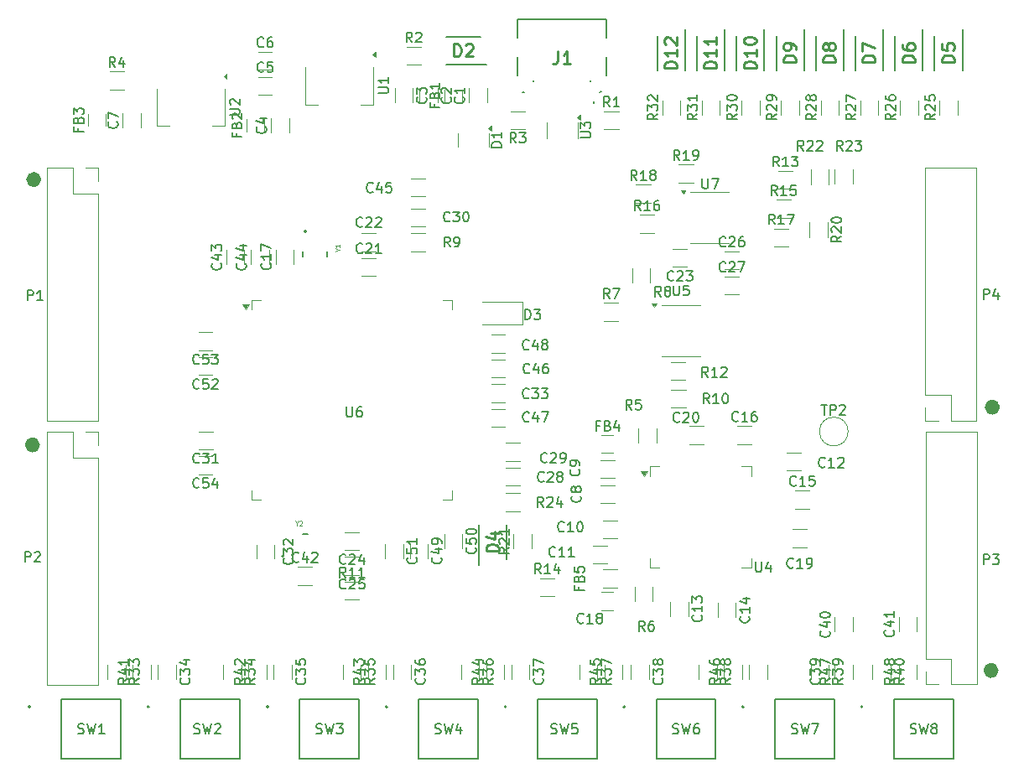
<source format=gbr>
%TF.GenerationSoftware,KiCad,Pcbnew,9.0.4*%
%TF.CreationDate,2025-10-20T22:36:39-03:00*%
%TF.ProjectId,fpga-utn,66706761-2d75-4746-9e2e-6b696361645f,rev?*%
%TF.SameCoordinates,Original*%
%TF.FileFunction,Legend,Top*%
%TF.FilePolarity,Positive*%
%FSLAX46Y46*%
G04 Gerber Fmt 4.6, Leading zero omitted, Abs format (unit mm)*
G04 Created by KiCad (PCBNEW 9.0.4) date 2025-10-20 22:36:39*
%MOMM*%
%LPD*%
G01*
G04 APERTURE LIST*
%ADD10C,0.768420*%
%ADD11C,0.150000*%
%ADD12C,0.254000*%
%ADD13C,0.120132*%
%ADD14C,0.120000*%
%ADD15C,0.127000*%
%ADD16C,0.200000*%
%ADD17C,0.325000*%
G04 APERTURE END LIST*
D10*
X225174210Y-139573000D02*
G75*
G02*
X224405790Y-139573000I-384210J0D01*
G01*
X224405790Y-139573000D02*
G75*
G02*
X225174210Y-139573000I384210J0D01*
G01*
X128527210Y-89999420D02*
G75*
G02*
X127758790Y-89999420I-384210J0D01*
G01*
X127758790Y-89999420D02*
G75*
G02*
X128527210Y-89999420I384210J0D01*
G01*
X128400210Y-116796420D02*
G75*
G02*
X127631790Y-116796420I-384210J0D01*
G01*
X127631790Y-116796420D02*
G75*
G02*
X128400210Y-116796420I384210J0D01*
G01*
X225301210Y-112986420D02*
G75*
G02*
X224532790Y-112986420I-384210J0D01*
G01*
X224532790Y-112986420D02*
G75*
G02*
X225301210Y-112986420I384210J0D01*
G01*
D11*
X192728095Y-100702819D02*
X192728095Y-101512342D01*
X192728095Y-101512342D02*
X192775714Y-101607580D01*
X192775714Y-101607580D02*
X192823333Y-101655200D01*
X192823333Y-101655200D02*
X192918571Y-101702819D01*
X192918571Y-101702819D02*
X193109047Y-101702819D01*
X193109047Y-101702819D02*
X193204285Y-101655200D01*
X193204285Y-101655200D02*
X193251904Y-101607580D01*
X193251904Y-101607580D02*
X193299523Y-101512342D01*
X193299523Y-101512342D02*
X193299523Y-100702819D01*
X194251904Y-100702819D02*
X193775714Y-100702819D01*
X193775714Y-100702819D02*
X193728095Y-101179009D01*
X193728095Y-101179009D02*
X193775714Y-101131390D01*
X193775714Y-101131390D02*
X193870952Y-101083771D01*
X193870952Y-101083771D02*
X194109047Y-101083771D01*
X194109047Y-101083771D02*
X194204285Y-101131390D01*
X194204285Y-101131390D02*
X194251904Y-101179009D01*
X194251904Y-101179009D02*
X194299523Y-101274247D01*
X194299523Y-101274247D02*
X194299523Y-101512342D01*
X194299523Y-101512342D02*
X194251904Y-101607580D01*
X194251904Y-101607580D02*
X194204285Y-101655200D01*
X194204285Y-101655200D02*
X194109047Y-101702819D01*
X194109047Y-101702819D02*
X193870952Y-101702819D01*
X193870952Y-101702819D02*
X193775714Y-101655200D01*
X193775714Y-101655200D02*
X193728095Y-101607580D01*
X159631142Y-130166819D02*
X159297809Y-129690628D01*
X159059714Y-130166819D02*
X159059714Y-129166819D01*
X159059714Y-129166819D02*
X159440666Y-129166819D01*
X159440666Y-129166819D02*
X159535904Y-129214438D01*
X159535904Y-129214438D02*
X159583523Y-129262057D01*
X159583523Y-129262057D02*
X159631142Y-129357295D01*
X159631142Y-129357295D02*
X159631142Y-129500152D01*
X159631142Y-129500152D02*
X159583523Y-129595390D01*
X159583523Y-129595390D02*
X159535904Y-129643009D01*
X159535904Y-129643009D02*
X159440666Y-129690628D01*
X159440666Y-129690628D02*
X159059714Y-129690628D01*
X160583523Y-130166819D02*
X160012095Y-130166819D01*
X160297809Y-130166819D02*
X160297809Y-129166819D01*
X160297809Y-129166819D02*
X160202571Y-129309676D01*
X160202571Y-129309676D02*
X160107333Y-129404914D01*
X160107333Y-129404914D02*
X160012095Y-129452533D01*
X161535904Y-130166819D02*
X160964476Y-130166819D01*
X161250190Y-130166819D02*
X161250190Y-129166819D01*
X161250190Y-129166819D02*
X161154952Y-129309676D01*
X161154952Y-129309676D02*
X161059714Y-129404914D01*
X161059714Y-129404914D02*
X160964476Y-129452533D01*
X181680142Y-125454580D02*
X181632523Y-125502200D01*
X181632523Y-125502200D02*
X181489666Y-125549819D01*
X181489666Y-125549819D02*
X181394428Y-125549819D01*
X181394428Y-125549819D02*
X181251571Y-125502200D01*
X181251571Y-125502200D02*
X181156333Y-125406961D01*
X181156333Y-125406961D02*
X181108714Y-125311723D01*
X181108714Y-125311723D02*
X181061095Y-125121247D01*
X181061095Y-125121247D02*
X181061095Y-124978390D01*
X181061095Y-124978390D02*
X181108714Y-124787914D01*
X181108714Y-124787914D02*
X181156333Y-124692676D01*
X181156333Y-124692676D02*
X181251571Y-124597438D01*
X181251571Y-124597438D02*
X181394428Y-124549819D01*
X181394428Y-124549819D02*
X181489666Y-124549819D01*
X181489666Y-124549819D02*
X181632523Y-124597438D01*
X181632523Y-124597438D02*
X181680142Y-124645057D01*
X182632523Y-125549819D02*
X182061095Y-125549819D01*
X182346809Y-125549819D02*
X182346809Y-124549819D01*
X182346809Y-124549819D02*
X182251571Y-124692676D01*
X182251571Y-124692676D02*
X182156333Y-124787914D01*
X182156333Y-124787914D02*
X182061095Y-124835533D01*
X183251571Y-124549819D02*
X183346809Y-124549819D01*
X183346809Y-124549819D02*
X183442047Y-124597438D01*
X183442047Y-124597438D02*
X183489666Y-124645057D01*
X183489666Y-124645057D02*
X183537285Y-124740295D01*
X183537285Y-124740295D02*
X183584904Y-124930771D01*
X183584904Y-124930771D02*
X183584904Y-125168866D01*
X183584904Y-125168866D02*
X183537285Y-125359342D01*
X183537285Y-125359342D02*
X183489666Y-125454580D01*
X183489666Y-125454580D02*
X183442047Y-125502200D01*
X183442047Y-125502200D02*
X183346809Y-125549819D01*
X183346809Y-125549819D02*
X183251571Y-125549819D01*
X183251571Y-125549819D02*
X183156333Y-125502200D01*
X183156333Y-125502200D02*
X183108714Y-125454580D01*
X183108714Y-125454580D02*
X183061095Y-125359342D01*
X183061095Y-125359342D02*
X183013476Y-125168866D01*
X183013476Y-125168866D02*
X183013476Y-124930771D01*
X183013476Y-124930771D02*
X183061095Y-124740295D01*
X183061095Y-124740295D02*
X183108714Y-124645057D01*
X183108714Y-124645057D02*
X183156333Y-124597438D01*
X183156333Y-124597438D02*
X183251571Y-124549819D01*
X189825333Y-135582819D02*
X189492000Y-135106628D01*
X189253905Y-135582819D02*
X189253905Y-134582819D01*
X189253905Y-134582819D02*
X189634857Y-134582819D01*
X189634857Y-134582819D02*
X189730095Y-134630438D01*
X189730095Y-134630438D02*
X189777714Y-134678057D01*
X189777714Y-134678057D02*
X189825333Y-134773295D01*
X189825333Y-134773295D02*
X189825333Y-134916152D01*
X189825333Y-134916152D02*
X189777714Y-135011390D01*
X189777714Y-135011390D02*
X189730095Y-135059009D01*
X189730095Y-135059009D02*
X189634857Y-135106628D01*
X189634857Y-135106628D02*
X189253905Y-135106628D01*
X190682476Y-134582819D02*
X190492000Y-134582819D01*
X190492000Y-134582819D02*
X190396762Y-134630438D01*
X190396762Y-134630438D02*
X190349143Y-134678057D01*
X190349143Y-134678057D02*
X190253905Y-134820914D01*
X190253905Y-134820914D02*
X190206286Y-135011390D01*
X190206286Y-135011390D02*
X190206286Y-135392342D01*
X190206286Y-135392342D02*
X190253905Y-135487580D01*
X190253905Y-135487580D02*
X190301524Y-135535200D01*
X190301524Y-135535200D02*
X190396762Y-135582819D01*
X190396762Y-135582819D02*
X190587238Y-135582819D01*
X190587238Y-135582819D02*
X190682476Y-135535200D01*
X190682476Y-135535200D02*
X190730095Y-135487580D01*
X190730095Y-135487580D02*
X190777714Y-135392342D01*
X190777714Y-135392342D02*
X190777714Y-135154247D01*
X190777714Y-135154247D02*
X190730095Y-135059009D01*
X190730095Y-135059009D02*
X190682476Y-135011390D01*
X190682476Y-135011390D02*
X190587238Y-134963771D01*
X190587238Y-134963771D02*
X190396762Y-134963771D01*
X190396762Y-134963771D02*
X190301524Y-135011390D01*
X190301524Y-135011390D02*
X190253905Y-135059009D01*
X190253905Y-135059009D02*
X190206286Y-135154247D01*
X208440580Y-135578357D02*
X208488200Y-135625976D01*
X208488200Y-135625976D02*
X208535819Y-135768833D01*
X208535819Y-135768833D02*
X208535819Y-135864071D01*
X208535819Y-135864071D02*
X208488200Y-136006928D01*
X208488200Y-136006928D02*
X208392961Y-136102166D01*
X208392961Y-136102166D02*
X208297723Y-136149785D01*
X208297723Y-136149785D02*
X208107247Y-136197404D01*
X208107247Y-136197404D02*
X207964390Y-136197404D01*
X207964390Y-136197404D02*
X207773914Y-136149785D01*
X207773914Y-136149785D02*
X207678676Y-136102166D01*
X207678676Y-136102166D02*
X207583438Y-136006928D01*
X207583438Y-136006928D02*
X207535819Y-135864071D01*
X207535819Y-135864071D02*
X207535819Y-135768833D01*
X207535819Y-135768833D02*
X207583438Y-135625976D01*
X207583438Y-135625976D02*
X207631057Y-135578357D01*
X207869152Y-134721214D02*
X208535819Y-134721214D01*
X207488200Y-134959309D02*
X208202485Y-135197404D01*
X208202485Y-135197404D02*
X208202485Y-134578357D01*
X207535819Y-134006928D02*
X207535819Y-133911690D01*
X207535819Y-133911690D02*
X207583438Y-133816452D01*
X207583438Y-133816452D02*
X207631057Y-133768833D01*
X207631057Y-133768833D02*
X207726295Y-133721214D01*
X207726295Y-133721214D02*
X207916771Y-133673595D01*
X207916771Y-133673595D02*
X208154866Y-133673595D01*
X208154866Y-133673595D02*
X208345342Y-133721214D01*
X208345342Y-133721214D02*
X208440580Y-133768833D01*
X208440580Y-133768833D02*
X208488200Y-133816452D01*
X208488200Y-133816452D02*
X208535819Y-133911690D01*
X208535819Y-133911690D02*
X208535819Y-134006928D01*
X208535819Y-134006928D02*
X208488200Y-134102166D01*
X208488200Y-134102166D02*
X208440580Y-134149785D01*
X208440580Y-134149785D02*
X208345342Y-134197404D01*
X208345342Y-134197404D02*
X208154866Y-134245023D01*
X208154866Y-134245023D02*
X207916771Y-134245023D01*
X207916771Y-134245023D02*
X207726295Y-134197404D01*
X207726295Y-134197404D02*
X207631057Y-134149785D01*
X207631057Y-134149785D02*
X207583438Y-134102166D01*
X207583438Y-134102166D02*
X207535819Y-134006928D01*
X219134819Y-83358857D02*
X218658628Y-83692190D01*
X219134819Y-83930285D02*
X218134819Y-83930285D01*
X218134819Y-83930285D02*
X218134819Y-83549333D01*
X218134819Y-83549333D02*
X218182438Y-83454095D01*
X218182438Y-83454095D02*
X218230057Y-83406476D01*
X218230057Y-83406476D02*
X218325295Y-83358857D01*
X218325295Y-83358857D02*
X218468152Y-83358857D01*
X218468152Y-83358857D02*
X218563390Y-83406476D01*
X218563390Y-83406476D02*
X218611009Y-83454095D01*
X218611009Y-83454095D02*
X218658628Y-83549333D01*
X218658628Y-83549333D02*
X218658628Y-83930285D01*
X218230057Y-82977904D02*
X218182438Y-82930285D01*
X218182438Y-82930285D02*
X218134819Y-82835047D01*
X218134819Y-82835047D02*
X218134819Y-82596952D01*
X218134819Y-82596952D02*
X218182438Y-82501714D01*
X218182438Y-82501714D02*
X218230057Y-82454095D01*
X218230057Y-82454095D02*
X218325295Y-82406476D01*
X218325295Y-82406476D02*
X218420533Y-82406476D01*
X218420533Y-82406476D02*
X218563390Y-82454095D01*
X218563390Y-82454095D02*
X219134819Y-83025523D01*
X219134819Y-83025523D02*
X219134819Y-82406476D01*
X218134819Y-81501714D02*
X218134819Y-81977904D01*
X218134819Y-81977904D02*
X218611009Y-82025523D01*
X218611009Y-82025523D02*
X218563390Y-81977904D01*
X218563390Y-81977904D02*
X218515771Y-81882666D01*
X218515771Y-81882666D02*
X218515771Y-81644571D01*
X218515771Y-81644571D02*
X218563390Y-81549333D01*
X218563390Y-81549333D02*
X218611009Y-81501714D01*
X218611009Y-81501714D02*
X218706247Y-81454095D01*
X218706247Y-81454095D02*
X218944342Y-81454095D01*
X218944342Y-81454095D02*
X219039580Y-81501714D01*
X219039580Y-81501714D02*
X219087200Y-81549333D01*
X219087200Y-81549333D02*
X219134819Y-81644571D01*
X219134819Y-81644571D02*
X219134819Y-81882666D01*
X219134819Y-81882666D02*
X219087200Y-81977904D01*
X219087200Y-81977904D02*
X219039580Y-82025523D01*
X191566580Y-140342857D02*
X191614200Y-140390476D01*
X191614200Y-140390476D02*
X191661819Y-140533333D01*
X191661819Y-140533333D02*
X191661819Y-140628571D01*
X191661819Y-140628571D02*
X191614200Y-140771428D01*
X191614200Y-140771428D02*
X191518961Y-140866666D01*
X191518961Y-140866666D02*
X191423723Y-140914285D01*
X191423723Y-140914285D02*
X191233247Y-140961904D01*
X191233247Y-140961904D02*
X191090390Y-140961904D01*
X191090390Y-140961904D02*
X190899914Y-140914285D01*
X190899914Y-140914285D02*
X190804676Y-140866666D01*
X190804676Y-140866666D02*
X190709438Y-140771428D01*
X190709438Y-140771428D02*
X190661819Y-140628571D01*
X190661819Y-140628571D02*
X190661819Y-140533333D01*
X190661819Y-140533333D02*
X190709438Y-140390476D01*
X190709438Y-140390476D02*
X190757057Y-140342857D01*
X190661819Y-140009523D02*
X190661819Y-139390476D01*
X190661819Y-139390476D02*
X191042771Y-139723809D01*
X191042771Y-139723809D02*
X191042771Y-139580952D01*
X191042771Y-139580952D02*
X191090390Y-139485714D01*
X191090390Y-139485714D02*
X191138009Y-139438095D01*
X191138009Y-139438095D02*
X191233247Y-139390476D01*
X191233247Y-139390476D02*
X191471342Y-139390476D01*
X191471342Y-139390476D02*
X191566580Y-139438095D01*
X191566580Y-139438095D02*
X191614200Y-139485714D01*
X191614200Y-139485714D02*
X191661819Y-139580952D01*
X191661819Y-139580952D02*
X191661819Y-139866666D01*
X191661819Y-139866666D02*
X191614200Y-139961904D01*
X191614200Y-139961904D02*
X191566580Y-140009523D01*
X191090390Y-138819047D02*
X191042771Y-138914285D01*
X191042771Y-138914285D02*
X190995152Y-138961904D01*
X190995152Y-138961904D02*
X190899914Y-139009523D01*
X190899914Y-139009523D02*
X190852295Y-139009523D01*
X190852295Y-139009523D02*
X190757057Y-138961904D01*
X190757057Y-138961904D02*
X190709438Y-138914285D01*
X190709438Y-138914285D02*
X190661819Y-138819047D01*
X190661819Y-138819047D02*
X190661819Y-138628571D01*
X190661819Y-138628571D02*
X190709438Y-138533333D01*
X190709438Y-138533333D02*
X190757057Y-138485714D01*
X190757057Y-138485714D02*
X190852295Y-138438095D01*
X190852295Y-138438095D02*
X190899914Y-138438095D01*
X190899914Y-138438095D02*
X190995152Y-138485714D01*
X190995152Y-138485714D02*
X191042771Y-138533333D01*
X191042771Y-138533333D02*
X191090390Y-138628571D01*
X191090390Y-138628571D02*
X191090390Y-138819047D01*
X191090390Y-138819047D02*
X191138009Y-138914285D01*
X191138009Y-138914285D02*
X191185628Y-138961904D01*
X191185628Y-138961904D02*
X191280866Y-139009523D01*
X191280866Y-139009523D02*
X191471342Y-139009523D01*
X191471342Y-139009523D02*
X191566580Y-138961904D01*
X191566580Y-138961904D02*
X191614200Y-138914285D01*
X191614200Y-138914285D02*
X191661819Y-138819047D01*
X191661819Y-138819047D02*
X191661819Y-138628571D01*
X191661819Y-138628571D02*
X191614200Y-138533333D01*
X191614200Y-138533333D02*
X191566580Y-138485714D01*
X191566580Y-138485714D02*
X191471342Y-138438095D01*
X191471342Y-138438095D02*
X191280866Y-138438095D01*
X191280866Y-138438095D02*
X191185628Y-138485714D01*
X191185628Y-138485714D02*
X191138009Y-138533333D01*
X191138009Y-138533333D02*
X191090390Y-138628571D01*
X176134819Y-127192857D02*
X175658628Y-127526190D01*
X176134819Y-127764285D02*
X175134819Y-127764285D01*
X175134819Y-127764285D02*
X175134819Y-127383333D01*
X175134819Y-127383333D02*
X175182438Y-127288095D01*
X175182438Y-127288095D02*
X175230057Y-127240476D01*
X175230057Y-127240476D02*
X175325295Y-127192857D01*
X175325295Y-127192857D02*
X175468152Y-127192857D01*
X175468152Y-127192857D02*
X175563390Y-127240476D01*
X175563390Y-127240476D02*
X175611009Y-127288095D01*
X175611009Y-127288095D02*
X175658628Y-127383333D01*
X175658628Y-127383333D02*
X175658628Y-127764285D01*
X175230057Y-126811904D02*
X175182438Y-126764285D01*
X175182438Y-126764285D02*
X175134819Y-126669047D01*
X175134819Y-126669047D02*
X175134819Y-126430952D01*
X175134819Y-126430952D02*
X175182438Y-126335714D01*
X175182438Y-126335714D02*
X175230057Y-126288095D01*
X175230057Y-126288095D02*
X175325295Y-126240476D01*
X175325295Y-126240476D02*
X175420533Y-126240476D01*
X175420533Y-126240476D02*
X175563390Y-126288095D01*
X175563390Y-126288095D02*
X176134819Y-126859523D01*
X176134819Y-126859523D02*
X176134819Y-126240476D01*
X176134819Y-125288095D02*
X176134819Y-125859523D01*
X176134819Y-125573809D02*
X175134819Y-125573809D01*
X175134819Y-125573809D02*
X175277676Y-125669047D01*
X175277676Y-125669047D02*
X175372914Y-125764285D01*
X175372914Y-125764285D02*
X175420533Y-125859523D01*
X154234580Y-128217857D02*
X154282200Y-128265476D01*
X154282200Y-128265476D02*
X154329819Y-128408333D01*
X154329819Y-128408333D02*
X154329819Y-128503571D01*
X154329819Y-128503571D02*
X154282200Y-128646428D01*
X154282200Y-128646428D02*
X154186961Y-128741666D01*
X154186961Y-128741666D02*
X154091723Y-128789285D01*
X154091723Y-128789285D02*
X153901247Y-128836904D01*
X153901247Y-128836904D02*
X153758390Y-128836904D01*
X153758390Y-128836904D02*
X153567914Y-128789285D01*
X153567914Y-128789285D02*
X153472676Y-128741666D01*
X153472676Y-128741666D02*
X153377438Y-128646428D01*
X153377438Y-128646428D02*
X153329819Y-128503571D01*
X153329819Y-128503571D02*
X153329819Y-128408333D01*
X153329819Y-128408333D02*
X153377438Y-128265476D01*
X153377438Y-128265476D02*
X153425057Y-128217857D01*
X153329819Y-127884523D02*
X153329819Y-127265476D01*
X153329819Y-127265476D02*
X153710771Y-127598809D01*
X153710771Y-127598809D02*
X153710771Y-127455952D01*
X153710771Y-127455952D02*
X153758390Y-127360714D01*
X153758390Y-127360714D02*
X153806009Y-127313095D01*
X153806009Y-127313095D02*
X153901247Y-127265476D01*
X153901247Y-127265476D02*
X154139342Y-127265476D01*
X154139342Y-127265476D02*
X154234580Y-127313095D01*
X154234580Y-127313095D02*
X154282200Y-127360714D01*
X154282200Y-127360714D02*
X154329819Y-127455952D01*
X154329819Y-127455952D02*
X154329819Y-127741666D01*
X154329819Y-127741666D02*
X154282200Y-127836904D01*
X154282200Y-127836904D02*
X154234580Y-127884523D01*
X153425057Y-126884523D02*
X153377438Y-126836904D01*
X153377438Y-126836904D02*
X153329819Y-126741666D01*
X153329819Y-126741666D02*
X153329819Y-126503571D01*
X153329819Y-126503571D02*
X153377438Y-126408333D01*
X153377438Y-126408333D02*
X153425057Y-126360714D01*
X153425057Y-126360714D02*
X153520295Y-126313095D01*
X153520295Y-126313095D02*
X153615533Y-126313095D01*
X153615533Y-126313095D02*
X153758390Y-126360714D01*
X153758390Y-126360714D02*
X154329819Y-126932142D01*
X154329819Y-126932142D02*
X154329819Y-126313095D01*
X144329167Y-145907200D02*
X144472024Y-145954819D01*
X144472024Y-145954819D02*
X144710119Y-145954819D01*
X144710119Y-145954819D02*
X144805357Y-145907200D01*
X144805357Y-145907200D02*
X144852976Y-145859580D01*
X144852976Y-145859580D02*
X144900595Y-145764342D01*
X144900595Y-145764342D02*
X144900595Y-145669104D01*
X144900595Y-145669104D02*
X144852976Y-145573866D01*
X144852976Y-145573866D02*
X144805357Y-145526247D01*
X144805357Y-145526247D02*
X144710119Y-145478628D01*
X144710119Y-145478628D02*
X144519643Y-145431009D01*
X144519643Y-145431009D02*
X144424405Y-145383390D01*
X144424405Y-145383390D02*
X144376786Y-145335771D01*
X144376786Y-145335771D02*
X144329167Y-145240533D01*
X144329167Y-145240533D02*
X144329167Y-145145295D01*
X144329167Y-145145295D02*
X144376786Y-145050057D01*
X144376786Y-145050057D02*
X144424405Y-145002438D01*
X144424405Y-145002438D02*
X144519643Y-144954819D01*
X144519643Y-144954819D02*
X144757738Y-144954819D01*
X144757738Y-144954819D02*
X144900595Y-145002438D01*
X145233929Y-144954819D02*
X145472024Y-145954819D01*
X145472024Y-145954819D02*
X145662500Y-145240533D01*
X145662500Y-145240533D02*
X145852976Y-145954819D01*
X145852976Y-145954819D02*
X146091072Y-144954819D01*
X146424405Y-145050057D02*
X146472024Y-145002438D01*
X146472024Y-145002438D02*
X146567262Y-144954819D01*
X146567262Y-144954819D02*
X146805357Y-144954819D01*
X146805357Y-144954819D02*
X146900595Y-145002438D01*
X146900595Y-145002438D02*
X146948214Y-145050057D01*
X146948214Y-145050057D02*
X146995833Y-145145295D01*
X146995833Y-145145295D02*
X146995833Y-145240533D01*
X146995833Y-145240533D02*
X146948214Y-145383390D01*
X146948214Y-145383390D02*
X146376786Y-145954819D01*
X146376786Y-145954819D02*
X146995833Y-145954819D01*
X201041095Y-128613819D02*
X201041095Y-129423342D01*
X201041095Y-129423342D02*
X201088714Y-129518580D01*
X201088714Y-129518580D02*
X201136333Y-129566200D01*
X201136333Y-129566200D02*
X201231571Y-129613819D01*
X201231571Y-129613819D02*
X201422047Y-129613819D01*
X201422047Y-129613819D02*
X201517285Y-129566200D01*
X201517285Y-129566200D02*
X201564904Y-129518580D01*
X201564904Y-129518580D02*
X201612523Y-129423342D01*
X201612523Y-129423342D02*
X201612523Y-128613819D01*
X202517285Y-128947152D02*
X202517285Y-129613819D01*
X202279190Y-128566200D02*
X202041095Y-129280485D01*
X202041095Y-129280485D02*
X202660142Y-129280485D01*
X170165733Y-96797019D02*
X169832400Y-96320828D01*
X169594305Y-96797019D02*
X169594305Y-95797019D01*
X169594305Y-95797019D02*
X169975257Y-95797019D01*
X169975257Y-95797019D02*
X170070495Y-95844638D01*
X170070495Y-95844638D02*
X170118114Y-95892257D01*
X170118114Y-95892257D02*
X170165733Y-95987495D01*
X170165733Y-95987495D02*
X170165733Y-96130352D01*
X170165733Y-96130352D02*
X170118114Y-96225590D01*
X170118114Y-96225590D02*
X170070495Y-96273209D01*
X170070495Y-96273209D02*
X169975257Y-96320828D01*
X169975257Y-96320828D02*
X169594305Y-96320828D01*
X170641924Y-96797019D02*
X170832400Y-96797019D01*
X170832400Y-96797019D02*
X170927638Y-96749400D01*
X170927638Y-96749400D02*
X170975257Y-96701780D01*
X170975257Y-96701780D02*
X171070495Y-96558923D01*
X171070495Y-96558923D02*
X171118114Y-96368447D01*
X171118114Y-96368447D02*
X171118114Y-95987495D01*
X171118114Y-95987495D02*
X171070495Y-95892257D01*
X171070495Y-95892257D02*
X171022876Y-95844638D01*
X171022876Y-95844638D02*
X170927638Y-95797019D01*
X170927638Y-95797019D02*
X170737162Y-95797019D01*
X170737162Y-95797019D02*
X170641924Y-95844638D01*
X170641924Y-95844638D02*
X170594305Y-95892257D01*
X170594305Y-95892257D02*
X170546686Y-95987495D01*
X170546686Y-95987495D02*
X170546686Y-96225590D01*
X170546686Y-96225590D02*
X170594305Y-96320828D01*
X170594305Y-96320828D02*
X170641924Y-96368447D01*
X170641924Y-96368447D02*
X170737162Y-96416066D01*
X170737162Y-96416066D02*
X170927638Y-96416066D01*
X170927638Y-96416066D02*
X171022876Y-96368447D01*
X171022876Y-96368447D02*
X171070495Y-96320828D01*
X171070495Y-96320828D02*
X171118114Y-96225590D01*
X166734580Y-128167857D02*
X166782200Y-128215476D01*
X166782200Y-128215476D02*
X166829819Y-128358333D01*
X166829819Y-128358333D02*
X166829819Y-128453571D01*
X166829819Y-128453571D02*
X166782200Y-128596428D01*
X166782200Y-128596428D02*
X166686961Y-128691666D01*
X166686961Y-128691666D02*
X166591723Y-128739285D01*
X166591723Y-128739285D02*
X166401247Y-128786904D01*
X166401247Y-128786904D02*
X166258390Y-128786904D01*
X166258390Y-128786904D02*
X166067914Y-128739285D01*
X166067914Y-128739285D02*
X165972676Y-128691666D01*
X165972676Y-128691666D02*
X165877438Y-128596428D01*
X165877438Y-128596428D02*
X165829819Y-128453571D01*
X165829819Y-128453571D02*
X165829819Y-128358333D01*
X165829819Y-128358333D02*
X165877438Y-128215476D01*
X165877438Y-128215476D02*
X165925057Y-128167857D01*
X165829819Y-127263095D02*
X165829819Y-127739285D01*
X165829819Y-127739285D02*
X166306009Y-127786904D01*
X166306009Y-127786904D02*
X166258390Y-127739285D01*
X166258390Y-127739285D02*
X166210771Y-127644047D01*
X166210771Y-127644047D02*
X166210771Y-127405952D01*
X166210771Y-127405952D02*
X166258390Y-127310714D01*
X166258390Y-127310714D02*
X166306009Y-127263095D01*
X166306009Y-127263095D02*
X166401247Y-127215476D01*
X166401247Y-127215476D02*
X166639342Y-127215476D01*
X166639342Y-127215476D02*
X166734580Y-127263095D01*
X166734580Y-127263095D02*
X166782200Y-127310714D01*
X166782200Y-127310714D02*
X166829819Y-127405952D01*
X166829819Y-127405952D02*
X166829819Y-127644047D01*
X166829819Y-127644047D02*
X166782200Y-127739285D01*
X166782200Y-127739285D02*
X166734580Y-127786904D01*
X166829819Y-126263095D02*
X166829819Y-126834523D01*
X166829819Y-126548809D02*
X165829819Y-126548809D01*
X165829819Y-126548809D02*
X165972676Y-126644047D01*
X165972676Y-126644047D02*
X166067914Y-126739285D01*
X166067914Y-126739285D02*
X166115533Y-126834523D01*
X192729142Y-100126580D02*
X192681523Y-100174200D01*
X192681523Y-100174200D02*
X192538666Y-100221819D01*
X192538666Y-100221819D02*
X192443428Y-100221819D01*
X192443428Y-100221819D02*
X192300571Y-100174200D01*
X192300571Y-100174200D02*
X192205333Y-100078961D01*
X192205333Y-100078961D02*
X192157714Y-99983723D01*
X192157714Y-99983723D02*
X192110095Y-99793247D01*
X192110095Y-99793247D02*
X192110095Y-99650390D01*
X192110095Y-99650390D02*
X192157714Y-99459914D01*
X192157714Y-99459914D02*
X192205333Y-99364676D01*
X192205333Y-99364676D02*
X192300571Y-99269438D01*
X192300571Y-99269438D02*
X192443428Y-99221819D01*
X192443428Y-99221819D02*
X192538666Y-99221819D01*
X192538666Y-99221819D02*
X192681523Y-99269438D01*
X192681523Y-99269438D02*
X192729142Y-99317057D01*
X193110095Y-99317057D02*
X193157714Y-99269438D01*
X193157714Y-99269438D02*
X193252952Y-99221819D01*
X193252952Y-99221819D02*
X193491047Y-99221819D01*
X193491047Y-99221819D02*
X193586285Y-99269438D01*
X193586285Y-99269438D02*
X193633904Y-99317057D01*
X193633904Y-99317057D02*
X193681523Y-99412295D01*
X193681523Y-99412295D02*
X193681523Y-99507533D01*
X193681523Y-99507533D02*
X193633904Y-99650390D01*
X193633904Y-99650390D02*
X193062476Y-100221819D01*
X193062476Y-100221819D02*
X193681523Y-100221819D01*
X194014857Y-99221819D02*
X194633904Y-99221819D01*
X194633904Y-99221819D02*
X194300571Y-99602771D01*
X194300571Y-99602771D02*
X194443428Y-99602771D01*
X194443428Y-99602771D02*
X194538666Y-99650390D01*
X194538666Y-99650390D02*
X194586285Y-99698009D01*
X194586285Y-99698009D02*
X194633904Y-99793247D01*
X194633904Y-99793247D02*
X194633904Y-100031342D01*
X194633904Y-100031342D02*
X194586285Y-100126580D01*
X194586285Y-100126580D02*
X194538666Y-100174200D01*
X194538666Y-100174200D02*
X194443428Y-100221819D01*
X194443428Y-100221819D02*
X194157714Y-100221819D01*
X194157714Y-100221819D02*
X194062476Y-100174200D01*
X194062476Y-100174200D02*
X194014857Y-100126580D01*
X224051905Y-128851819D02*
X224051905Y-127851819D01*
X224051905Y-127851819D02*
X224432857Y-127851819D01*
X224432857Y-127851819D02*
X224528095Y-127899438D01*
X224528095Y-127899438D02*
X224575714Y-127947057D01*
X224575714Y-127947057D02*
X224623333Y-128042295D01*
X224623333Y-128042295D02*
X224623333Y-128185152D01*
X224623333Y-128185152D02*
X224575714Y-128280390D01*
X224575714Y-128280390D02*
X224528095Y-128328009D01*
X224528095Y-128328009D02*
X224432857Y-128375628D01*
X224432857Y-128375628D02*
X224051905Y-128375628D01*
X224956667Y-127851819D02*
X225575714Y-127851819D01*
X225575714Y-127851819D02*
X225242381Y-128232771D01*
X225242381Y-128232771D02*
X225385238Y-128232771D01*
X225385238Y-128232771D02*
X225480476Y-128280390D01*
X225480476Y-128280390D02*
X225528095Y-128328009D01*
X225528095Y-128328009D02*
X225575714Y-128423247D01*
X225575714Y-128423247D02*
X225575714Y-128661342D01*
X225575714Y-128661342D02*
X225528095Y-128756580D01*
X225528095Y-128756580D02*
X225480476Y-128804200D01*
X225480476Y-128804200D02*
X225385238Y-128851819D01*
X225385238Y-128851819D02*
X225099524Y-128851819D01*
X225099524Y-128851819D02*
X225004286Y-128804200D01*
X225004286Y-128804200D02*
X224956667Y-128756580D01*
X167709580Y-81666666D02*
X167757200Y-81714285D01*
X167757200Y-81714285D02*
X167804819Y-81857142D01*
X167804819Y-81857142D02*
X167804819Y-81952380D01*
X167804819Y-81952380D02*
X167757200Y-82095237D01*
X167757200Y-82095237D02*
X167661961Y-82190475D01*
X167661961Y-82190475D02*
X167566723Y-82238094D01*
X167566723Y-82238094D02*
X167376247Y-82285713D01*
X167376247Y-82285713D02*
X167233390Y-82285713D01*
X167233390Y-82285713D02*
X167042914Y-82238094D01*
X167042914Y-82238094D02*
X166947676Y-82190475D01*
X166947676Y-82190475D02*
X166852438Y-82095237D01*
X166852438Y-82095237D02*
X166804819Y-81952380D01*
X166804819Y-81952380D02*
X166804819Y-81857142D01*
X166804819Y-81857142D02*
X166852438Y-81714285D01*
X166852438Y-81714285D02*
X166900057Y-81666666D01*
X166804819Y-81333332D02*
X166804819Y-80714285D01*
X166804819Y-80714285D02*
X167185771Y-81047618D01*
X167185771Y-81047618D02*
X167185771Y-80904761D01*
X167185771Y-80904761D02*
X167233390Y-80809523D01*
X167233390Y-80809523D02*
X167281009Y-80761904D01*
X167281009Y-80761904D02*
X167376247Y-80714285D01*
X167376247Y-80714285D02*
X167614342Y-80714285D01*
X167614342Y-80714285D02*
X167709580Y-80761904D01*
X167709580Y-80761904D02*
X167757200Y-80809523D01*
X167757200Y-80809523D02*
X167804819Y-80904761D01*
X167804819Y-80904761D02*
X167804819Y-81190475D01*
X167804819Y-81190475D02*
X167757200Y-81285713D01*
X167757200Y-81285713D02*
X167709580Y-81333332D01*
X166333333Y-76134819D02*
X166000000Y-75658628D01*
X165761905Y-76134819D02*
X165761905Y-75134819D01*
X165761905Y-75134819D02*
X166142857Y-75134819D01*
X166142857Y-75134819D02*
X166238095Y-75182438D01*
X166238095Y-75182438D02*
X166285714Y-75230057D01*
X166285714Y-75230057D02*
X166333333Y-75325295D01*
X166333333Y-75325295D02*
X166333333Y-75468152D01*
X166333333Y-75468152D02*
X166285714Y-75563390D01*
X166285714Y-75563390D02*
X166238095Y-75611009D01*
X166238095Y-75611009D02*
X166142857Y-75658628D01*
X166142857Y-75658628D02*
X165761905Y-75658628D01*
X166714286Y-75230057D02*
X166761905Y-75182438D01*
X166761905Y-75182438D02*
X166857143Y-75134819D01*
X166857143Y-75134819D02*
X167095238Y-75134819D01*
X167095238Y-75134819D02*
X167190476Y-75182438D01*
X167190476Y-75182438D02*
X167238095Y-75230057D01*
X167238095Y-75230057D02*
X167285714Y-75325295D01*
X167285714Y-75325295D02*
X167285714Y-75420533D01*
X167285714Y-75420533D02*
X167238095Y-75563390D01*
X167238095Y-75563390D02*
X166666667Y-76134819D01*
X166666667Y-76134819D02*
X167285714Y-76134819D01*
X197985142Y-99220580D02*
X197937523Y-99268200D01*
X197937523Y-99268200D02*
X197794666Y-99315819D01*
X197794666Y-99315819D02*
X197699428Y-99315819D01*
X197699428Y-99315819D02*
X197556571Y-99268200D01*
X197556571Y-99268200D02*
X197461333Y-99172961D01*
X197461333Y-99172961D02*
X197413714Y-99077723D01*
X197413714Y-99077723D02*
X197366095Y-98887247D01*
X197366095Y-98887247D02*
X197366095Y-98744390D01*
X197366095Y-98744390D02*
X197413714Y-98553914D01*
X197413714Y-98553914D02*
X197461333Y-98458676D01*
X197461333Y-98458676D02*
X197556571Y-98363438D01*
X197556571Y-98363438D02*
X197699428Y-98315819D01*
X197699428Y-98315819D02*
X197794666Y-98315819D01*
X197794666Y-98315819D02*
X197937523Y-98363438D01*
X197937523Y-98363438D02*
X197985142Y-98411057D01*
X198366095Y-98411057D02*
X198413714Y-98363438D01*
X198413714Y-98363438D02*
X198508952Y-98315819D01*
X198508952Y-98315819D02*
X198747047Y-98315819D01*
X198747047Y-98315819D02*
X198842285Y-98363438D01*
X198842285Y-98363438D02*
X198889904Y-98411057D01*
X198889904Y-98411057D02*
X198937523Y-98506295D01*
X198937523Y-98506295D02*
X198937523Y-98601533D01*
X198937523Y-98601533D02*
X198889904Y-98744390D01*
X198889904Y-98744390D02*
X198318476Y-99315819D01*
X198318476Y-99315819D02*
X198937523Y-99315819D01*
X199270857Y-98315819D02*
X199937523Y-98315819D01*
X199937523Y-98315819D02*
X199508952Y-99315819D01*
X200329580Y-134119857D02*
X200377200Y-134167476D01*
X200377200Y-134167476D02*
X200424819Y-134310333D01*
X200424819Y-134310333D02*
X200424819Y-134405571D01*
X200424819Y-134405571D02*
X200377200Y-134548428D01*
X200377200Y-134548428D02*
X200281961Y-134643666D01*
X200281961Y-134643666D02*
X200186723Y-134691285D01*
X200186723Y-134691285D02*
X199996247Y-134738904D01*
X199996247Y-134738904D02*
X199853390Y-134738904D01*
X199853390Y-134738904D02*
X199662914Y-134691285D01*
X199662914Y-134691285D02*
X199567676Y-134643666D01*
X199567676Y-134643666D02*
X199472438Y-134548428D01*
X199472438Y-134548428D02*
X199424819Y-134405571D01*
X199424819Y-134405571D02*
X199424819Y-134310333D01*
X199424819Y-134310333D02*
X199472438Y-134167476D01*
X199472438Y-134167476D02*
X199520057Y-134119857D01*
X200424819Y-133167476D02*
X200424819Y-133738904D01*
X200424819Y-133453190D02*
X199424819Y-133453190D01*
X199424819Y-133453190D02*
X199567676Y-133548428D01*
X199567676Y-133548428D02*
X199662914Y-133643666D01*
X199662914Y-133643666D02*
X199710533Y-133738904D01*
X199758152Y-132310333D02*
X200424819Y-132310333D01*
X199377200Y-132548428D02*
X200091485Y-132786523D01*
X200091485Y-132786523D02*
X200091485Y-132167476D01*
X132648509Y-84830833D02*
X132648509Y-85164166D01*
X133172319Y-85164166D02*
X132172319Y-85164166D01*
X132172319Y-85164166D02*
X132172319Y-84687976D01*
X132648509Y-83973690D02*
X132696128Y-83830833D01*
X132696128Y-83830833D02*
X132743747Y-83783214D01*
X132743747Y-83783214D02*
X132838985Y-83735595D01*
X132838985Y-83735595D02*
X132981842Y-83735595D01*
X132981842Y-83735595D02*
X133077080Y-83783214D01*
X133077080Y-83783214D02*
X133124700Y-83830833D01*
X133124700Y-83830833D02*
X133172319Y-83926071D01*
X133172319Y-83926071D02*
X133172319Y-84307023D01*
X133172319Y-84307023D02*
X132172319Y-84307023D01*
X132172319Y-84307023D02*
X132172319Y-83973690D01*
X132172319Y-83973690D02*
X132219938Y-83878452D01*
X132219938Y-83878452D02*
X132267557Y-83830833D01*
X132267557Y-83830833D02*
X132362795Y-83783214D01*
X132362795Y-83783214D02*
X132458033Y-83783214D01*
X132458033Y-83783214D02*
X132553271Y-83830833D01*
X132553271Y-83830833D02*
X132600890Y-83878452D01*
X132600890Y-83878452D02*
X132648509Y-83973690D01*
X132648509Y-83973690D02*
X132648509Y-84307023D01*
X132172319Y-83402261D02*
X132172319Y-82783214D01*
X132172319Y-82783214D02*
X132553271Y-83116547D01*
X132553271Y-83116547D02*
X132553271Y-82973690D01*
X132553271Y-82973690D02*
X132600890Y-82878452D01*
X132600890Y-82878452D02*
X132648509Y-82830833D01*
X132648509Y-82830833D02*
X132743747Y-82783214D01*
X132743747Y-82783214D02*
X132981842Y-82783214D01*
X132981842Y-82783214D02*
X133077080Y-82830833D01*
X133077080Y-82830833D02*
X133124700Y-82878452D01*
X133124700Y-82878452D02*
X133172319Y-82973690D01*
X133172319Y-82973690D02*
X133172319Y-83259404D01*
X133172319Y-83259404D02*
X133124700Y-83354642D01*
X133124700Y-83354642D02*
X133077080Y-83402261D01*
X175354819Y-86738094D02*
X174354819Y-86738094D01*
X174354819Y-86738094D02*
X174354819Y-86499999D01*
X174354819Y-86499999D02*
X174402438Y-86357142D01*
X174402438Y-86357142D02*
X174497676Y-86261904D01*
X174497676Y-86261904D02*
X174592914Y-86214285D01*
X174592914Y-86214285D02*
X174783390Y-86166666D01*
X174783390Y-86166666D02*
X174926247Y-86166666D01*
X174926247Y-86166666D02*
X175116723Y-86214285D01*
X175116723Y-86214285D02*
X175211961Y-86261904D01*
X175211961Y-86261904D02*
X175307200Y-86357142D01*
X175307200Y-86357142D02*
X175354819Y-86499999D01*
X175354819Y-86499999D02*
X175354819Y-86738094D01*
X175354819Y-85214285D02*
X175354819Y-85785713D01*
X175354819Y-85499999D02*
X174354819Y-85499999D01*
X174354819Y-85499999D02*
X174497676Y-85595237D01*
X174497676Y-85595237D02*
X174592914Y-85690475D01*
X174592914Y-85690475D02*
X174640533Y-85785713D01*
X168666667Y-145907200D02*
X168809524Y-145954819D01*
X168809524Y-145954819D02*
X169047619Y-145954819D01*
X169047619Y-145954819D02*
X169142857Y-145907200D01*
X169142857Y-145907200D02*
X169190476Y-145859580D01*
X169190476Y-145859580D02*
X169238095Y-145764342D01*
X169238095Y-145764342D02*
X169238095Y-145669104D01*
X169238095Y-145669104D02*
X169190476Y-145573866D01*
X169190476Y-145573866D02*
X169142857Y-145526247D01*
X169142857Y-145526247D02*
X169047619Y-145478628D01*
X169047619Y-145478628D02*
X168857143Y-145431009D01*
X168857143Y-145431009D02*
X168761905Y-145383390D01*
X168761905Y-145383390D02*
X168714286Y-145335771D01*
X168714286Y-145335771D02*
X168666667Y-145240533D01*
X168666667Y-145240533D02*
X168666667Y-145145295D01*
X168666667Y-145145295D02*
X168714286Y-145050057D01*
X168714286Y-145050057D02*
X168761905Y-145002438D01*
X168761905Y-145002438D02*
X168857143Y-144954819D01*
X168857143Y-144954819D02*
X169095238Y-144954819D01*
X169095238Y-144954819D02*
X169238095Y-145002438D01*
X169571429Y-144954819D02*
X169809524Y-145954819D01*
X169809524Y-145954819D02*
X170000000Y-145240533D01*
X170000000Y-145240533D02*
X170190476Y-145954819D01*
X170190476Y-145954819D02*
X170428572Y-144954819D01*
X171238095Y-145288152D02*
X171238095Y-145954819D01*
X171000000Y-144907200D02*
X170761905Y-145621485D01*
X170761905Y-145621485D02*
X171380952Y-145621485D01*
X144832142Y-108547080D02*
X144784523Y-108594700D01*
X144784523Y-108594700D02*
X144641666Y-108642319D01*
X144641666Y-108642319D02*
X144546428Y-108642319D01*
X144546428Y-108642319D02*
X144403571Y-108594700D01*
X144403571Y-108594700D02*
X144308333Y-108499461D01*
X144308333Y-108499461D02*
X144260714Y-108404223D01*
X144260714Y-108404223D02*
X144213095Y-108213747D01*
X144213095Y-108213747D02*
X144213095Y-108070890D01*
X144213095Y-108070890D02*
X144260714Y-107880414D01*
X144260714Y-107880414D02*
X144308333Y-107785176D01*
X144308333Y-107785176D02*
X144403571Y-107689938D01*
X144403571Y-107689938D02*
X144546428Y-107642319D01*
X144546428Y-107642319D02*
X144641666Y-107642319D01*
X144641666Y-107642319D02*
X144784523Y-107689938D01*
X144784523Y-107689938D02*
X144832142Y-107737557D01*
X145736904Y-107642319D02*
X145260714Y-107642319D01*
X145260714Y-107642319D02*
X145213095Y-108118509D01*
X145213095Y-108118509D02*
X145260714Y-108070890D01*
X145260714Y-108070890D02*
X145355952Y-108023271D01*
X145355952Y-108023271D02*
X145594047Y-108023271D01*
X145594047Y-108023271D02*
X145689285Y-108070890D01*
X145689285Y-108070890D02*
X145736904Y-108118509D01*
X145736904Y-108118509D02*
X145784523Y-108213747D01*
X145784523Y-108213747D02*
X145784523Y-108451842D01*
X145784523Y-108451842D02*
X145736904Y-108547080D01*
X145736904Y-108547080D02*
X145689285Y-108594700D01*
X145689285Y-108594700D02*
X145594047Y-108642319D01*
X145594047Y-108642319D02*
X145355952Y-108642319D01*
X145355952Y-108642319D02*
X145260714Y-108594700D01*
X145260714Y-108594700D02*
X145213095Y-108547080D01*
X146117857Y-107642319D02*
X146736904Y-107642319D01*
X146736904Y-107642319D02*
X146403571Y-108023271D01*
X146403571Y-108023271D02*
X146546428Y-108023271D01*
X146546428Y-108023271D02*
X146641666Y-108070890D01*
X146641666Y-108070890D02*
X146689285Y-108118509D01*
X146689285Y-108118509D02*
X146736904Y-108213747D01*
X146736904Y-108213747D02*
X146736904Y-108451842D01*
X146736904Y-108451842D02*
X146689285Y-108547080D01*
X146689285Y-108547080D02*
X146641666Y-108594700D01*
X146641666Y-108594700D02*
X146546428Y-108642319D01*
X146546428Y-108642319D02*
X146260714Y-108642319D01*
X146260714Y-108642319D02*
X146165476Y-108594700D01*
X146165476Y-108594700D02*
X146117857Y-108547080D01*
X188529933Y-113230819D02*
X188196600Y-112754628D01*
X187958505Y-113230819D02*
X187958505Y-112230819D01*
X187958505Y-112230819D02*
X188339457Y-112230819D01*
X188339457Y-112230819D02*
X188434695Y-112278438D01*
X188434695Y-112278438D02*
X188482314Y-112326057D01*
X188482314Y-112326057D02*
X188529933Y-112421295D01*
X188529933Y-112421295D02*
X188529933Y-112564152D01*
X188529933Y-112564152D02*
X188482314Y-112659390D01*
X188482314Y-112659390D02*
X188434695Y-112707009D01*
X188434695Y-112707009D02*
X188339457Y-112754628D01*
X188339457Y-112754628D02*
X187958505Y-112754628D01*
X189434695Y-112230819D02*
X188958505Y-112230819D01*
X188958505Y-112230819D02*
X188910886Y-112707009D01*
X188910886Y-112707009D02*
X188958505Y-112659390D01*
X188958505Y-112659390D02*
X189053743Y-112611771D01*
X189053743Y-112611771D02*
X189291838Y-112611771D01*
X189291838Y-112611771D02*
X189387076Y-112659390D01*
X189387076Y-112659390D02*
X189434695Y-112707009D01*
X189434695Y-112707009D02*
X189482314Y-112802247D01*
X189482314Y-112802247D02*
X189482314Y-113040342D01*
X189482314Y-113040342D02*
X189434695Y-113135580D01*
X189434695Y-113135580D02*
X189387076Y-113183200D01*
X189387076Y-113183200D02*
X189291838Y-113230819D01*
X189291838Y-113230819D02*
X189053743Y-113230819D01*
X189053743Y-113230819D02*
X188958505Y-113183200D01*
X188958505Y-113183200D02*
X188910886Y-113135580D01*
X179501580Y-140342857D02*
X179549200Y-140390476D01*
X179549200Y-140390476D02*
X179596819Y-140533333D01*
X179596819Y-140533333D02*
X179596819Y-140628571D01*
X179596819Y-140628571D02*
X179549200Y-140771428D01*
X179549200Y-140771428D02*
X179453961Y-140866666D01*
X179453961Y-140866666D02*
X179358723Y-140914285D01*
X179358723Y-140914285D02*
X179168247Y-140961904D01*
X179168247Y-140961904D02*
X179025390Y-140961904D01*
X179025390Y-140961904D02*
X178834914Y-140914285D01*
X178834914Y-140914285D02*
X178739676Y-140866666D01*
X178739676Y-140866666D02*
X178644438Y-140771428D01*
X178644438Y-140771428D02*
X178596819Y-140628571D01*
X178596819Y-140628571D02*
X178596819Y-140533333D01*
X178596819Y-140533333D02*
X178644438Y-140390476D01*
X178644438Y-140390476D02*
X178692057Y-140342857D01*
X178596819Y-140009523D02*
X178596819Y-139390476D01*
X178596819Y-139390476D02*
X178977771Y-139723809D01*
X178977771Y-139723809D02*
X178977771Y-139580952D01*
X178977771Y-139580952D02*
X179025390Y-139485714D01*
X179025390Y-139485714D02*
X179073009Y-139438095D01*
X179073009Y-139438095D02*
X179168247Y-139390476D01*
X179168247Y-139390476D02*
X179406342Y-139390476D01*
X179406342Y-139390476D02*
X179501580Y-139438095D01*
X179501580Y-139438095D02*
X179549200Y-139485714D01*
X179549200Y-139485714D02*
X179596819Y-139580952D01*
X179596819Y-139580952D02*
X179596819Y-139866666D01*
X179596819Y-139866666D02*
X179549200Y-139961904D01*
X179549200Y-139961904D02*
X179501580Y-140009523D01*
X178596819Y-139057142D02*
X178596819Y-138390476D01*
X178596819Y-138390476D02*
X179596819Y-138819047D01*
X209796142Y-87068819D02*
X209462809Y-86592628D01*
X209224714Y-87068819D02*
X209224714Y-86068819D01*
X209224714Y-86068819D02*
X209605666Y-86068819D01*
X209605666Y-86068819D02*
X209700904Y-86116438D01*
X209700904Y-86116438D02*
X209748523Y-86164057D01*
X209748523Y-86164057D02*
X209796142Y-86259295D01*
X209796142Y-86259295D02*
X209796142Y-86402152D01*
X209796142Y-86402152D02*
X209748523Y-86497390D01*
X209748523Y-86497390D02*
X209700904Y-86545009D01*
X209700904Y-86545009D02*
X209605666Y-86592628D01*
X209605666Y-86592628D02*
X209224714Y-86592628D01*
X210177095Y-86164057D02*
X210224714Y-86116438D01*
X210224714Y-86116438D02*
X210319952Y-86068819D01*
X210319952Y-86068819D02*
X210558047Y-86068819D01*
X210558047Y-86068819D02*
X210653285Y-86116438D01*
X210653285Y-86116438D02*
X210700904Y-86164057D01*
X210700904Y-86164057D02*
X210748523Y-86259295D01*
X210748523Y-86259295D02*
X210748523Y-86354533D01*
X210748523Y-86354533D02*
X210700904Y-86497390D01*
X210700904Y-86497390D02*
X210129476Y-87068819D01*
X210129476Y-87068819D02*
X210748523Y-87068819D01*
X211081857Y-86068819D02*
X211700904Y-86068819D01*
X211700904Y-86068819D02*
X211367571Y-86449771D01*
X211367571Y-86449771D02*
X211510428Y-86449771D01*
X211510428Y-86449771D02*
X211605666Y-86497390D01*
X211605666Y-86497390D02*
X211653285Y-86545009D01*
X211653285Y-86545009D02*
X211700904Y-86640247D01*
X211700904Y-86640247D02*
X211700904Y-86878342D01*
X211700904Y-86878342D02*
X211653285Y-86973580D01*
X211653285Y-86973580D02*
X211605666Y-87021200D01*
X211605666Y-87021200D02*
X211510428Y-87068819D01*
X211510428Y-87068819D02*
X211224714Y-87068819D01*
X211224714Y-87068819D02*
X211129476Y-87021200D01*
X211129476Y-87021200D02*
X211081857Y-86973580D01*
D12*
X193074318Y-78758143D02*
X191804318Y-78758143D01*
X191804318Y-78758143D02*
X191804318Y-78455762D01*
X191804318Y-78455762D02*
X191864794Y-78274333D01*
X191864794Y-78274333D02*
X191985746Y-78153381D01*
X191985746Y-78153381D02*
X192106699Y-78092904D01*
X192106699Y-78092904D02*
X192348603Y-78032428D01*
X192348603Y-78032428D02*
X192530032Y-78032428D01*
X192530032Y-78032428D02*
X192771937Y-78092904D01*
X192771937Y-78092904D02*
X192892889Y-78153381D01*
X192892889Y-78153381D02*
X193013842Y-78274333D01*
X193013842Y-78274333D02*
X193074318Y-78455762D01*
X193074318Y-78455762D02*
X193074318Y-78758143D01*
X193074318Y-76822904D02*
X193074318Y-77548619D01*
X193074318Y-77185762D02*
X191804318Y-77185762D01*
X191804318Y-77185762D02*
X191985746Y-77306714D01*
X191985746Y-77306714D02*
X192106699Y-77427666D01*
X192106699Y-77427666D02*
X192167175Y-77548619D01*
X191925270Y-76339095D02*
X191864794Y-76278619D01*
X191864794Y-76278619D02*
X191804318Y-76157666D01*
X191804318Y-76157666D02*
X191804318Y-75855285D01*
X191804318Y-75855285D02*
X191864794Y-75734333D01*
X191864794Y-75734333D02*
X191925270Y-75673857D01*
X191925270Y-75673857D02*
X192046222Y-75613380D01*
X192046222Y-75613380D02*
X192167175Y-75613380D01*
X192167175Y-75613380D02*
X192348603Y-75673857D01*
X192348603Y-75673857D02*
X193074318Y-76399571D01*
X193074318Y-76399571D02*
X193074318Y-75613380D01*
D11*
X151333333Y-79034580D02*
X151285714Y-79082200D01*
X151285714Y-79082200D02*
X151142857Y-79129819D01*
X151142857Y-79129819D02*
X151047619Y-79129819D01*
X151047619Y-79129819D02*
X150904762Y-79082200D01*
X150904762Y-79082200D02*
X150809524Y-78986961D01*
X150809524Y-78986961D02*
X150761905Y-78891723D01*
X150761905Y-78891723D02*
X150714286Y-78701247D01*
X150714286Y-78701247D02*
X150714286Y-78558390D01*
X150714286Y-78558390D02*
X150761905Y-78367914D01*
X150761905Y-78367914D02*
X150809524Y-78272676D01*
X150809524Y-78272676D02*
X150904762Y-78177438D01*
X150904762Y-78177438D02*
X151047619Y-78129819D01*
X151047619Y-78129819D02*
X151142857Y-78129819D01*
X151142857Y-78129819D02*
X151285714Y-78177438D01*
X151285714Y-78177438D02*
X151333333Y-78225057D01*
X152238095Y-78129819D02*
X151761905Y-78129819D01*
X151761905Y-78129819D02*
X151714286Y-78606009D01*
X151714286Y-78606009D02*
X151761905Y-78558390D01*
X151761905Y-78558390D02*
X151857143Y-78510771D01*
X151857143Y-78510771D02*
X152095238Y-78510771D01*
X152095238Y-78510771D02*
X152190476Y-78558390D01*
X152190476Y-78558390D02*
X152238095Y-78606009D01*
X152238095Y-78606009D02*
X152285714Y-78701247D01*
X152285714Y-78701247D02*
X152285714Y-78939342D01*
X152285714Y-78939342D02*
X152238095Y-79034580D01*
X152238095Y-79034580D02*
X152190476Y-79082200D01*
X152190476Y-79082200D02*
X152095238Y-79129819D01*
X152095238Y-79129819D02*
X151857143Y-79129819D01*
X151857143Y-79129819D02*
X151761905Y-79082200D01*
X151761905Y-79082200D02*
X151714286Y-79034580D01*
X156666667Y-145907200D02*
X156809524Y-145954819D01*
X156809524Y-145954819D02*
X157047619Y-145954819D01*
X157047619Y-145954819D02*
X157142857Y-145907200D01*
X157142857Y-145907200D02*
X157190476Y-145859580D01*
X157190476Y-145859580D02*
X157238095Y-145764342D01*
X157238095Y-145764342D02*
X157238095Y-145669104D01*
X157238095Y-145669104D02*
X157190476Y-145573866D01*
X157190476Y-145573866D02*
X157142857Y-145526247D01*
X157142857Y-145526247D02*
X157047619Y-145478628D01*
X157047619Y-145478628D02*
X156857143Y-145431009D01*
X156857143Y-145431009D02*
X156761905Y-145383390D01*
X156761905Y-145383390D02*
X156714286Y-145335771D01*
X156714286Y-145335771D02*
X156666667Y-145240533D01*
X156666667Y-145240533D02*
X156666667Y-145145295D01*
X156666667Y-145145295D02*
X156714286Y-145050057D01*
X156714286Y-145050057D02*
X156761905Y-145002438D01*
X156761905Y-145002438D02*
X156857143Y-144954819D01*
X156857143Y-144954819D02*
X157095238Y-144954819D01*
X157095238Y-144954819D02*
X157238095Y-145002438D01*
X157571429Y-144954819D02*
X157809524Y-145954819D01*
X157809524Y-145954819D02*
X158000000Y-145240533D01*
X158000000Y-145240533D02*
X158190476Y-145954819D01*
X158190476Y-145954819D02*
X158428572Y-144954819D01*
X158714286Y-144954819D02*
X159333333Y-144954819D01*
X159333333Y-144954819D02*
X159000000Y-145335771D01*
X159000000Y-145335771D02*
X159142857Y-145335771D01*
X159142857Y-145335771D02*
X159238095Y-145383390D01*
X159238095Y-145383390D02*
X159285714Y-145431009D01*
X159285714Y-145431009D02*
X159333333Y-145526247D01*
X159333333Y-145526247D02*
X159333333Y-145764342D01*
X159333333Y-145764342D02*
X159285714Y-145859580D01*
X159285714Y-145859580D02*
X159238095Y-145907200D01*
X159238095Y-145907200D02*
X159142857Y-145954819D01*
X159142857Y-145954819D02*
X158857143Y-145954819D01*
X158857143Y-145954819D02*
X158761905Y-145907200D01*
X158761905Y-145907200D02*
X158714286Y-145859580D01*
X173428819Y-140342857D02*
X172952628Y-140676190D01*
X173428819Y-140914285D02*
X172428819Y-140914285D01*
X172428819Y-140914285D02*
X172428819Y-140533333D01*
X172428819Y-140533333D02*
X172476438Y-140438095D01*
X172476438Y-140438095D02*
X172524057Y-140390476D01*
X172524057Y-140390476D02*
X172619295Y-140342857D01*
X172619295Y-140342857D02*
X172762152Y-140342857D01*
X172762152Y-140342857D02*
X172857390Y-140390476D01*
X172857390Y-140390476D02*
X172905009Y-140438095D01*
X172905009Y-140438095D02*
X172952628Y-140533333D01*
X172952628Y-140533333D02*
X172952628Y-140914285D01*
X172762152Y-139485714D02*
X173428819Y-139485714D01*
X172381200Y-139723809D02*
X173095485Y-139961904D01*
X173095485Y-139961904D02*
X173095485Y-139342857D01*
X172762152Y-138533333D02*
X173428819Y-138533333D01*
X172381200Y-138771428D02*
X173095485Y-139009523D01*
X173095485Y-139009523D02*
X173095485Y-138390476D01*
X183317580Y-121959666D02*
X183365200Y-122007285D01*
X183365200Y-122007285D02*
X183412819Y-122150142D01*
X183412819Y-122150142D02*
X183412819Y-122245380D01*
X183412819Y-122245380D02*
X183365200Y-122388237D01*
X183365200Y-122388237D02*
X183269961Y-122483475D01*
X183269961Y-122483475D02*
X183174723Y-122531094D01*
X183174723Y-122531094D02*
X182984247Y-122578713D01*
X182984247Y-122578713D02*
X182841390Y-122578713D01*
X182841390Y-122578713D02*
X182650914Y-122531094D01*
X182650914Y-122531094D02*
X182555676Y-122483475D01*
X182555676Y-122483475D02*
X182460438Y-122388237D01*
X182460438Y-122388237D02*
X182412819Y-122245380D01*
X182412819Y-122245380D02*
X182412819Y-122150142D01*
X182412819Y-122150142D02*
X182460438Y-122007285D01*
X182460438Y-122007285D02*
X182508057Y-121959666D01*
X182841390Y-121388237D02*
X182793771Y-121483475D01*
X182793771Y-121483475D02*
X182746152Y-121531094D01*
X182746152Y-121531094D02*
X182650914Y-121578713D01*
X182650914Y-121578713D02*
X182603295Y-121578713D01*
X182603295Y-121578713D02*
X182508057Y-121531094D01*
X182508057Y-121531094D02*
X182460438Y-121483475D01*
X182460438Y-121483475D02*
X182412819Y-121388237D01*
X182412819Y-121388237D02*
X182412819Y-121197761D01*
X182412819Y-121197761D02*
X182460438Y-121102523D01*
X182460438Y-121102523D02*
X182508057Y-121054904D01*
X182508057Y-121054904D02*
X182603295Y-121007285D01*
X182603295Y-121007285D02*
X182650914Y-121007285D01*
X182650914Y-121007285D02*
X182746152Y-121054904D01*
X182746152Y-121054904D02*
X182793771Y-121102523D01*
X182793771Y-121102523D02*
X182841390Y-121197761D01*
X182841390Y-121197761D02*
X182841390Y-121388237D01*
X182841390Y-121388237D02*
X182889009Y-121483475D01*
X182889009Y-121483475D02*
X182936628Y-121531094D01*
X182936628Y-121531094D02*
X183031866Y-121578713D01*
X183031866Y-121578713D02*
X183222342Y-121578713D01*
X183222342Y-121578713D02*
X183317580Y-121531094D01*
X183317580Y-121531094D02*
X183365200Y-121483475D01*
X183365200Y-121483475D02*
X183412819Y-121388237D01*
X183412819Y-121388237D02*
X183412819Y-121197761D01*
X183412819Y-121197761D02*
X183365200Y-121102523D01*
X183365200Y-121102523D02*
X183317580Y-121054904D01*
X183317580Y-121054904D02*
X183222342Y-121007285D01*
X183222342Y-121007285D02*
X183031866Y-121007285D01*
X183031866Y-121007285D02*
X182936628Y-121054904D01*
X182936628Y-121054904D02*
X182889009Y-121102523D01*
X182889009Y-121102523D02*
X182841390Y-121197761D01*
D12*
X217074318Y-78153381D02*
X215804318Y-78153381D01*
X215804318Y-78153381D02*
X215804318Y-77851000D01*
X215804318Y-77851000D02*
X215864794Y-77669571D01*
X215864794Y-77669571D02*
X215985746Y-77548619D01*
X215985746Y-77548619D02*
X216106699Y-77488142D01*
X216106699Y-77488142D02*
X216348603Y-77427666D01*
X216348603Y-77427666D02*
X216530032Y-77427666D01*
X216530032Y-77427666D02*
X216771937Y-77488142D01*
X216771937Y-77488142D02*
X216892889Y-77548619D01*
X216892889Y-77548619D02*
X217013842Y-77669571D01*
X217013842Y-77669571D02*
X217074318Y-77851000D01*
X217074318Y-77851000D02*
X217074318Y-78153381D01*
X215804318Y-76339095D02*
X215804318Y-76581000D01*
X215804318Y-76581000D02*
X215864794Y-76701952D01*
X215864794Y-76701952D02*
X215925270Y-76762428D01*
X215925270Y-76762428D02*
X216106699Y-76883381D01*
X216106699Y-76883381D02*
X216348603Y-76943857D01*
X216348603Y-76943857D02*
X216832413Y-76943857D01*
X216832413Y-76943857D02*
X216953365Y-76883381D01*
X216953365Y-76883381D02*
X217013842Y-76822904D01*
X217013842Y-76822904D02*
X217074318Y-76701952D01*
X217074318Y-76701952D02*
X217074318Y-76460047D01*
X217074318Y-76460047D02*
X217013842Y-76339095D01*
X217013842Y-76339095D02*
X216953365Y-76278619D01*
X216953365Y-76278619D02*
X216832413Y-76218142D01*
X216832413Y-76218142D02*
X216530032Y-76218142D01*
X216530032Y-76218142D02*
X216409080Y-76278619D01*
X216409080Y-76278619D02*
X216348603Y-76339095D01*
X216348603Y-76339095D02*
X216288127Y-76460047D01*
X216288127Y-76460047D02*
X216288127Y-76701952D01*
X216288127Y-76701952D02*
X216348603Y-76822904D01*
X216348603Y-76822904D02*
X216409080Y-76883381D01*
X216409080Y-76883381D02*
X216530032Y-76943857D01*
D11*
X148636009Y-85358333D02*
X148636009Y-85691666D01*
X149159819Y-85691666D02*
X148159819Y-85691666D01*
X148159819Y-85691666D02*
X148159819Y-85215476D01*
X148636009Y-84501190D02*
X148683628Y-84358333D01*
X148683628Y-84358333D02*
X148731247Y-84310714D01*
X148731247Y-84310714D02*
X148826485Y-84263095D01*
X148826485Y-84263095D02*
X148969342Y-84263095D01*
X148969342Y-84263095D02*
X149064580Y-84310714D01*
X149064580Y-84310714D02*
X149112200Y-84358333D01*
X149112200Y-84358333D02*
X149159819Y-84453571D01*
X149159819Y-84453571D02*
X149159819Y-84834523D01*
X149159819Y-84834523D02*
X148159819Y-84834523D01*
X148159819Y-84834523D02*
X148159819Y-84501190D01*
X148159819Y-84501190D02*
X148207438Y-84405952D01*
X148207438Y-84405952D02*
X148255057Y-84358333D01*
X148255057Y-84358333D02*
X148350295Y-84310714D01*
X148350295Y-84310714D02*
X148445533Y-84310714D01*
X148445533Y-84310714D02*
X148540771Y-84358333D01*
X148540771Y-84358333D02*
X148588390Y-84405952D01*
X148588390Y-84405952D02*
X148636009Y-84501190D01*
X148636009Y-84501190D02*
X148636009Y-84834523D01*
X148255057Y-83882142D02*
X148207438Y-83834523D01*
X148207438Y-83834523D02*
X148159819Y-83739285D01*
X148159819Y-83739285D02*
X148159819Y-83501190D01*
X148159819Y-83501190D02*
X148207438Y-83405952D01*
X148207438Y-83405952D02*
X148255057Y-83358333D01*
X148255057Y-83358333D02*
X148350295Y-83310714D01*
X148350295Y-83310714D02*
X148445533Y-83310714D01*
X148445533Y-83310714D02*
X148588390Y-83358333D01*
X148588390Y-83358333D02*
X149159819Y-83929761D01*
X149159819Y-83929761D02*
X149159819Y-83310714D01*
X196338142Y-112595819D02*
X196004809Y-112119628D01*
X195766714Y-112595819D02*
X195766714Y-111595819D01*
X195766714Y-111595819D02*
X196147666Y-111595819D01*
X196147666Y-111595819D02*
X196242904Y-111643438D01*
X196242904Y-111643438D02*
X196290523Y-111691057D01*
X196290523Y-111691057D02*
X196338142Y-111786295D01*
X196338142Y-111786295D02*
X196338142Y-111929152D01*
X196338142Y-111929152D02*
X196290523Y-112024390D01*
X196290523Y-112024390D02*
X196242904Y-112072009D01*
X196242904Y-112072009D02*
X196147666Y-112119628D01*
X196147666Y-112119628D02*
X195766714Y-112119628D01*
X197290523Y-112595819D02*
X196719095Y-112595819D01*
X197004809Y-112595819D02*
X197004809Y-111595819D01*
X197004809Y-111595819D02*
X196909571Y-111738676D01*
X196909571Y-111738676D02*
X196814333Y-111833914D01*
X196814333Y-111833914D02*
X196719095Y-111881533D01*
X197909571Y-111595819D02*
X198004809Y-111595819D01*
X198004809Y-111595819D02*
X198100047Y-111643438D01*
X198100047Y-111643438D02*
X198147666Y-111691057D01*
X198147666Y-111691057D02*
X198195285Y-111786295D01*
X198195285Y-111786295D02*
X198242904Y-111976771D01*
X198242904Y-111976771D02*
X198242904Y-112214866D01*
X198242904Y-112214866D02*
X198195285Y-112405342D01*
X198195285Y-112405342D02*
X198147666Y-112500580D01*
X198147666Y-112500580D02*
X198100047Y-112548200D01*
X198100047Y-112548200D02*
X198004809Y-112595819D01*
X198004809Y-112595819D02*
X197909571Y-112595819D01*
X197909571Y-112595819D02*
X197814333Y-112548200D01*
X197814333Y-112548200D02*
X197766714Y-112500580D01*
X197766714Y-112500580D02*
X197719095Y-112405342D01*
X197719095Y-112405342D02*
X197671476Y-112214866D01*
X197671476Y-112214866D02*
X197671476Y-111976771D01*
X197671476Y-111976771D02*
X197719095Y-111786295D01*
X197719095Y-111786295D02*
X197766714Y-111691057D01*
X197766714Y-111691057D02*
X197814333Y-111643438D01*
X197814333Y-111643438D02*
X197909571Y-111595819D01*
D13*
X154686510Y-124735906D02*
X154686510Y-124964729D01*
X154526334Y-124484202D02*
X154686510Y-124735906D01*
X154686510Y-124735906D02*
X154846685Y-124484202D01*
X154983978Y-124529966D02*
X155006861Y-124507084D01*
X155006861Y-124507084D02*
X155052625Y-124484202D01*
X155052625Y-124484202D02*
X155167036Y-124484202D01*
X155167036Y-124484202D02*
X155212801Y-124507084D01*
X155212801Y-124507084D02*
X155235683Y-124529966D01*
X155235683Y-124529966D02*
X155258565Y-124575731D01*
X155258565Y-124575731D02*
X155258565Y-124621495D01*
X155258565Y-124621495D02*
X155235683Y-124690142D01*
X155235683Y-124690142D02*
X154961096Y-124964729D01*
X154961096Y-124964729D02*
X155258565Y-124964729D01*
D11*
X183354819Y-85761904D02*
X184164342Y-85761904D01*
X184164342Y-85761904D02*
X184259580Y-85714285D01*
X184259580Y-85714285D02*
X184307200Y-85666666D01*
X184307200Y-85666666D02*
X184354819Y-85571428D01*
X184354819Y-85571428D02*
X184354819Y-85380952D01*
X184354819Y-85380952D02*
X184307200Y-85285714D01*
X184307200Y-85285714D02*
X184259580Y-85238095D01*
X184259580Y-85238095D02*
X184164342Y-85190476D01*
X184164342Y-85190476D02*
X183354819Y-85190476D01*
X183354819Y-84809523D02*
X183354819Y-84190476D01*
X183354819Y-84190476D02*
X183735771Y-84523809D01*
X183735771Y-84523809D02*
X183735771Y-84380952D01*
X183735771Y-84380952D02*
X183783390Y-84285714D01*
X183783390Y-84285714D02*
X183831009Y-84238095D01*
X183831009Y-84238095D02*
X183926247Y-84190476D01*
X183926247Y-84190476D02*
X184164342Y-84190476D01*
X184164342Y-84190476D02*
X184259580Y-84238095D01*
X184259580Y-84238095D02*
X184307200Y-84285714D01*
X184307200Y-84285714D02*
X184354819Y-84380952D01*
X184354819Y-84380952D02*
X184354819Y-84666666D01*
X184354819Y-84666666D02*
X184307200Y-84761904D01*
X184307200Y-84761904D02*
X184259580Y-84809523D01*
X195528980Y-133992857D02*
X195576600Y-134040476D01*
X195576600Y-134040476D02*
X195624219Y-134183333D01*
X195624219Y-134183333D02*
X195624219Y-134278571D01*
X195624219Y-134278571D02*
X195576600Y-134421428D01*
X195576600Y-134421428D02*
X195481361Y-134516666D01*
X195481361Y-134516666D02*
X195386123Y-134564285D01*
X195386123Y-134564285D02*
X195195647Y-134611904D01*
X195195647Y-134611904D02*
X195052790Y-134611904D01*
X195052790Y-134611904D02*
X194862314Y-134564285D01*
X194862314Y-134564285D02*
X194767076Y-134516666D01*
X194767076Y-134516666D02*
X194671838Y-134421428D01*
X194671838Y-134421428D02*
X194624219Y-134278571D01*
X194624219Y-134278571D02*
X194624219Y-134183333D01*
X194624219Y-134183333D02*
X194671838Y-134040476D01*
X194671838Y-134040476D02*
X194719457Y-133992857D01*
X195624219Y-133040476D02*
X195624219Y-133611904D01*
X195624219Y-133326190D02*
X194624219Y-133326190D01*
X194624219Y-133326190D02*
X194767076Y-133421428D01*
X194767076Y-133421428D02*
X194862314Y-133516666D01*
X194862314Y-133516666D02*
X194909933Y-133611904D01*
X194624219Y-132707142D02*
X194624219Y-132088095D01*
X194624219Y-132088095D02*
X195005171Y-132421428D01*
X195005171Y-132421428D02*
X195005171Y-132278571D01*
X195005171Y-132278571D02*
X195052790Y-132183333D01*
X195052790Y-132183333D02*
X195100409Y-132135714D01*
X195100409Y-132135714D02*
X195195647Y-132088095D01*
X195195647Y-132088095D02*
X195433742Y-132088095D01*
X195433742Y-132088095D02*
X195528980Y-132135714D01*
X195528980Y-132135714D02*
X195576600Y-132183333D01*
X195576600Y-132183333D02*
X195624219Y-132278571D01*
X195624219Y-132278571D02*
X195624219Y-132564285D01*
X195624219Y-132564285D02*
X195576600Y-132659523D01*
X195576600Y-132659523D02*
X195528980Y-132707142D01*
X209675819Y-95700357D02*
X209199628Y-96033690D01*
X209675819Y-96271785D02*
X208675819Y-96271785D01*
X208675819Y-96271785D02*
X208675819Y-95890833D01*
X208675819Y-95890833D02*
X208723438Y-95795595D01*
X208723438Y-95795595D02*
X208771057Y-95747976D01*
X208771057Y-95747976D02*
X208866295Y-95700357D01*
X208866295Y-95700357D02*
X209009152Y-95700357D01*
X209009152Y-95700357D02*
X209104390Y-95747976D01*
X209104390Y-95747976D02*
X209152009Y-95795595D01*
X209152009Y-95795595D02*
X209199628Y-95890833D01*
X209199628Y-95890833D02*
X209199628Y-96271785D01*
X208771057Y-95319404D02*
X208723438Y-95271785D01*
X208723438Y-95271785D02*
X208675819Y-95176547D01*
X208675819Y-95176547D02*
X208675819Y-94938452D01*
X208675819Y-94938452D02*
X208723438Y-94843214D01*
X208723438Y-94843214D02*
X208771057Y-94795595D01*
X208771057Y-94795595D02*
X208866295Y-94747976D01*
X208866295Y-94747976D02*
X208961533Y-94747976D01*
X208961533Y-94747976D02*
X209104390Y-94795595D01*
X209104390Y-94795595D02*
X209675819Y-95367023D01*
X209675819Y-95367023D02*
X209675819Y-94747976D01*
X208675819Y-94128928D02*
X208675819Y-94033690D01*
X208675819Y-94033690D02*
X208723438Y-93938452D01*
X208723438Y-93938452D02*
X208771057Y-93890833D01*
X208771057Y-93890833D02*
X208866295Y-93843214D01*
X208866295Y-93843214D02*
X209056771Y-93795595D01*
X209056771Y-93795595D02*
X209294866Y-93795595D01*
X209294866Y-93795595D02*
X209485342Y-93843214D01*
X209485342Y-93843214D02*
X209580580Y-93890833D01*
X209580580Y-93890833D02*
X209628200Y-93938452D01*
X209628200Y-93938452D02*
X209675819Y-94033690D01*
X209675819Y-94033690D02*
X209675819Y-94128928D01*
X209675819Y-94128928D02*
X209628200Y-94224166D01*
X209628200Y-94224166D02*
X209580580Y-94271785D01*
X209580580Y-94271785D02*
X209485342Y-94319404D01*
X209485342Y-94319404D02*
X209294866Y-94367023D01*
X209294866Y-94367023D02*
X209056771Y-94367023D01*
X209056771Y-94367023D02*
X208866295Y-94319404D01*
X208866295Y-94319404D02*
X208771057Y-94271785D01*
X208771057Y-94271785D02*
X208723438Y-94224166D01*
X208723438Y-94224166D02*
X208675819Y-94128928D01*
X186424819Y-140342857D02*
X185948628Y-140676190D01*
X186424819Y-140914285D02*
X185424819Y-140914285D01*
X185424819Y-140914285D02*
X185424819Y-140533333D01*
X185424819Y-140533333D02*
X185472438Y-140438095D01*
X185472438Y-140438095D02*
X185520057Y-140390476D01*
X185520057Y-140390476D02*
X185615295Y-140342857D01*
X185615295Y-140342857D02*
X185758152Y-140342857D01*
X185758152Y-140342857D02*
X185853390Y-140390476D01*
X185853390Y-140390476D02*
X185901009Y-140438095D01*
X185901009Y-140438095D02*
X185948628Y-140533333D01*
X185948628Y-140533333D02*
X185948628Y-140914285D01*
X185424819Y-140009523D02*
X185424819Y-139390476D01*
X185424819Y-139390476D02*
X185805771Y-139723809D01*
X185805771Y-139723809D02*
X185805771Y-139580952D01*
X185805771Y-139580952D02*
X185853390Y-139485714D01*
X185853390Y-139485714D02*
X185901009Y-139438095D01*
X185901009Y-139438095D02*
X185996247Y-139390476D01*
X185996247Y-139390476D02*
X186234342Y-139390476D01*
X186234342Y-139390476D02*
X186329580Y-139438095D01*
X186329580Y-139438095D02*
X186377200Y-139485714D01*
X186377200Y-139485714D02*
X186424819Y-139580952D01*
X186424819Y-139580952D02*
X186424819Y-139866666D01*
X186424819Y-139866666D02*
X186377200Y-139961904D01*
X186377200Y-139961904D02*
X186329580Y-140009523D01*
X185424819Y-139057142D02*
X185424819Y-138390476D01*
X185424819Y-138390476D02*
X186424819Y-138819047D01*
X179951142Y-118494980D02*
X179903523Y-118542600D01*
X179903523Y-118542600D02*
X179760666Y-118590219D01*
X179760666Y-118590219D02*
X179665428Y-118590219D01*
X179665428Y-118590219D02*
X179522571Y-118542600D01*
X179522571Y-118542600D02*
X179427333Y-118447361D01*
X179427333Y-118447361D02*
X179379714Y-118352123D01*
X179379714Y-118352123D02*
X179332095Y-118161647D01*
X179332095Y-118161647D02*
X179332095Y-118018790D01*
X179332095Y-118018790D02*
X179379714Y-117828314D01*
X179379714Y-117828314D02*
X179427333Y-117733076D01*
X179427333Y-117733076D02*
X179522571Y-117637838D01*
X179522571Y-117637838D02*
X179665428Y-117590219D01*
X179665428Y-117590219D02*
X179760666Y-117590219D01*
X179760666Y-117590219D02*
X179903523Y-117637838D01*
X179903523Y-117637838D02*
X179951142Y-117685457D01*
X180332095Y-117685457D02*
X180379714Y-117637838D01*
X180379714Y-117637838D02*
X180474952Y-117590219D01*
X180474952Y-117590219D02*
X180713047Y-117590219D01*
X180713047Y-117590219D02*
X180808285Y-117637838D01*
X180808285Y-117637838D02*
X180855904Y-117685457D01*
X180855904Y-117685457D02*
X180903523Y-117780695D01*
X180903523Y-117780695D02*
X180903523Y-117875933D01*
X180903523Y-117875933D02*
X180855904Y-118018790D01*
X180855904Y-118018790D02*
X180284476Y-118590219D01*
X180284476Y-118590219D02*
X180903523Y-118590219D01*
X181379714Y-118590219D02*
X181570190Y-118590219D01*
X181570190Y-118590219D02*
X181665428Y-118542600D01*
X181665428Y-118542600D02*
X181713047Y-118494980D01*
X181713047Y-118494980D02*
X181808285Y-118352123D01*
X181808285Y-118352123D02*
X181855904Y-118161647D01*
X181855904Y-118161647D02*
X181855904Y-117780695D01*
X181855904Y-117780695D02*
X181808285Y-117685457D01*
X181808285Y-117685457D02*
X181760666Y-117637838D01*
X181760666Y-117637838D02*
X181665428Y-117590219D01*
X181665428Y-117590219D02*
X181474952Y-117590219D01*
X181474952Y-117590219D02*
X181379714Y-117637838D01*
X181379714Y-117637838D02*
X181332095Y-117685457D01*
X181332095Y-117685457D02*
X181284476Y-117780695D01*
X181284476Y-117780695D02*
X181284476Y-118018790D01*
X181284476Y-118018790D02*
X181332095Y-118114028D01*
X181332095Y-118114028D02*
X181379714Y-118161647D01*
X181379714Y-118161647D02*
X181474952Y-118209266D01*
X181474952Y-118209266D02*
X181665428Y-118209266D01*
X181665428Y-118209266D02*
X181760666Y-118161647D01*
X181760666Y-118161647D02*
X181808285Y-118114028D01*
X181808285Y-118114028D02*
X181855904Y-118018790D01*
X144832142Y-121047080D02*
X144784523Y-121094700D01*
X144784523Y-121094700D02*
X144641666Y-121142319D01*
X144641666Y-121142319D02*
X144546428Y-121142319D01*
X144546428Y-121142319D02*
X144403571Y-121094700D01*
X144403571Y-121094700D02*
X144308333Y-120999461D01*
X144308333Y-120999461D02*
X144260714Y-120904223D01*
X144260714Y-120904223D02*
X144213095Y-120713747D01*
X144213095Y-120713747D02*
X144213095Y-120570890D01*
X144213095Y-120570890D02*
X144260714Y-120380414D01*
X144260714Y-120380414D02*
X144308333Y-120285176D01*
X144308333Y-120285176D02*
X144403571Y-120189938D01*
X144403571Y-120189938D02*
X144546428Y-120142319D01*
X144546428Y-120142319D02*
X144641666Y-120142319D01*
X144641666Y-120142319D02*
X144784523Y-120189938D01*
X144784523Y-120189938D02*
X144832142Y-120237557D01*
X145736904Y-120142319D02*
X145260714Y-120142319D01*
X145260714Y-120142319D02*
X145213095Y-120618509D01*
X145213095Y-120618509D02*
X145260714Y-120570890D01*
X145260714Y-120570890D02*
X145355952Y-120523271D01*
X145355952Y-120523271D02*
X145594047Y-120523271D01*
X145594047Y-120523271D02*
X145689285Y-120570890D01*
X145689285Y-120570890D02*
X145736904Y-120618509D01*
X145736904Y-120618509D02*
X145784523Y-120713747D01*
X145784523Y-120713747D02*
X145784523Y-120951842D01*
X145784523Y-120951842D02*
X145736904Y-121047080D01*
X145736904Y-121047080D02*
X145689285Y-121094700D01*
X145689285Y-121094700D02*
X145594047Y-121142319D01*
X145594047Y-121142319D02*
X145355952Y-121142319D01*
X145355952Y-121142319D02*
X145260714Y-121094700D01*
X145260714Y-121094700D02*
X145213095Y-121047080D01*
X146641666Y-120475652D02*
X146641666Y-121142319D01*
X146403571Y-120094700D02*
X146165476Y-120808985D01*
X146165476Y-120808985D02*
X146784523Y-120808985D01*
X170209580Y-81666666D02*
X170257200Y-81714285D01*
X170257200Y-81714285D02*
X170304819Y-81857142D01*
X170304819Y-81857142D02*
X170304819Y-81952380D01*
X170304819Y-81952380D02*
X170257200Y-82095237D01*
X170257200Y-82095237D02*
X170161961Y-82190475D01*
X170161961Y-82190475D02*
X170066723Y-82238094D01*
X170066723Y-82238094D02*
X169876247Y-82285713D01*
X169876247Y-82285713D02*
X169733390Y-82285713D01*
X169733390Y-82285713D02*
X169542914Y-82238094D01*
X169542914Y-82238094D02*
X169447676Y-82190475D01*
X169447676Y-82190475D02*
X169352438Y-82095237D01*
X169352438Y-82095237D02*
X169304819Y-81952380D01*
X169304819Y-81952380D02*
X169304819Y-81857142D01*
X169304819Y-81857142D02*
X169352438Y-81714285D01*
X169352438Y-81714285D02*
X169400057Y-81666666D01*
X169400057Y-81285713D02*
X169352438Y-81238094D01*
X169352438Y-81238094D02*
X169304819Y-81142856D01*
X169304819Y-81142856D02*
X169304819Y-80904761D01*
X169304819Y-80904761D02*
X169352438Y-80809523D01*
X169352438Y-80809523D02*
X169400057Y-80761904D01*
X169400057Y-80761904D02*
X169495295Y-80714285D01*
X169495295Y-80714285D02*
X169590533Y-80714285D01*
X169590533Y-80714285D02*
X169733390Y-80761904D01*
X169733390Y-80761904D02*
X170304819Y-81333332D01*
X170304819Y-81333332D02*
X170304819Y-80714285D01*
X208018142Y-118977580D02*
X207970523Y-119025200D01*
X207970523Y-119025200D02*
X207827666Y-119072819D01*
X207827666Y-119072819D02*
X207732428Y-119072819D01*
X207732428Y-119072819D02*
X207589571Y-119025200D01*
X207589571Y-119025200D02*
X207494333Y-118929961D01*
X207494333Y-118929961D02*
X207446714Y-118834723D01*
X207446714Y-118834723D02*
X207399095Y-118644247D01*
X207399095Y-118644247D02*
X207399095Y-118501390D01*
X207399095Y-118501390D02*
X207446714Y-118310914D01*
X207446714Y-118310914D02*
X207494333Y-118215676D01*
X207494333Y-118215676D02*
X207589571Y-118120438D01*
X207589571Y-118120438D02*
X207732428Y-118072819D01*
X207732428Y-118072819D02*
X207827666Y-118072819D01*
X207827666Y-118072819D02*
X207970523Y-118120438D01*
X207970523Y-118120438D02*
X208018142Y-118168057D01*
X208970523Y-119072819D02*
X208399095Y-119072819D01*
X208684809Y-119072819D02*
X208684809Y-118072819D01*
X208684809Y-118072819D02*
X208589571Y-118215676D01*
X208589571Y-118215676D02*
X208494333Y-118310914D01*
X208494333Y-118310914D02*
X208399095Y-118358533D01*
X209351476Y-118168057D02*
X209399095Y-118120438D01*
X209399095Y-118120438D02*
X209494333Y-118072819D01*
X209494333Y-118072819D02*
X209732428Y-118072819D01*
X209732428Y-118072819D02*
X209827666Y-118120438D01*
X209827666Y-118120438D02*
X209875285Y-118168057D01*
X209875285Y-118168057D02*
X209922904Y-118263295D01*
X209922904Y-118263295D02*
X209922904Y-118358533D01*
X209922904Y-118358533D02*
X209875285Y-118501390D01*
X209875285Y-118501390D02*
X209303857Y-119072819D01*
X209303857Y-119072819D02*
X209922904Y-119072819D01*
X147009580Y-98480357D02*
X147057200Y-98527976D01*
X147057200Y-98527976D02*
X147104819Y-98670833D01*
X147104819Y-98670833D02*
X147104819Y-98766071D01*
X147104819Y-98766071D02*
X147057200Y-98908928D01*
X147057200Y-98908928D02*
X146961961Y-99004166D01*
X146961961Y-99004166D02*
X146866723Y-99051785D01*
X146866723Y-99051785D02*
X146676247Y-99099404D01*
X146676247Y-99099404D02*
X146533390Y-99099404D01*
X146533390Y-99099404D02*
X146342914Y-99051785D01*
X146342914Y-99051785D02*
X146247676Y-99004166D01*
X146247676Y-99004166D02*
X146152438Y-98908928D01*
X146152438Y-98908928D02*
X146104819Y-98766071D01*
X146104819Y-98766071D02*
X146104819Y-98670833D01*
X146104819Y-98670833D02*
X146152438Y-98527976D01*
X146152438Y-98527976D02*
X146200057Y-98480357D01*
X146438152Y-97623214D02*
X147104819Y-97623214D01*
X146057200Y-97861309D02*
X146771485Y-98099404D01*
X146771485Y-98099404D02*
X146771485Y-97480357D01*
X146104819Y-97194642D02*
X146104819Y-96575595D01*
X146104819Y-96575595D02*
X146485771Y-96908928D01*
X146485771Y-96908928D02*
X146485771Y-96766071D01*
X146485771Y-96766071D02*
X146533390Y-96670833D01*
X146533390Y-96670833D02*
X146581009Y-96623214D01*
X146581009Y-96623214D02*
X146676247Y-96575595D01*
X146676247Y-96575595D02*
X146914342Y-96575595D01*
X146914342Y-96575595D02*
X147009580Y-96623214D01*
X147009580Y-96623214D02*
X147057200Y-96670833D01*
X147057200Y-96670833D02*
X147104819Y-96766071D01*
X147104819Y-96766071D02*
X147104819Y-97051785D01*
X147104819Y-97051785D02*
X147057200Y-97147023D01*
X147057200Y-97147023D02*
X147009580Y-97194642D01*
X155498580Y-140342857D02*
X155546200Y-140390476D01*
X155546200Y-140390476D02*
X155593819Y-140533333D01*
X155593819Y-140533333D02*
X155593819Y-140628571D01*
X155593819Y-140628571D02*
X155546200Y-140771428D01*
X155546200Y-140771428D02*
X155450961Y-140866666D01*
X155450961Y-140866666D02*
X155355723Y-140914285D01*
X155355723Y-140914285D02*
X155165247Y-140961904D01*
X155165247Y-140961904D02*
X155022390Y-140961904D01*
X155022390Y-140961904D02*
X154831914Y-140914285D01*
X154831914Y-140914285D02*
X154736676Y-140866666D01*
X154736676Y-140866666D02*
X154641438Y-140771428D01*
X154641438Y-140771428D02*
X154593819Y-140628571D01*
X154593819Y-140628571D02*
X154593819Y-140533333D01*
X154593819Y-140533333D02*
X154641438Y-140390476D01*
X154641438Y-140390476D02*
X154689057Y-140342857D01*
X154593819Y-140009523D02*
X154593819Y-139390476D01*
X154593819Y-139390476D02*
X154974771Y-139723809D01*
X154974771Y-139723809D02*
X154974771Y-139580952D01*
X154974771Y-139580952D02*
X155022390Y-139485714D01*
X155022390Y-139485714D02*
X155070009Y-139438095D01*
X155070009Y-139438095D02*
X155165247Y-139390476D01*
X155165247Y-139390476D02*
X155403342Y-139390476D01*
X155403342Y-139390476D02*
X155498580Y-139438095D01*
X155498580Y-139438095D02*
X155546200Y-139485714D01*
X155546200Y-139485714D02*
X155593819Y-139580952D01*
X155593819Y-139580952D02*
X155593819Y-139866666D01*
X155593819Y-139866666D02*
X155546200Y-139961904D01*
X155546200Y-139961904D02*
X155498580Y-140009523D01*
X154593819Y-138485714D02*
X154593819Y-138961904D01*
X154593819Y-138961904D02*
X155070009Y-139009523D01*
X155070009Y-139009523D02*
X155022390Y-138961904D01*
X155022390Y-138961904D02*
X154974771Y-138866666D01*
X154974771Y-138866666D02*
X154974771Y-138628571D01*
X154974771Y-138628571D02*
X155022390Y-138533333D01*
X155022390Y-138533333D02*
X155070009Y-138485714D01*
X155070009Y-138485714D02*
X155165247Y-138438095D01*
X155165247Y-138438095D02*
X155403342Y-138438095D01*
X155403342Y-138438095D02*
X155498580Y-138485714D01*
X155498580Y-138485714D02*
X155546200Y-138533333D01*
X155546200Y-138533333D02*
X155593819Y-138628571D01*
X155593819Y-138628571D02*
X155593819Y-138866666D01*
X155593819Y-138866666D02*
X155546200Y-138961904D01*
X155546200Y-138961904D02*
X155498580Y-139009523D01*
D12*
X170562618Y-77574318D02*
X170562618Y-76304318D01*
X170562618Y-76304318D02*
X170864999Y-76304318D01*
X170864999Y-76304318D02*
X171046428Y-76364794D01*
X171046428Y-76364794D02*
X171167380Y-76485746D01*
X171167380Y-76485746D02*
X171227857Y-76606699D01*
X171227857Y-76606699D02*
X171288333Y-76848603D01*
X171288333Y-76848603D02*
X171288333Y-77030032D01*
X171288333Y-77030032D02*
X171227857Y-77271937D01*
X171227857Y-77271937D02*
X171167380Y-77392889D01*
X171167380Y-77392889D02*
X171046428Y-77513842D01*
X171046428Y-77513842D02*
X170864999Y-77574318D01*
X170864999Y-77574318D02*
X170562618Y-77574318D01*
X171772142Y-76425270D02*
X171832618Y-76364794D01*
X171832618Y-76364794D02*
X171953571Y-76304318D01*
X171953571Y-76304318D02*
X172255952Y-76304318D01*
X172255952Y-76304318D02*
X172376904Y-76364794D01*
X172376904Y-76364794D02*
X172437380Y-76425270D01*
X172437380Y-76425270D02*
X172497857Y-76546222D01*
X172497857Y-76546222D02*
X172497857Y-76667175D01*
X172497857Y-76667175D02*
X172437380Y-76848603D01*
X172437380Y-76848603D02*
X171711666Y-77574318D01*
X171711666Y-77574318D02*
X172497857Y-77574318D01*
D11*
X151534580Y-84691666D02*
X151582200Y-84739285D01*
X151582200Y-84739285D02*
X151629819Y-84882142D01*
X151629819Y-84882142D02*
X151629819Y-84977380D01*
X151629819Y-84977380D02*
X151582200Y-85120237D01*
X151582200Y-85120237D02*
X151486961Y-85215475D01*
X151486961Y-85215475D02*
X151391723Y-85263094D01*
X151391723Y-85263094D02*
X151201247Y-85310713D01*
X151201247Y-85310713D02*
X151058390Y-85310713D01*
X151058390Y-85310713D02*
X150867914Y-85263094D01*
X150867914Y-85263094D02*
X150772676Y-85215475D01*
X150772676Y-85215475D02*
X150677438Y-85120237D01*
X150677438Y-85120237D02*
X150629819Y-84977380D01*
X150629819Y-84977380D02*
X150629819Y-84882142D01*
X150629819Y-84882142D02*
X150677438Y-84739285D01*
X150677438Y-84739285D02*
X150725057Y-84691666D01*
X150963152Y-83834523D02*
X151629819Y-83834523D01*
X150582200Y-84072618D02*
X151296485Y-84310713D01*
X151296485Y-84310713D02*
X151296485Y-83691666D01*
X183634142Y-134725580D02*
X183586523Y-134773200D01*
X183586523Y-134773200D02*
X183443666Y-134820819D01*
X183443666Y-134820819D02*
X183348428Y-134820819D01*
X183348428Y-134820819D02*
X183205571Y-134773200D01*
X183205571Y-134773200D02*
X183110333Y-134677961D01*
X183110333Y-134677961D02*
X183062714Y-134582723D01*
X183062714Y-134582723D02*
X183015095Y-134392247D01*
X183015095Y-134392247D02*
X183015095Y-134249390D01*
X183015095Y-134249390D02*
X183062714Y-134058914D01*
X183062714Y-134058914D02*
X183110333Y-133963676D01*
X183110333Y-133963676D02*
X183205571Y-133868438D01*
X183205571Y-133868438D02*
X183348428Y-133820819D01*
X183348428Y-133820819D02*
X183443666Y-133820819D01*
X183443666Y-133820819D02*
X183586523Y-133868438D01*
X183586523Y-133868438D02*
X183634142Y-133916057D01*
X184586523Y-134820819D02*
X184015095Y-134820819D01*
X184300809Y-134820819D02*
X184300809Y-133820819D01*
X184300809Y-133820819D02*
X184205571Y-133963676D01*
X184205571Y-133963676D02*
X184110333Y-134058914D01*
X184110333Y-134058914D02*
X184015095Y-134106533D01*
X185157952Y-134249390D02*
X185062714Y-134201771D01*
X185062714Y-134201771D02*
X185015095Y-134154152D01*
X185015095Y-134154152D02*
X184967476Y-134058914D01*
X184967476Y-134058914D02*
X184967476Y-134011295D01*
X184967476Y-134011295D02*
X185015095Y-133916057D01*
X185015095Y-133916057D02*
X185062714Y-133868438D01*
X185062714Y-133868438D02*
X185157952Y-133820819D01*
X185157952Y-133820819D02*
X185348428Y-133820819D01*
X185348428Y-133820819D02*
X185443666Y-133868438D01*
X185443666Y-133868438D02*
X185491285Y-133916057D01*
X185491285Y-133916057D02*
X185538904Y-134011295D01*
X185538904Y-134011295D02*
X185538904Y-134058914D01*
X185538904Y-134058914D02*
X185491285Y-134154152D01*
X185491285Y-134154152D02*
X185443666Y-134201771D01*
X185443666Y-134201771D02*
X185348428Y-134249390D01*
X185348428Y-134249390D02*
X185157952Y-134249390D01*
X185157952Y-134249390D02*
X185062714Y-134297009D01*
X185062714Y-134297009D02*
X185015095Y-134344628D01*
X185015095Y-134344628D02*
X184967476Y-134439866D01*
X184967476Y-134439866D02*
X184967476Y-134630342D01*
X184967476Y-134630342D02*
X185015095Y-134725580D01*
X185015095Y-134725580D02*
X185062714Y-134773200D01*
X185062714Y-134773200D02*
X185157952Y-134820819D01*
X185157952Y-134820819D02*
X185348428Y-134820819D01*
X185348428Y-134820819D02*
X185443666Y-134773200D01*
X185443666Y-134773200D02*
X185491285Y-134725580D01*
X185491285Y-134725580D02*
X185538904Y-134630342D01*
X185538904Y-134630342D02*
X185538904Y-134439866D01*
X185538904Y-134439866D02*
X185491285Y-134344628D01*
X185491285Y-134344628D02*
X185443666Y-134297009D01*
X185443666Y-134297009D02*
X185348428Y-134249390D01*
X197985142Y-96680580D02*
X197937523Y-96728200D01*
X197937523Y-96728200D02*
X197794666Y-96775819D01*
X197794666Y-96775819D02*
X197699428Y-96775819D01*
X197699428Y-96775819D02*
X197556571Y-96728200D01*
X197556571Y-96728200D02*
X197461333Y-96632961D01*
X197461333Y-96632961D02*
X197413714Y-96537723D01*
X197413714Y-96537723D02*
X197366095Y-96347247D01*
X197366095Y-96347247D02*
X197366095Y-96204390D01*
X197366095Y-96204390D02*
X197413714Y-96013914D01*
X197413714Y-96013914D02*
X197461333Y-95918676D01*
X197461333Y-95918676D02*
X197556571Y-95823438D01*
X197556571Y-95823438D02*
X197699428Y-95775819D01*
X197699428Y-95775819D02*
X197794666Y-95775819D01*
X197794666Y-95775819D02*
X197937523Y-95823438D01*
X197937523Y-95823438D02*
X197985142Y-95871057D01*
X198366095Y-95871057D02*
X198413714Y-95823438D01*
X198413714Y-95823438D02*
X198508952Y-95775819D01*
X198508952Y-95775819D02*
X198747047Y-95775819D01*
X198747047Y-95775819D02*
X198842285Y-95823438D01*
X198842285Y-95823438D02*
X198889904Y-95871057D01*
X198889904Y-95871057D02*
X198937523Y-95966295D01*
X198937523Y-95966295D02*
X198937523Y-96061533D01*
X198937523Y-96061533D02*
X198889904Y-96204390D01*
X198889904Y-96204390D02*
X198318476Y-96775819D01*
X198318476Y-96775819D02*
X198937523Y-96775819D01*
X199794666Y-95775819D02*
X199604190Y-95775819D01*
X199604190Y-95775819D02*
X199508952Y-95823438D01*
X199508952Y-95823438D02*
X199461333Y-95871057D01*
X199461333Y-95871057D02*
X199366095Y-96013914D01*
X199366095Y-96013914D02*
X199318476Y-96204390D01*
X199318476Y-96204390D02*
X199318476Y-96585342D01*
X199318476Y-96585342D02*
X199366095Y-96680580D01*
X199366095Y-96680580D02*
X199413714Y-96728200D01*
X199413714Y-96728200D02*
X199508952Y-96775819D01*
X199508952Y-96775819D02*
X199699428Y-96775819D01*
X199699428Y-96775819D02*
X199794666Y-96728200D01*
X199794666Y-96728200D02*
X199842285Y-96680580D01*
X199842285Y-96680580D02*
X199889904Y-96585342D01*
X199889904Y-96585342D02*
X199889904Y-96347247D01*
X199889904Y-96347247D02*
X199842285Y-96252009D01*
X199842285Y-96252009D02*
X199794666Y-96204390D01*
X199794666Y-96204390D02*
X199699428Y-96156771D01*
X199699428Y-96156771D02*
X199508952Y-96156771D01*
X199508952Y-96156771D02*
X199413714Y-96204390D01*
X199413714Y-96204390D02*
X199366095Y-96252009D01*
X199366095Y-96252009D02*
X199318476Y-96347247D01*
X199255142Y-114333580D02*
X199207523Y-114381200D01*
X199207523Y-114381200D02*
X199064666Y-114428819D01*
X199064666Y-114428819D02*
X198969428Y-114428819D01*
X198969428Y-114428819D02*
X198826571Y-114381200D01*
X198826571Y-114381200D02*
X198731333Y-114285961D01*
X198731333Y-114285961D02*
X198683714Y-114190723D01*
X198683714Y-114190723D02*
X198636095Y-114000247D01*
X198636095Y-114000247D02*
X198636095Y-113857390D01*
X198636095Y-113857390D02*
X198683714Y-113666914D01*
X198683714Y-113666914D02*
X198731333Y-113571676D01*
X198731333Y-113571676D02*
X198826571Y-113476438D01*
X198826571Y-113476438D02*
X198969428Y-113428819D01*
X198969428Y-113428819D02*
X199064666Y-113428819D01*
X199064666Y-113428819D02*
X199207523Y-113476438D01*
X199207523Y-113476438D02*
X199255142Y-113524057D01*
X200207523Y-114428819D02*
X199636095Y-114428819D01*
X199921809Y-114428819D02*
X199921809Y-113428819D01*
X199921809Y-113428819D02*
X199826571Y-113571676D01*
X199826571Y-113571676D02*
X199731333Y-113666914D01*
X199731333Y-113666914D02*
X199636095Y-113714533D01*
X201064666Y-113428819D02*
X200874190Y-113428819D01*
X200874190Y-113428819D02*
X200778952Y-113476438D01*
X200778952Y-113476438D02*
X200731333Y-113524057D01*
X200731333Y-113524057D02*
X200636095Y-113666914D01*
X200636095Y-113666914D02*
X200588476Y-113857390D01*
X200588476Y-113857390D02*
X200588476Y-114238342D01*
X200588476Y-114238342D02*
X200636095Y-114333580D01*
X200636095Y-114333580D02*
X200683714Y-114381200D01*
X200683714Y-114381200D02*
X200778952Y-114428819D01*
X200778952Y-114428819D02*
X200969428Y-114428819D01*
X200969428Y-114428819D02*
X201064666Y-114381200D01*
X201064666Y-114381200D02*
X201112285Y-114333580D01*
X201112285Y-114333580D02*
X201159904Y-114238342D01*
X201159904Y-114238342D02*
X201159904Y-114000247D01*
X201159904Y-114000247D02*
X201112285Y-113905009D01*
X201112285Y-113905009D02*
X201064666Y-113857390D01*
X201064666Y-113857390D02*
X200969428Y-113809771D01*
X200969428Y-113809771D02*
X200778952Y-113809771D01*
X200778952Y-113809771D02*
X200683714Y-113857390D01*
X200683714Y-113857390D02*
X200636095Y-113905009D01*
X200636095Y-113905009D02*
X200588476Y-114000247D01*
X177747705Y-104112219D02*
X177747705Y-103112219D01*
X177747705Y-103112219D02*
X177985800Y-103112219D01*
X177985800Y-103112219D02*
X178128657Y-103159838D01*
X178128657Y-103159838D02*
X178223895Y-103255076D01*
X178223895Y-103255076D02*
X178271514Y-103350314D01*
X178271514Y-103350314D02*
X178319133Y-103540790D01*
X178319133Y-103540790D02*
X178319133Y-103683647D01*
X178319133Y-103683647D02*
X178271514Y-103874123D01*
X178271514Y-103874123D02*
X178223895Y-103969361D01*
X178223895Y-103969361D02*
X178128657Y-104064600D01*
X178128657Y-104064600D02*
X177985800Y-104112219D01*
X177985800Y-104112219D02*
X177747705Y-104112219D01*
X178652467Y-103112219D02*
X179271514Y-103112219D01*
X179271514Y-103112219D02*
X178938181Y-103493171D01*
X178938181Y-103493171D02*
X179081038Y-103493171D01*
X179081038Y-103493171D02*
X179176276Y-103540790D01*
X179176276Y-103540790D02*
X179223895Y-103588409D01*
X179223895Y-103588409D02*
X179271514Y-103683647D01*
X179271514Y-103683647D02*
X179271514Y-103921742D01*
X179271514Y-103921742D02*
X179223895Y-104016980D01*
X179223895Y-104016980D02*
X179176276Y-104064600D01*
X179176276Y-104064600D02*
X179081038Y-104112219D01*
X179081038Y-104112219D02*
X178795324Y-104112219D01*
X178795324Y-104112219D02*
X178700086Y-104064600D01*
X178700086Y-104064600D02*
X178652467Y-104016980D01*
X159643642Y-128741580D02*
X159596023Y-128789200D01*
X159596023Y-128789200D02*
X159453166Y-128836819D01*
X159453166Y-128836819D02*
X159357928Y-128836819D01*
X159357928Y-128836819D02*
X159215071Y-128789200D01*
X159215071Y-128789200D02*
X159119833Y-128693961D01*
X159119833Y-128693961D02*
X159072214Y-128598723D01*
X159072214Y-128598723D02*
X159024595Y-128408247D01*
X159024595Y-128408247D02*
X159024595Y-128265390D01*
X159024595Y-128265390D02*
X159072214Y-128074914D01*
X159072214Y-128074914D02*
X159119833Y-127979676D01*
X159119833Y-127979676D02*
X159215071Y-127884438D01*
X159215071Y-127884438D02*
X159357928Y-127836819D01*
X159357928Y-127836819D02*
X159453166Y-127836819D01*
X159453166Y-127836819D02*
X159596023Y-127884438D01*
X159596023Y-127884438D02*
X159643642Y-127932057D01*
X160024595Y-127932057D02*
X160072214Y-127884438D01*
X160072214Y-127884438D02*
X160167452Y-127836819D01*
X160167452Y-127836819D02*
X160405547Y-127836819D01*
X160405547Y-127836819D02*
X160500785Y-127884438D01*
X160500785Y-127884438D02*
X160548404Y-127932057D01*
X160548404Y-127932057D02*
X160596023Y-128027295D01*
X160596023Y-128027295D02*
X160596023Y-128122533D01*
X160596023Y-128122533D02*
X160548404Y-128265390D01*
X160548404Y-128265390D02*
X159976976Y-128836819D01*
X159976976Y-128836819D02*
X160596023Y-128836819D01*
X161453166Y-128170152D02*
X161453166Y-128836819D01*
X161215071Y-127789200D02*
X160976976Y-128503485D01*
X160976976Y-128503485D02*
X161596023Y-128503485D01*
X192666667Y-145907200D02*
X192809524Y-145954819D01*
X192809524Y-145954819D02*
X193047619Y-145954819D01*
X193047619Y-145954819D02*
X193142857Y-145907200D01*
X193142857Y-145907200D02*
X193190476Y-145859580D01*
X193190476Y-145859580D02*
X193238095Y-145764342D01*
X193238095Y-145764342D02*
X193238095Y-145669104D01*
X193238095Y-145669104D02*
X193190476Y-145573866D01*
X193190476Y-145573866D02*
X193142857Y-145526247D01*
X193142857Y-145526247D02*
X193047619Y-145478628D01*
X193047619Y-145478628D02*
X192857143Y-145431009D01*
X192857143Y-145431009D02*
X192761905Y-145383390D01*
X192761905Y-145383390D02*
X192714286Y-145335771D01*
X192714286Y-145335771D02*
X192666667Y-145240533D01*
X192666667Y-145240533D02*
X192666667Y-145145295D01*
X192666667Y-145145295D02*
X192714286Y-145050057D01*
X192714286Y-145050057D02*
X192761905Y-145002438D01*
X192761905Y-145002438D02*
X192857143Y-144954819D01*
X192857143Y-144954819D02*
X193095238Y-144954819D01*
X193095238Y-144954819D02*
X193238095Y-145002438D01*
X193571429Y-144954819D02*
X193809524Y-145954819D01*
X193809524Y-145954819D02*
X194000000Y-145240533D01*
X194000000Y-145240533D02*
X194190476Y-145954819D01*
X194190476Y-145954819D02*
X194428572Y-144954819D01*
X195238095Y-144954819D02*
X195047619Y-144954819D01*
X195047619Y-144954819D02*
X194952381Y-145002438D01*
X194952381Y-145002438D02*
X194904762Y-145050057D01*
X194904762Y-145050057D02*
X194809524Y-145192914D01*
X194809524Y-145192914D02*
X194761905Y-145383390D01*
X194761905Y-145383390D02*
X194761905Y-145764342D01*
X194761905Y-145764342D02*
X194809524Y-145859580D01*
X194809524Y-145859580D02*
X194857143Y-145907200D01*
X194857143Y-145907200D02*
X194952381Y-145954819D01*
X194952381Y-145954819D02*
X195142857Y-145954819D01*
X195142857Y-145954819D02*
X195238095Y-145907200D01*
X195238095Y-145907200D02*
X195285714Y-145859580D01*
X195285714Y-145859580D02*
X195333333Y-145764342D01*
X195333333Y-145764342D02*
X195333333Y-145526247D01*
X195333333Y-145526247D02*
X195285714Y-145431009D01*
X195285714Y-145431009D02*
X195238095Y-145383390D01*
X195238095Y-145383390D02*
X195142857Y-145335771D01*
X195142857Y-145335771D02*
X194952381Y-145335771D01*
X194952381Y-145335771D02*
X194857143Y-145383390D01*
X194857143Y-145383390D02*
X194809524Y-145431009D01*
X194809524Y-145431009D02*
X194761905Y-145526247D01*
X191134819Y-83358857D02*
X190658628Y-83692190D01*
X191134819Y-83930285D02*
X190134819Y-83930285D01*
X190134819Y-83930285D02*
X190134819Y-83549333D01*
X190134819Y-83549333D02*
X190182438Y-83454095D01*
X190182438Y-83454095D02*
X190230057Y-83406476D01*
X190230057Y-83406476D02*
X190325295Y-83358857D01*
X190325295Y-83358857D02*
X190468152Y-83358857D01*
X190468152Y-83358857D02*
X190563390Y-83406476D01*
X190563390Y-83406476D02*
X190611009Y-83454095D01*
X190611009Y-83454095D02*
X190658628Y-83549333D01*
X190658628Y-83549333D02*
X190658628Y-83930285D01*
X190134819Y-83025523D02*
X190134819Y-82406476D01*
X190134819Y-82406476D02*
X190515771Y-82739809D01*
X190515771Y-82739809D02*
X190515771Y-82596952D01*
X190515771Y-82596952D02*
X190563390Y-82501714D01*
X190563390Y-82501714D02*
X190611009Y-82454095D01*
X190611009Y-82454095D02*
X190706247Y-82406476D01*
X190706247Y-82406476D02*
X190944342Y-82406476D01*
X190944342Y-82406476D02*
X191039580Y-82454095D01*
X191039580Y-82454095D02*
X191087200Y-82501714D01*
X191087200Y-82501714D02*
X191134819Y-82596952D01*
X191134819Y-82596952D02*
X191134819Y-82882666D01*
X191134819Y-82882666D02*
X191087200Y-82977904D01*
X191087200Y-82977904D02*
X191039580Y-83025523D01*
X190230057Y-82025523D02*
X190182438Y-81977904D01*
X190182438Y-81977904D02*
X190134819Y-81882666D01*
X190134819Y-81882666D02*
X190134819Y-81644571D01*
X190134819Y-81644571D02*
X190182438Y-81549333D01*
X190182438Y-81549333D02*
X190230057Y-81501714D01*
X190230057Y-81501714D02*
X190325295Y-81454095D01*
X190325295Y-81454095D02*
X190420533Y-81454095D01*
X190420533Y-81454095D02*
X190563390Y-81501714D01*
X190563390Y-81501714D02*
X191134819Y-82073142D01*
X191134819Y-82073142D02*
X191134819Y-81454095D01*
X193347642Y-88032819D02*
X193014309Y-87556628D01*
X192776214Y-88032819D02*
X192776214Y-87032819D01*
X192776214Y-87032819D02*
X193157166Y-87032819D01*
X193157166Y-87032819D02*
X193252404Y-87080438D01*
X193252404Y-87080438D02*
X193300023Y-87128057D01*
X193300023Y-87128057D02*
X193347642Y-87223295D01*
X193347642Y-87223295D02*
X193347642Y-87366152D01*
X193347642Y-87366152D02*
X193300023Y-87461390D01*
X193300023Y-87461390D02*
X193252404Y-87509009D01*
X193252404Y-87509009D02*
X193157166Y-87556628D01*
X193157166Y-87556628D02*
X192776214Y-87556628D01*
X194300023Y-88032819D02*
X193728595Y-88032819D01*
X194014309Y-88032819D02*
X194014309Y-87032819D01*
X194014309Y-87032819D02*
X193919071Y-87175676D01*
X193919071Y-87175676D02*
X193823833Y-87270914D01*
X193823833Y-87270914D02*
X193728595Y-87318533D01*
X194776214Y-88032819D02*
X194966690Y-88032819D01*
X194966690Y-88032819D02*
X195061928Y-87985200D01*
X195061928Y-87985200D02*
X195109547Y-87937580D01*
X195109547Y-87937580D02*
X195204785Y-87794723D01*
X195204785Y-87794723D02*
X195252404Y-87604247D01*
X195252404Y-87604247D02*
X195252404Y-87223295D01*
X195252404Y-87223295D02*
X195204785Y-87128057D01*
X195204785Y-87128057D02*
X195157166Y-87080438D01*
X195157166Y-87080438D02*
X195061928Y-87032819D01*
X195061928Y-87032819D02*
X194871452Y-87032819D01*
X194871452Y-87032819D02*
X194776214Y-87080438D01*
X194776214Y-87080438D02*
X194728595Y-87128057D01*
X194728595Y-87128057D02*
X194680976Y-87223295D01*
X194680976Y-87223295D02*
X194680976Y-87461390D01*
X194680976Y-87461390D02*
X194728595Y-87556628D01*
X194728595Y-87556628D02*
X194776214Y-87604247D01*
X194776214Y-87604247D02*
X194871452Y-87651866D01*
X194871452Y-87651866D02*
X195061928Y-87651866D01*
X195061928Y-87651866D02*
X195157166Y-87604247D01*
X195157166Y-87604247D02*
X195204785Y-87556628D01*
X195204785Y-87556628D02*
X195252404Y-87461390D01*
X191476333Y-101800819D02*
X191143000Y-101324628D01*
X190904905Y-101800819D02*
X190904905Y-100800819D01*
X190904905Y-100800819D02*
X191285857Y-100800819D01*
X191285857Y-100800819D02*
X191381095Y-100848438D01*
X191381095Y-100848438D02*
X191428714Y-100896057D01*
X191428714Y-100896057D02*
X191476333Y-100991295D01*
X191476333Y-100991295D02*
X191476333Y-101134152D01*
X191476333Y-101134152D02*
X191428714Y-101229390D01*
X191428714Y-101229390D02*
X191381095Y-101277009D01*
X191381095Y-101277009D02*
X191285857Y-101324628D01*
X191285857Y-101324628D02*
X190904905Y-101324628D01*
X192047762Y-101229390D02*
X191952524Y-101181771D01*
X191952524Y-101181771D02*
X191904905Y-101134152D01*
X191904905Y-101134152D02*
X191857286Y-101038914D01*
X191857286Y-101038914D02*
X191857286Y-100991295D01*
X191857286Y-100991295D02*
X191904905Y-100896057D01*
X191904905Y-100896057D02*
X191952524Y-100848438D01*
X191952524Y-100848438D02*
X192047762Y-100800819D01*
X192047762Y-100800819D02*
X192238238Y-100800819D01*
X192238238Y-100800819D02*
X192333476Y-100848438D01*
X192333476Y-100848438D02*
X192381095Y-100896057D01*
X192381095Y-100896057D02*
X192428714Y-100991295D01*
X192428714Y-100991295D02*
X192428714Y-101038914D01*
X192428714Y-101038914D02*
X192381095Y-101134152D01*
X192381095Y-101134152D02*
X192333476Y-101181771D01*
X192333476Y-101181771D02*
X192238238Y-101229390D01*
X192238238Y-101229390D02*
X192047762Y-101229390D01*
X192047762Y-101229390D02*
X191952524Y-101277009D01*
X191952524Y-101277009D02*
X191904905Y-101324628D01*
X191904905Y-101324628D02*
X191857286Y-101419866D01*
X191857286Y-101419866D02*
X191857286Y-101610342D01*
X191857286Y-101610342D02*
X191904905Y-101705580D01*
X191904905Y-101705580D02*
X191952524Y-101753200D01*
X191952524Y-101753200D02*
X192047762Y-101800819D01*
X192047762Y-101800819D02*
X192238238Y-101800819D01*
X192238238Y-101800819D02*
X192333476Y-101753200D01*
X192333476Y-101753200D02*
X192381095Y-101705580D01*
X192381095Y-101705580D02*
X192428714Y-101610342D01*
X192428714Y-101610342D02*
X192428714Y-101419866D01*
X192428714Y-101419866D02*
X192381095Y-101324628D01*
X192381095Y-101324628D02*
X192333476Y-101277009D01*
X192333476Y-101277009D02*
X192238238Y-101229390D01*
X161332142Y-97347080D02*
X161284523Y-97394700D01*
X161284523Y-97394700D02*
X161141666Y-97442319D01*
X161141666Y-97442319D02*
X161046428Y-97442319D01*
X161046428Y-97442319D02*
X160903571Y-97394700D01*
X160903571Y-97394700D02*
X160808333Y-97299461D01*
X160808333Y-97299461D02*
X160760714Y-97204223D01*
X160760714Y-97204223D02*
X160713095Y-97013747D01*
X160713095Y-97013747D02*
X160713095Y-96870890D01*
X160713095Y-96870890D02*
X160760714Y-96680414D01*
X160760714Y-96680414D02*
X160808333Y-96585176D01*
X160808333Y-96585176D02*
X160903571Y-96489938D01*
X160903571Y-96489938D02*
X161046428Y-96442319D01*
X161046428Y-96442319D02*
X161141666Y-96442319D01*
X161141666Y-96442319D02*
X161284523Y-96489938D01*
X161284523Y-96489938D02*
X161332142Y-96537557D01*
X161713095Y-96537557D02*
X161760714Y-96489938D01*
X161760714Y-96489938D02*
X161855952Y-96442319D01*
X161855952Y-96442319D02*
X162094047Y-96442319D01*
X162094047Y-96442319D02*
X162189285Y-96489938D01*
X162189285Y-96489938D02*
X162236904Y-96537557D01*
X162236904Y-96537557D02*
X162284523Y-96632795D01*
X162284523Y-96632795D02*
X162284523Y-96728033D01*
X162284523Y-96728033D02*
X162236904Y-96870890D01*
X162236904Y-96870890D02*
X161665476Y-97442319D01*
X161665476Y-97442319D02*
X162284523Y-97442319D01*
X163236904Y-97442319D02*
X162665476Y-97442319D01*
X162951190Y-97442319D02*
X162951190Y-96442319D01*
X162951190Y-96442319D02*
X162855952Y-96585176D01*
X162855952Y-96585176D02*
X162760714Y-96680414D01*
X162760714Y-96680414D02*
X162665476Y-96728033D01*
X152009580Y-98455357D02*
X152057200Y-98502976D01*
X152057200Y-98502976D02*
X152104819Y-98645833D01*
X152104819Y-98645833D02*
X152104819Y-98741071D01*
X152104819Y-98741071D02*
X152057200Y-98883928D01*
X152057200Y-98883928D02*
X151961961Y-98979166D01*
X151961961Y-98979166D02*
X151866723Y-99026785D01*
X151866723Y-99026785D02*
X151676247Y-99074404D01*
X151676247Y-99074404D02*
X151533390Y-99074404D01*
X151533390Y-99074404D02*
X151342914Y-99026785D01*
X151342914Y-99026785D02*
X151247676Y-98979166D01*
X151247676Y-98979166D02*
X151152438Y-98883928D01*
X151152438Y-98883928D02*
X151104819Y-98741071D01*
X151104819Y-98741071D02*
X151104819Y-98645833D01*
X151104819Y-98645833D02*
X151152438Y-98502976D01*
X151152438Y-98502976D02*
X151200057Y-98455357D01*
X152104819Y-97502976D02*
X152104819Y-98074404D01*
X152104819Y-97788690D02*
X151104819Y-97788690D01*
X151104819Y-97788690D02*
X151247676Y-97883928D01*
X151247676Y-97883928D02*
X151342914Y-97979166D01*
X151342914Y-97979166D02*
X151390533Y-98074404D01*
X151104819Y-97169642D02*
X151104819Y-96502976D01*
X151104819Y-96502976D02*
X152104819Y-96931547D01*
X198489819Y-140342857D02*
X198013628Y-140676190D01*
X198489819Y-140914285D02*
X197489819Y-140914285D01*
X197489819Y-140914285D02*
X197489819Y-140533333D01*
X197489819Y-140533333D02*
X197537438Y-140438095D01*
X197537438Y-140438095D02*
X197585057Y-140390476D01*
X197585057Y-140390476D02*
X197680295Y-140342857D01*
X197680295Y-140342857D02*
X197823152Y-140342857D01*
X197823152Y-140342857D02*
X197918390Y-140390476D01*
X197918390Y-140390476D02*
X197966009Y-140438095D01*
X197966009Y-140438095D02*
X198013628Y-140533333D01*
X198013628Y-140533333D02*
X198013628Y-140914285D01*
X197489819Y-140009523D02*
X197489819Y-139390476D01*
X197489819Y-139390476D02*
X197870771Y-139723809D01*
X197870771Y-139723809D02*
X197870771Y-139580952D01*
X197870771Y-139580952D02*
X197918390Y-139485714D01*
X197918390Y-139485714D02*
X197966009Y-139438095D01*
X197966009Y-139438095D02*
X198061247Y-139390476D01*
X198061247Y-139390476D02*
X198299342Y-139390476D01*
X198299342Y-139390476D02*
X198394580Y-139438095D01*
X198394580Y-139438095D02*
X198442200Y-139485714D01*
X198442200Y-139485714D02*
X198489819Y-139580952D01*
X198489819Y-139580952D02*
X198489819Y-139866666D01*
X198489819Y-139866666D02*
X198442200Y-139961904D01*
X198442200Y-139961904D02*
X198394580Y-140009523D01*
X197918390Y-138819047D02*
X197870771Y-138914285D01*
X197870771Y-138914285D02*
X197823152Y-138961904D01*
X197823152Y-138961904D02*
X197727914Y-139009523D01*
X197727914Y-139009523D02*
X197680295Y-139009523D01*
X197680295Y-139009523D02*
X197585057Y-138961904D01*
X197585057Y-138961904D02*
X197537438Y-138914285D01*
X197537438Y-138914285D02*
X197489819Y-138819047D01*
X197489819Y-138819047D02*
X197489819Y-138628571D01*
X197489819Y-138628571D02*
X197537438Y-138533333D01*
X197537438Y-138533333D02*
X197585057Y-138485714D01*
X197585057Y-138485714D02*
X197680295Y-138438095D01*
X197680295Y-138438095D02*
X197727914Y-138438095D01*
X197727914Y-138438095D02*
X197823152Y-138485714D01*
X197823152Y-138485714D02*
X197870771Y-138533333D01*
X197870771Y-138533333D02*
X197918390Y-138628571D01*
X197918390Y-138628571D02*
X197918390Y-138819047D01*
X197918390Y-138819047D02*
X197966009Y-138914285D01*
X197966009Y-138914285D02*
X198013628Y-138961904D01*
X198013628Y-138961904D02*
X198108866Y-139009523D01*
X198108866Y-139009523D02*
X198299342Y-139009523D01*
X198299342Y-139009523D02*
X198394580Y-138961904D01*
X198394580Y-138961904D02*
X198442200Y-138914285D01*
X198442200Y-138914285D02*
X198489819Y-138819047D01*
X198489819Y-138819047D02*
X198489819Y-138628571D01*
X198489819Y-138628571D02*
X198442200Y-138533333D01*
X198442200Y-138533333D02*
X198394580Y-138485714D01*
X198394580Y-138485714D02*
X198299342Y-138438095D01*
X198299342Y-138438095D02*
X198108866Y-138438095D01*
X198108866Y-138438095D02*
X198013628Y-138485714D01*
X198013628Y-138485714D02*
X197966009Y-138533333D01*
X197966009Y-138533333D02*
X197918390Y-138628571D01*
D12*
X175074318Y-127524881D02*
X173804318Y-127524881D01*
X173804318Y-127524881D02*
X173804318Y-127222500D01*
X173804318Y-127222500D02*
X173864794Y-127041071D01*
X173864794Y-127041071D02*
X173985746Y-126920119D01*
X173985746Y-126920119D02*
X174106699Y-126859642D01*
X174106699Y-126859642D02*
X174348603Y-126799166D01*
X174348603Y-126799166D02*
X174530032Y-126799166D01*
X174530032Y-126799166D02*
X174771937Y-126859642D01*
X174771937Y-126859642D02*
X174892889Y-126920119D01*
X174892889Y-126920119D02*
X175013842Y-127041071D01*
X175013842Y-127041071D02*
X175074318Y-127222500D01*
X175074318Y-127222500D02*
X175074318Y-127524881D01*
X174227651Y-125710595D02*
X175074318Y-125710595D01*
X173743842Y-126012976D02*
X174650984Y-126315357D01*
X174650984Y-126315357D02*
X174650984Y-125529166D01*
D11*
X183192009Y-131135333D02*
X183192009Y-131468666D01*
X183715819Y-131468666D02*
X182715819Y-131468666D01*
X182715819Y-131468666D02*
X182715819Y-130992476D01*
X183192009Y-130278190D02*
X183239628Y-130135333D01*
X183239628Y-130135333D02*
X183287247Y-130087714D01*
X183287247Y-130087714D02*
X183382485Y-130040095D01*
X183382485Y-130040095D02*
X183525342Y-130040095D01*
X183525342Y-130040095D02*
X183620580Y-130087714D01*
X183620580Y-130087714D02*
X183668200Y-130135333D01*
X183668200Y-130135333D02*
X183715819Y-130230571D01*
X183715819Y-130230571D02*
X183715819Y-130611523D01*
X183715819Y-130611523D02*
X182715819Y-130611523D01*
X182715819Y-130611523D02*
X182715819Y-130278190D01*
X182715819Y-130278190D02*
X182763438Y-130182952D01*
X182763438Y-130182952D02*
X182811057Y-130135333D01*
X182811057Y-130135333D02*
X182906295Y-130087714D01*
X182906295Y-130087714D02*
X183001533Y-130087714D01*
X183001533Y-130087714D02*
X183096771Y-130135333D01*
X183096771Y-130135333D02*
X183144390Y-130182952D01*
X183144390Y-130182952D02*
X183192009Y-130278190D01*
X183192009Y-130278190D02*
X183192009Y-130611523D01*
X182715819Y-129135333D02*
X182715819Y-129611523D01*
X182715819Y-129611523D02*
X183192009Y-129659142D01*
X183192009Y-129659142D02*
X183144390Y-129611523D01*
X183144390Y-129611523D02*
X183096771Y-129516285D01*
X183096771Y-129516285D02*
X183096771Y-129278190D01*
X183096771Y-129278190D02*
X183144390Y-129182952D01*
X183144390Y-129182952D02*
X183192009Y-129135333D01*
X183192009Y-129135333D02*
X183287247Y-129087714D01*
X183287247Y-129087714D02*
X183525342Y-129087714D01*
X183525342Y-129087714D02*
X183620580Y-129135333D01*
X183620580Y-129135333D02*
X183668200Y-129182952D01*
X183668200Y-129182952D02*
X183715819Y-129278190D01*
X183715819Y-129278190D02*
X183715819Y-129516285D01*
X183715819Y-129516285D02*
X183668200Y-129611523D01*
X183668200Y-129611523D02*
X183620580Y-129659142D01*
X144857142Y-118547080D02*
X144809523Y-118594700D01*
X144809523Y-118594700D02*
X144666666Y-118642319D01*
X144666666Y-118642319D02*
X144571428Y-118642319D01*
X144571428Y-118642319D02*
X144428571Y-118594700D01*
X144428571Y-118594700D02*
X144333333Y-118499461D01*
X144333333Y-118499461D02*
X144285714Y-118404223D01*
X144285714Y-118404223D02*
X144238095Y-118213747D01*
X144238095Y-118213747D02*
X144238095Y-118070890D01*
X144238095Y-118070890D02*
X144285714Y-117880414D01*
X144285714Y-117880414D02*
X144333333Y-117785176D01*
X144333333Y-117785176D02*
X144428571Y-117689938D01*
X144428571Y-117689938D02*
X144571428Y-117642319D01*
X144571428Y-117642319D02*
X144666666Y-117642319D01*
X144666666Y-117642319D02*
X144809523Y-117689938D01*
X144809523Y-117689938D02*
X144857142Y-117737557D01*
X145190476Y-117642319D02*
X145809523Y-117642319D01*
X145809523Y-117642319D02*
X145476190Y-118023271D01*
X145476190Y-118023271D02*
X145619047Y-118023271D01*
X145619047Y-118023271D02*
X145714285Y-118070890D01*
X145714285Y-118070890D02*
X145761904Y-118118509D01*
X145761904Y-118118509D02*
X145809523Y-118213747D01*
X145809523Y-118213747D02*
X145809523Y-118451842D01*
X145809523Y-118451842D02*
X145761904Y-118547080D01*
X145761904Y-118547080D02*
X145714285Y-118594700D01*
X145714285Y-118594700D02*
X145619047Y-118642319D01*
X145619047Y-118642319D02*
X145333333Y-118642319D01*
X145333333Y-118642319D02*
X145238095Y-118594700D01*
X145238095Y-118594700D02*
X145190476Y-118547080D01*
X146761904Y-118642319D02*
X146190476Y-118642319D01*
X146476190Y-118642319D02*
X146476190Y-117642319D01*
X146476190Y-117642319D02*
X146380952Y-117785176D01*
X146380952Y-117785176D02*
X146285714Y-117880414D01*
X146285714Y-117880414D02*
X146190476Y-117928033D01*
X174486819Y-140342857D02*
X174010628Y-140676190D01*
X174486819Y-140914285D02*
X173486819Y-140914285D01*
X173486819Y-140914285D02*
X173486819Y-140533333D01*
X173486819Y-140533333D02*
X173534438Y-140438095D01*
X173534438Y-140438095D02*
X173582057Y-140390476D01*
X173582057Y-140390476D02*
X173677295Y-140342857D01*
X173677295Y-140342857D02*
X173820152Y-140342857D01*
X173820152Y-140342857D02*
X173915390Y-140390476D01*
X173915390Y-140390476D02*
X173963009Y-140438095D01*
X173963009Y-140438095D02*
X174010628Y-140533333D01*
X174010628Y-140533333D02*
X174010628Y-140914285D01*
X173486819Y-140009523D02*
X173486819Y-139390476D01*
X173486819Y-139390476D02*
X173867771Y-139723809D01*
X173867771Y-139723809D02*
X173867771Y-139580952D01*
X173867771Y-139580952D02*
X173915390Y-139485714D01*
X173915390Y-139485714D02*
X173963009Y-139438095D01*
X173963009Y-139438095D02*
X174058247Y-139390476D01*
X174058247Y-139390476D02*
X174296342Y-139390476D01*
X174296342Y-139390476D02*
X174391580Y-139438095D01*
X174391580Y-139438095D02*
X174439200Y-139485714D01*
X174439200Y-139485714D02*
X174486819Y-139580952D01*
X174486819Y-139580952D02*
X174486819Y-139866666D01*
X174486819Y-139866666D02*
X174439200Y-139961904D01*
X174439200Y-139961904D02*
X174391580Y-140009523D01*
X173486819Y-138533333D02*
X173486819Y-138723809D01*
X173486819Y-138723809D02*
X173534438Y-138819047D01*
X173534438Y-138819047D02*
X173582057Y-138866666D01*
X173582057Y-138866666D02*
X173724914Y-138961904D01*
X173724914Y-138961904D02*
X173915390Y-139009523D01*
X173915390Y-139009523D02*
X174296342Y-139009523D01*
X174296342Y-139009523D02*
X174391580Y-138961904D01*
X174391580Y-138961904D02*
X174439200Y-138914285D01*
X174439200Y-138914285D02*
X174486819Y-138819047D01*
X174486819Y-138819047D02*
X174486819Y-138628571D01*
X174486819Y-138628571D02*
X174439200Y-138533333D01*
X174439200Y-138533333D02*
X174391580Y-138485714D01*
X174391580Y-138485714D02*
X174296342Y-138438095D01*
X174296342Y-138438095D02*
X174058247Y-138438095D01*
X174058247Y-138438095D02*
X173963009Y-138485714D01*
X173963009Y-138485714D02*
X173915390Y-138533333D01*
X173915390Y-138533333D02*
X173867771Y-138628571D01*
X173867771Y-138628571D02*
X173867771Y-138819047D01*
X173867771Y-138819047D02*
X173915390Y-138914285D01*
X173915390Y-138914285D02*
X173963009Y-138961904D01*
X173963009Y-138961904D02*
X174058247Y-139009523D01*
D13*
X158838556Y-97119153D02*
X159067379Y-97119153D01*
X158586852Y-97279329D02*
X158838556Y-97119153D01*
X158838556Y-97119153D02*
X158586852Y-96958978D01*
X159067379Y-96547098D02*
X159067379Y-96821685D01*
X159067379Y-96684391D02*
X158586852Y-96684391D01*
X158586852Y-96684391D02*
X158655498Y-96730156D01*
X158655498Y-96730156D02*
X158701263Y-96775920D01*
X158701263Y-96775920D02*
X158724145Y-96821685D01*
D11*
X154882142Y-128559580D02*
X154834523Y-128607200D01*
X154834523Y-128607200D02*
X154691666Y-128654819D01*
X154691666Y-128654819D02*
X154596428Y-128654819D01*
X154596428Y-128654819D02*
X154453571Y-128607200D01*
X154453571Y-128607200D02*
X154358333Y-128511961D01*
X154358333Y-128511961D02*
X154310714Y-128416723D01*
X154310714Y-128416723D02*
X154263095Y-128226247D01*
X154263095Y-128226247D02*
X154263095Y-128083390D01*
X154263095Y-128083390D02*
X154310714Y-127892914D01*
X154310714Y-127892914D02*
X154358333Y-127797676D01*
X154358333Y-127797676D02*
X154453571Y-127702438D01*
X154453571Y-127702438D02*
X154596428Y-127654819D01*
X154596428Y-127654819D02*
X154691666Y-127654819D01*
X154691666Y-127654819D02*
X154834523Y-127702438D01*
X154834523Y-127702438D02*
X154882142Y-127750057D01*
X155739285Y-127988152D02*
X155739285Y-128654819D01*
X155501190Y-127607200D02*
X155263095Y-128321485D01*
X155263095Y-128321485D02*
X155882142Y-128321485D01*
X156215476Y-127750057D02*
X156263095Y-127702438D01*
X156263095Y-127702438D02*
X156358333Y-127654819D01*
X156358333Y-127654819D02*
X156596428Y-127654819D01*
X156596428Y-127654819D02*
X156691666Y-127702438D01*
X156691666Y-127702438D02*
X156739285Y-127750057D01*
X156739285Y-127750057D02*
X156786904Y-127845295D01*
X156786904Y-127845295D02*
X156786904Y-127940533D01*
X156786904Y-127940533D02*
X156739285Y-128083390D01*
X156739285Y-128083390D02*
X156167857Y-128654819D01*
X156167857Y-128654819D02*
X156786904Y-128654819D01*
D12*
X181051667Y-77054318D02*
X181051667Y-77961461D01*
X181051667Y-77961461D02*
X180991190Y-78142889D01*
X180991190Y-78142889D02*
X180870238Y-78263842D01*
X180870238Y-78263842D02*
X180688809Y-78324318D01*
X180688809Y-78324318D02*
X180567857Y-78324318D01*
X182321667Y-78324318D02*
X181595952Y-78324318D01*
X181958809Y-78324318D02*
X181958809Y-77054318D01*
X181958809Y-77054318D02*
X181837857Y-77235746D01*
X181837857Y-77235746D02*
X181716905Y-77356699D01*
X181716905Y-77356699D02*
X181595952Y-77417175D01*
D11*
X178122342Y-107090380D02*
X178074723Y-107138000D01*
X178074723Y-107138000D02*
X177931866Y-107185619D01*
X177931866Y-107185619D02*
X177836628Y-107185619D01*
X177836628Y-107185619D02*
X177693771Y-107138000D01*
X177693771Y-107138000D02*
X177598533Y-107042761D01*
X177598533Y-107042761D02*
X177550914Y-106947523D01*
X177550914Y-106947523D02*
X177503295Y-106757047D01*
X177503295Y-106757047D02*
X177503295Y-106614190D01*
X177503295Y-106614190D02*
X177550914Y-106423714D01*
X177550914Y-106423714D02*
X177598533Y-106328476D01*
X177598533Y-106328476D02*
X177693771Y-106233238D01*
X177693771Y-106233238D02*
X177836628Y-106185619D01*
X177836628Y-106185619D02*
X177931866Y-106185619D01*
X177931866Y-106185619D02*
X178074723Y-106233238D01*
X178074723Y-106233238D02*
X178122342Y-106280857D01*
X178979485Y-106518952D02*
X178979485Y-107185619D01*
X178741390Y-106138000D02*
X178503295Y-106852285D01*
X178503295Y-106852285D02*
X179122342Y-106852285D01*
X179646152Y-106614190D02*
X179550914Y-106566571D01*
X179550914Y-106566571D02*
X179503295Y-106518952D01*
X179503295Y-106518952D02*
X179455676Y-106423714D01*
X179455676Y-106423714D02*
X179455676Y-106376095D01*
X179455676Y-106376095D02*
X179503295Y-106280857D01*
X179503295Y-106280857D02*
X179550914Y-106233238D01*
X179550914Y-106233238D02*
X179646152Y-106185619D01*
X179646152Y-106185619D02*
X179836628Y-106185619D01*
X179836628Y-106185619D02*
X179931866Y-106233238D01*
X179931866Y-106233238D02*
X179979485Y-106280857D01*
X179979485Y-106280857D02*
X180027104Y-106376095D01*
X180027104Y-106376095D02*
X180027104Y-106423714D01*
X180027104Y-106423714D02*
X179979485Y-106518952D01*
X179979485Y-106518952D02*
X179931866Y-106566571D01*
X179931866Y-106566571D02*
X179836628Y-106614190D01*
X179836628Y-106614190D02*
X179646152Y-106614190D01*
X179646152Y-106614190D02*
X179550914Y-106661809D01*
X179550914Y-106661809D02*
X179503295Y-106709428D01*
X179503295Y-106709428D02*
X179455676Y-106804666D01*
X179455676Y-106804666D02*
X179455676Y-106995142D01*
X179455676Y-106995142D02*
X179503295Y-107090380D01*
X179503295Y-107090380D02*
X179550914Y-107138000D01*
X179550914Y-107138000D02*
X179646152Y-107185619D01*
X179646152Y-107185619D02*
X179836628Y-107185619D01*
X179836628Y-107185619D02*
X179931866Y-107138000D01*
X179931866Y-107138000D02*
X179979485Y-107090380D01*
X179979485Y-107090380D02*
X180027104Y-106995142D01*
X180027104Y-106995142D02*
X180027104Y-106804666D01*
X180027104Y-106804666D02*
X179979485Y-106709428D01*
X179979485Y-106709428D02*
X179931866Y-106661809D01*
X179931866Y-106661809D02*
X179836628Y-106614190D01*
X185247066Y-114840609D02*
X184913733Y-114840609D01*
X184913733Y-115364419D02*
X184913733Y-114364419D01*
X184913733Y-114364419D02*
X185389923Y-114364419D01*
X186104209Y-114840609D02*
X186247066Y-114888228D01*
X186247066Y-114888228D02*
X186294685Y-114935847D01*
X186294685Y-114935847D02*
X186342304Y-115031085D01*
X186342304Y-115031085D02*
X186342304Y-115173942D01*
X186342304Y-115173942D02*
X186294685Y-115269180D01*
X186294685Y-115269180D02*
X186247066Y-115316800D01*
X186247066Y-115316800D02*
X186151828Y-115364419D01*
X186151828Y-115364419D02*
X185770876Y-115364419D01*
X185770876Y-115364419D02*
X185770876Y-114364419D01*
X185770876Y-114364419D02*
X186104209Y-114364419D01*
X186104209Y-114364419D02*
X186199447Y-114412038D01*
X186199447Y-114412038D02*
X186247066Y-114459657D01*
X186247066Y-114459657D02*
X186294685Y-114554895D01*
X186294685Y-114554895D02*
X186294685Y-114650133D01*
X186294685Y-114650133D02*
X186247066Y-114745371D01*
X186247066Y-114745371D02*
X186199447Y-114792990D01*
X186199447Y-114792990D02*
X186104209Y-114840609D01*
X186104209Y-114840609D02*
X185770876Y-114840609D01*
X187199447Y-114697752D02*
X187199447Y-115364419D01*
X186961352Y-114316800D02*
X186723257Y-115031085D01*
X186723257Y-115031085D02*
X187342304Y-115031085D01*
D12*
X201074318Y-78758143D02*
X199804318Y-78758143D01*
X199804318Y-78758143D02*
X199804318Y-78455762D01*
X199804318Y-78455762D02*
X199864794Y-78274333D01*
X199864794Y-78274333D02*
X199985746Y-78153381D01*
X199985746Y-78153381D02*
X200106699Y-78092904D01*
X200106699Y-78092904D02*
X200348603Y-78032428D01*
X200348603Y-78032428D02*
X200530032Y-78032428D01*
X200530032Y-78032428D02*
X200771937Y-78092904D01*
X200771937Y-78092904D02*
X200892889Y-78153381D01*
X200892889Y-78153381D02*
X201013842Y-78274333D01*
X201013842Y-78274333D02*
X201074318Y-78455762D01*
X201074318Y-78455762D02*
X201074318Y-78758143D01*
X201074318Y-76822904D02*
X201074318Y-77548619D01*
X201074318Y-77185762D02*
X199804318Y-77185762D01*
X199804318Y-77185762D02*
X199985746Y-77306714D01*
X199985746Y-77306714D02*
X200106699Y-77427666D01*
X200106699Y-77427666D02*
X200167175Y-77548619D01*
X199804318Y-76036714D02*
X199804318Y-75915761D01*
X199804318Y-75915761D02*
X199864794Y-75794809D01*
X199864794Y-75794809D02*
X199925270Y-75734333D01*
X199925270Y-75734333D02*
X200046222Y-75673857D01*
X200046222Y-75673857D02*
X200288127Y-75613380D01*
X200288127Y-75613380D02*
X200590508Y-75613380D01*
X200590508Y-75613380D02*
X200832413Y-75673857D01*
X200832413Y-75673857D02*
X200953365Y-75734333D01*
X200953365Y-75734333D02*
X201013842Y-75794809D01*
X201013842Y-75794809D02*
X201074318Y-75915761D01*
X201074318Y-75915761D02*
X201074318Y-76036714D01*
X201074318Y-76036714D02*
X201013842Y-76157666D01*
X201013842Y-76157666D02*
X200953365Y-76218142D01*
X200953365Y-76218142D02*
X200832413Y-76278619D01*
X200832413Y-76278619D02*
X200590508Y-76339095D01*
X200590508Y-76339095D02*
X200288127Y-76339095D01*
X200288127Y-76339095D02*
X200046222Y-76278619D01*
X200046222Y-76278619D02*
X199925270Y-76218142D01*
X199925270Y-76218142D02*
X199864794Y-76157666D01*
X199864794Y-76157666D02*
X199804318Y-76036714D01*
D11*
X199134819Y-83358857D02*
X198658628Y-83692190D01*
X199134819Y-83930285D02*
X198134819Y-83930285D01*
X198134819Y-83930285D02*
X198134819Y-83549333D01*
X198134819Y-83549333D02*
X198182438Y-83454095D01*
X198182438Y-83454095D02*
X198230057Y-83406476D01*
X198230057Y-83406476D02*
X198325295Y-83358857D01*
X198325295Y-83358857D02*
X198468152Y-83358857D01*
X198468152Y-83358857D02*
X198563390Y-83406476D01*
X198563390Y-83406476D02*
X198611009Y-83454095D01*
X198611009Y-83454095D02*
X198658628Y-83549333D01*
X198658628Y-83549333D02*
X198658628Y-83930285D01*
X198134819Y-83025523D02*
X198134819Y-82406476D01*
X198134819Y-82406476D02*
X198515771Y-82739809D01*
X198515771Y-82739809D02*
X198515771Y-82596952D01*
X198515771Y-82596952D02*
X198563390Y-82501714D01*
X198563390Y-82501714D02*
X198611009Y-82454095D01*
X198611009Y-82454095D02*
X198706247Y-82406476D01*
X198706247Y-82406476D02*
X198944342Y-82406476D01*
X198944342Y-82406476D02*
X199039580Y-82454095D01*
X199039580Y-82454095D02*
X199087200Y-82501714D01*
X199087200Y-82501714D02*
X199134819Y-82596952D01*
X199134819Y-82596952D02*
X199134819Y-82882666D01*
X199134819Y-82882666D02*
X199087200Y-82977904D01*
X199087200Y-82977904D02*
X199039580Y-83025523D01*
X198134819Y-81787428D02*
X198134819Y-81692190D01*
X198134819Y-81692190D02*
X198182438Y-81596952D01*
X198182438Y-81596952D02*
X198230057Y-81549333D01*
X198230057Y-81549333D02*
X198325295Y-81501714D01*
X198325295Y-81501714D02*
X198515771Y-81454095D01*
X198515771Y-81454095D02*
X198753866Y-81454095D01*
X198753866Y-81454095D02*
X198944342Y-81501714D01*
X198944342Y-81501714D02*
X199039580Y-81549333D01*
X199039580Y-81549333D02*
X199087200Y-81596952D01*
X199087200Y-81596952D02*
X199134819Y-81692190D01*
X199134819Y-81692190D02*
X199134819Y-81787428D01*
X199134819Y-81787428D02*
X199087200Y-81882666D01*
X199087200Y-81882666D02*
X199039580Y-81930285D01*
X199039580Y-81930285D02*
X198944342Y-81977904D01*
X198944342Y-81977904D02*
X198753866Y-82025523D01*
X198753866Y-82025523D02*
X198515771Y-82025523D01*
X198515771Y-82025523D02*
X198325295Y-81977904D01*
X198325295Y-81977904D02*
X198230057Y-81930285D01*
X198230057Y-81930285D02*
X198182438Y-81882666D01*
X198182438Y-81882666D02*
X198134819Y-81787428D01*
X209792819Y-140342857D02*
X209316628Y-140676190D01*
X209792819Y-140914285D02*
X208792819Y-140914285D01*
X208792819Y-140914285D02*
X208792819Y-140533333D01*
X208792819Y-140533333D02*
X208840438Y-140438095D01*
X208840438Y-140438095D02*
X208888057Y-140390476D01*
X208888057Y-140390476D02*
X208983295Y-140342857D01*
X208983295Y-140342857D02*
X209126152Y-140342857D01*
X209126152Y-140342857D02*
X209221390Y-140390476D01*
X209221390Y-140390476D02*
X209269009Y-140438095D01*
X209269009Y-140438095D02*
X209316628Y-140533333D01*
X209316628Y-140533333D02*
X209316628Y-140914285D01*
X208792819Y-140009523D02*
X208792819Y-139390476D01*
X208792819Y-139390476D02*
X209173771Y-139723809D01*
X209173771Y-139723809D02*
X209173771Y-139580952D01*
X209173771Y-139580952D02*
X209221390Y-139485714D01*
X209221390Y-139485714D02*
X209269009Y-139438095D01*
X209269009Y-139438095D02*
X209364247Y-139390476D01*
X209364247Y-139390476D02*
X209602342Y-139390476D01*
X209602342Y-139390476D02*
X209697580Y-139438095D01*
X209697580Y-139438095D02*
X209745200Y-139485714D01*
X209745200Y-139485714D02*
X209792819Y-139580952D01*
X209792819Y-139580952D02*
X209792819Y-139866666D01*
X209792819Y-139866666D02*
X209745200Y-139961904D01*
X209745200Y-139961904D02*
X209697580Y-140009523D01*
X209792819Y-138914285D02*
X209792819Y-138723809D01*
X209792819Y-138723809D02*
X209745200Y-138628571D01*
X209745200Y-138628571D02*
X209697580Y-138580952D01*
X209697580Y-138580952D02*
X209554723Y-138485714D01*
X209554723Y-138485714D02*
X209364247Y-138438095D01*
X209364247Y-138438095D02*
X208983295Y-138438095D01*
X208983295Y-138438095D02*
X208888057Y-138485714D01*
X208888057Y-138485714D02*
X208840438Y-138533333D01*
X208840438Y-138533333D02*
X208792819Y-138628571D01*
X208792819Y-138628571D02*
X208792819Y-138819047D01*
X208792819Y-138819047D02*
X208840438Y-138914285D01*
X208840438Y-138914285D02*
X208888057Y-138961904D01*
X208888057Y-138961904D02*
X208983295Y-139009523D01*
X208983295Y-139009523D02*
X209221390Y-139009523D01*
X209221390Y-139009523D02*
X209316628Y-138961904D01*
X209316628Y-138961904D02*
X209364247Y-138914285D01*
X209364247Y-138914285D02*
X209411866Y-138819047D01*
X209411866Y-138819047D02*
X209411866Y-138628571D01*
X209411866Y-138628571D02*
X209364247Y-138533333D01*
X209364247Y-138533333D02*
X209316628Y-138485714D01*
X209316628Y-138485714D02*
X209221390Y-138438095D01*
X203192142Y-91588819D02*
X202858809Y-91112628D01*
X202620714Y-91588819D02*
X202620714Y-90588819D01*
X202620714Y-90588819D02*
X203001666Y-90588819D01*
X203001666Y-90588819D02*
X203096904Y-90636438D01*
X203096904Y-90636438D02*
X203144523Y-90684057D01*
X203144523Y-90684057D02*
X203192142Y-90779295D01*
X203192142Y-90779295D02*
X203192142Y-90922152D01*
X203192142Y-90922152D02*
X203144523Y-91017390D01*
X203144523Y-91017390D02*
X203096904Y-91065009D01*
X203096904Y-91065009D02*
X203001666Y-91112628D01*
X203001666Y-91112628D02*
X202620714Y-91112628D01*
X204144523Y-91588819D02*
X203573095Y-91588819D01*
X203858809Y-91588819D02*
X203858809Y-90588819D01*
X203858809Y-90588819D02*
X203763571Y-90731676D01*
X203763571Y-90731676D02*
X203668333Y-90826914D01*
X203668333Y-90826914D02*
X203573095Y-90874533D01*
X205049285Y-90588819D02*
X204573095Y-90588819D01*
X204573095Y-90588819D02*
X204525476Y-91065009D01*
X204525476Y-91065009D02*
X204573095Y-91017390D01*
X204573095Y-91017390D02*
X204668333Y-90969771D01*
X204668333Y-90969771D02*
X204906428Y-90969771D01*
X204906428Y-90969771D02*
X205001666Y-91017390D01*
X205001666Y-91017390D02*
X205049285Y-91065009D01*
X205049285Y-91065009D02*
X205096904Y-91160247D01*
X205096904Y-91160247D02*
X205096904Y-91398342D01*
X205096904Y-91398342D02*
X205049285Y-91493580D01*
X205049285Y-91493580D02*
X205001666Y-91541200D01*
X205001666Y-91541200D02*
X204906428Y-91588819D01*
X204906428Y-91588819D02*
X204668333Y-91588819D01*
X204668333Y-91588819D02*
X204573095Y-91541200D01*
X204573095Y-91541200D02*
X204525476Y-91493580D01*
X127531905Y-102181819D02*
X127531905Y-101181819D01*
X127531905Y-101181819D02*
X127912857Y-101181819D01*
X127912857Y-101181819D02*
X128008095Y-101229438D01*
X128008095Y-101229438D02*
X128055714Y-101277057D01*
X128055714Y-101277057D02*
X128103333Y-101372295D01*
X128103333Y-101372295D02*
X128103333Y-101515152D01*
X128103333Y-101515152D02*
X128055714Y-101610390D01*
X128055714Y-101610390D02*
X128008095Y-101658009D01*
X128008095Y-101658009D02*
X127912857Y-101705628D01*
X127912857Y-101705628D02*
X127531905Y-101705628D01*
X129055714Y-102181819D02*
X128484286Y-102181819D01*
X128770000Y-102181819D02*
X128770000Y-101181819D01*
X128770000Y-101181819D02*
X128674762Y-101324676D01*
X128674762Y-101324676D02*
X128579524Y-101419914D01*
X128579524Y-101419914D02*
X128484286Y-101467533D01*
X137699819Y-140342857D02*
X137223628Y-140676190D01*
X137699819Y-140914285D02*
X136699819Y-140914285D01*
X136699819Y-140914285D02*
X136699819Y-140533333D01*
X136699819Y-140533333D02*
X136747438Y-140438095D01*
X136747438Y-140438095D02*
X136795057Y-140390476D01*
X136795057Y-140390476D02*
X136890295Y-140342857D01*
X136890295Y-140342857D02*
X137033152Y-140342857D01*
X137033152Y-140342857D02*
X137128390Y-140390476D01*
X137128390Y-140390476D02*
X137176009Y-140438095D01*
X137176009Y-140438095D02*
X137223628Y-140533333D01*
X137223628Y-140533333D02*
X137223628Y-140914285D01*
X137033152Y-139485714D02*
X137699819Y-139485714D01*
X136652200Y-139723809D02*
X137366485Y-139961904D01*
X137366485Y-139961904D02*
X137366485Y-139342857D01*
X137699819Y-138438095D02*
X137699819Y-139009523D01*
X137699819Y-138723809D02*
X136699819Y-138723809D01*
X136699819Y-138723809D02*
X136842676Y-138819047D01*
X136842676Y-138819047D02*
X136937914Y-138914285D01*
X136937914Y-138914285D02*
X136985533Y-139009523D01*
X144832142Y-111047080D02*
X144784523Y-111094700D01*
X144784523Y-111094700D02*
X144641666Y-111142319D01*
X144641666Y-111142319D02*
X144546428Y-111142319D01*
X144546428Y-111142319D02*
X144403571Y-111094700D01*
X144403571Y-111094700D02*
X144308333Y-110999461D01*
X144308333Y-110999461D02*
X144260714Y-110904223D01*
X144260714Y-110904223D02*
X144213095Y-110713747D01*
X144213095Y-110713747D02*
X144213095Y-110570890D01*
X144213095Y-110570890D02*
X144260714Y-110380414D01*
X144260714Y-110380414D02*
X144308333Y-110285176D01*
X144308333Y-110285176D02*
X144403571Y-110189938D01*
X144403571Y-110189938D02*
X144546428Y-110142319D01*
X144546428Y-110142319D02*
X144641666Y-110142319D01*
X144641666Y-110142319D02*
X144784523Y-110189938D01*
X144784523Y-110189938D02*
X144832142Y-110237557D01*
X145736904Y-110142319D02*
X145260714Y-110142319D01*
X145260714Y-110142319D02*
X145213095Y-110618509D01*
X145213095Y-110618509D02*
X145260714Y-110570890D01*
X145260714Y-110570890D02*
X145355952Y-110523271D01*
X145355952Y-110523271D02*
X145594047Y-110523271D01*
X145594047Y-110523271D02*
X145689285Y-110570890D01*
X145689285Y-110570890D02*
X145736904Y-110618509D01*
X145736904Y-110618509D02*
X145784523Y-110713747D01*
X145784523Y-110713747D02*
X145784523Y-110951842D01*
X145784523Y-110951842D02*
X145736904Y-111047080D01*
X145736904Y-111047080D02*
X145689285Y-111094700D01*
X145689285Y-111094700D02*
X145594047Y-111142319D01*
X145594047Y-111142319D02*
X145355952Y-111142319D01*
X145355952Y-111142319D02*
X145260714Y-111094700D01*
X145260714Y-111094700D02*
X145213095Y-111047080D01*
X146165476Y-110237557D02*
X146213095Y-110189938D01*
X146213095Y-110189938D02*
X146308333Y-110142319D01*
X146308333Y-110142319D02*
X146546428Y-110142319D01*
X146546428Y-110142319D02*
X146641666Y-110189938D01*
X146641666Y-110189938D02*
X146689285Y-110237557D01*
X146689285Y-110237557D02*
X146736904Y-110332795D01*
X146736904Y-110332795D02*
X146736904Y-110428033D01*
X146736904Y-110428033D02*
X146689285Y-110570890D01*
X146689285Y-110570890D02*
X146117857Y-111142319D01*
X146117857Y-111142319D02*
X146736904Y-111142319D01*
X180791142Y-127994580D02*
X180743523Y-128042200D01*
X180743523Y-128042200D02*
X180600666Y-128089819D01*
X180600666Y-128089819D02*
X180505428Y-128089819D01*
X180505428Y-128089819D02*
X180362571Y-128042200D01*
X180362571Y-128042200D02*
X180267333Y-127946961D01*
X180267333Y-127946961D02*
X180219714Y-127851723D01*
X180219714Y-127851723D02*
X180172095Y-127661247D01*
X180172095Y-127661247D02*
X180172095Y-127518390D01*
X180172095Y-127518390D02*
X180219714Y-127327914D01*
X180219714Y-127327914D02*
X180267333Y-127232676D01*
X180267333Y-127232676D02*
X180362571Y-127137438D01*
X180362571Y-127137438D02*
X180505428Y-127089819D01*
X180505428Y-127089819D02*
X180600666Y-127089819D01*
X180600666Y-127089819D02*
X180743523Y-127137438D01*
X180743523Y-127137438D02*
X180791142Y-127185057D01*
X181743523Y-128089819D02*
X181172095Y-128089819D01*
X181457809Y-128089819D02*
X181457809Y-127089819D01*
X181457809Y-127089819D02*
X181362571Y-127232676D01*
X181362571Y-127232676D02*
X181267333Y-127327914D01*
X181267333Y-127327914D02*
X181172095Y-127375533D01*
X182695904Y-128089819D02*
X182124476Y-128089819D01*
X182410190Y-128089819D02*
X182410190Y-127089819D01*
X182410190Y-127089819D02*
X182314952Y-127232676D01*
X182314952Y-127232676D02*
X182219714Y-127327914D01*
X182219714Y-127327914D02*
X182124476Y-127375533D01*
X197389819Y-140342857D02*
X196913628Y-140676190D01*
X197389819Y-140914285D02*
X196389819Y-140914285D01*
X196389819Y-140914285D02*
X196389819Y-140533333D01*
X196389819Y-140533333D02*
X196437438Y-140438095D01*
X196437438Y-140438095D02*
X196485057Y-140390476D01*
X196485057Y-140390476D02*
X196580295Y-140342857D01*
X196580295Y-140342857D02*
X196723152Y-140342857D01*
X196723152Y-140342857D02*
X196818390Y-140390476D01*
X196818390Y-140390476D02*
X196866009Y-140438095D01*
X196866009Y-140438095D02*
X196913628Y-140533333D01*
X196913628Y-140533333D02*
X196913628Y-140914285D01*
X196723152Y-139485714D02*
X197389819Y-139485714D01*
X196342200Y-139723809D02*
X197056485Y-139961904D01*
X197056485Y-139961904D02*
X197056485Y-139342857D01*
X196389819Y-138533333D02*
X196389819Y-138723809D01*
X196389819Y-138723809D02*
X196437438Y-138819047D01*
X196437438Y-138819047D02*
X196485057Y-138866666D01*
X196485057Y-138866666D02*
X196627914Y-138961904D01*
X196627914Y-138961904D02*
X196818390Y-139009523D01*
X196818390Y-139009523D02*
X197199342Y-139009523D01*
X197199342Y-139009523D02*
X197294580Y-138961904D01*
X197294580Y-138961904D02*
X197342200Y-138914285D01*
X197342200Y-138914285D02*
X197389819Y-138819047D01*
X197389819Y-138819047D02*
X197389819Y-138628571D01*
X197389819Y-138628571D02*
X197342200Y-138533333D01*
X197342200Y-138533333D02*
X197294580Y-138485714D01*
X197294580Y-138485714D02*
X197199342Y-138438095D01*
X197199342Y-138438095D02*
X196961247Y-138438095D01*
X196961247Y-138438095D02*
X196866009Y-138485714D01*
X196866009Y-138485714D02*
X196818390Y-138533333D01*
X196818390Y-138533333D02*
X196770771Y-138628571D01*
X196770771Y-138628571D02*
X196770771Y-138819047D01*
X196770771Y-138819047D02*
X196818390Y-138914285D01*
X196818390Y-138914285D02*
X196866009Y-138961904D01*
X196866009Y-138961904D02*
X196961247Y-139009523D01*
X195645095Y-89907819D02*
X195645095Y-90717342D01*
X195645095Y-90717342D02*
X195692714Y-90812580D01*
X195692714Y-90812580D02*
X195740333Y-90860200D01*
X195740333Y-90860200D02*
X195835571Y-90907819D01*
X195835571Y-90907819D02*
X196026047Y-90907819D01*
X196026047Y-90907819D02*
X196121285Y-90860200D01*
X196121285Y-90860200D02*
X196168904Y-90812580D01*
X196168904Y-90812580D02*
X196216523Y-90717342D01*
X196216523Y-90717342D02*
X196216523Y-89907819D01*
X196597476Y-89907819D02*
X197264142Y-89907819D01*
X197264142Y-89907819D02*
X196835571Y-90907819D01*
X186295833Y-82634819D02*
X185962500Y-82158628D01*
X185724405Y-82634819D02*
X185724405Y-81634819D01*
X185724405Y-81634819D02*
X186105357Y-81634819D01*
X186105357Y-81634819D02*
X186200595Y-81682438D01*
X186200595Y-81682438D02*
X186248214Y-81730057D01*
X186248214Y-81730057D02*
X186295833Y-81825295D01*
X186295833Y-81825295D02*
X186295833Y-81968152D01*
X186295833Y-81968152D02*
X186248214Y-82063390D01*
X186248214Y-82063390D02*
X186200595Y-82111009D01*
X186200595Y-82111009D02*
X186105357Y-82158628D01*
X186105357Y-82158628D02*
X185724405Y-82158628D01*
X187248214Y-82634819D02*
X186676786Y-82634819D01*
X186962500Y-82634819D02*
X186962500Y-81634819D01*
X186962500Y-81634819D02*
X186867262Y-81777676D01*
X186867262Y-81777676D02*
X186772024Y-81872914D01*
X186772024Y-81872914D02*
X186676786Y-81920533D01*
D12*
X213074318Y-78153381D02*
X211804318Y-78153381D01*
X211804318Y-78153381D02*
X211804318Y-77851000D01*
X211804318Y-77851000D02*
X211864794Y-77669571D01*
X211864794Y-77669571D02*
X211985746Y-77548619D01*
X211985746Y-77548619D02*
X212106699Y-77488142D01*
X212106699Y-77488142D02*
X212348603Y-77427666D01*
X212348603Y-77427666D02*
X212530032Y-77427666D01*
X212530032Y-77427666D02*
X212771937Y-77488142D01*
X212771937Y-77488142D02*
X212892889Y-77548619D01*
X212892889Y-77548619D02*
X213013842Y-77669571D01*
X213013842Y-77669571D02*
X213074318Y-77851000D01*
X213074318Y-77851000D02*
X213074318Y-78153381D01*
X211804318Y-77004333D02*
X211804318Y-76157666D01*
X211804318Y-76157666D02*
X213074318Y-76701952D01*
D11*
X169234580Y-128167857D02*
X169282200Y-128215476D01*
X169282200Y-128215476D02*
X169329819Y-128358333D01*
X169329819Y-128358333D02*
X169329819Y-128453571D01*
X169329819Y-128453571D02*
X169282200Y-128596428D01*
X169282200Y-128596428D02*
X169186961Y-128691666D01*
X169186961Y-128691666D02*
X169091723Y-128739285D01*
X169091723Y-128739285D02*
X168901247Y-128786904D01*
X168901247Y-128786904D02*
X168758390Y-128786904D01*
X168758390Y-128786904D02*
X168567914Y-128739285D01*
X168567914Y-128739285D02*
X168472676Y-128691666D01*
X168472676Y-128691666D02*
X168377438Y-128596428D01*
X168377438Y-128596428D02*
X168329819Y-128453571D01*
X168329819Y-128453571D02*
X168329819Y-128358333D01*
X168329819Y-128358333D02*
X168377438Y-128215476D01*
X168377438Y-128215476D02*
X168425057Y-128167857D01*
X168663152Y-127310714D02*
X169329819Y-127310714D01*
X168282200Y-127548809D02*
X168996485Y-127786904D01*
X168996485Y-127786904D02*
X168996485Y-127167857D01*
X169329819Y-126739285D02*
X169329819Y-126548809D01*
X169329819Y-126548809D02*
X169282200Y-126453571D01*
X169282200Y-126453571D02*
X169234580Y-126405952D01*
X169234580Y-126405952D02*
X169091723Y-126310714D01*
X169091723Y-126310714D02*
X168901247Y-126263095D01*
X168901247Y-126263095D02*
X168520295Y-126263095D01*
X168520295Y-126263095D02*
X168425057Y-126310714D01*
X168425057Y-126310714D02*
X168377438Y-126358333D01*
X168377438Y-126358333D02*
X168329819Y-126453571D01*
X168329819Y-126453571D02*
X168329819Y-126644047D01*
X168329819Y-126644047D02*
X168377438Y-126739285D01*
X168377438Y-126739285D02*
X168425057Y-126786904D01*
X168425057Y-126786904D02*
X168520295Y-126834523D01*
X168520295Y-126834523D02*
X168758390Y-126834523D01*
X168758390Y-126834523D02*
X168853628Y-126786904D01*
X168853628Y-126786904D02*
X168901247Y-126739285D01*
X168901247Y-126739285D02*
X168948866Y-126644047D01*
X168948866Y-126644047D02*
X168948866Y-126453571D01*
X168948866Y-126453571D02*
X168901247Y-126358333D01*
X168901247Y-126358333D02*
X168853628Y-126310714D01*
X168853628Y-126310714D02*
X168758390Y-126263095D01*
X207134819Y-83358857D02*
X206658628Y-83692190D01*
X207134819Y-83930285D02*
X206134819Y-83930285D01*
X206134819Y-83930285D02*
X206134819Y-83549333D01*
X206134819Y-83549333D02*
X206182438Y-83454095D01*
X206182438Y-83454095D02*
X206230057Y-83406476D01*
X206230057Y-83406476D02*
X206325295Y-83358857D01*
X206325295Y-83358857D02*
X206468152Y-83358857D01*
X206468152Y-83358857D02*
X206563390Y-83406476D01*
X206563390Y-83406476D02*
X206611009Y-83454095D01*
X206611009Y-83454095D02*
X206658628Y-83549333D01*
X206658628Y-83549333D02*
X206658628Y-83930285D01*
X206230057Y-82977904D02*
X206182438Y-82930285D01*
X206182438Y-82930285D02*
X206134819Y-82835047D01*
X206134819Y-82835047D02*
X206134819Y-82596952D01*
X206134819Y-82596952D02*
X206182438Y-82501714D01*
X206182438Y-82501714D02*
X206230057Y-82454095D01*
X206230057Y-82454095D02*
X206325295Y-82406476D01*
X206325295Y-82406476D02*
X206420533Y-82406476D01*
X206420533Y-82406476D02*
X206563390Y-82454095D01*
X206563390Y-82454095D02*
X207134819Y-83025523D01*
X207134819Y-83025523D02*
X207134819Y-82406476D01*
X206563390Y-81835047D02*
X206515771Y-81930285D01*
X206515771Y-81930285D02*
X206468152Y-81977904D01*
X206468152Y-81977904D02*
X206372914Y-82025523D01*
X206372914Y-82025523D02*
X206325295Y-82025523D01*
X206325295Y-82025523D02*
X206230057Y-81977904D01*
X206230057Y-81977904D02*
X206182438Y-81930285D01*
X206182438Y-81930285D02*
X206134819Y-81835047D01*
X206134819Y-81835047D02*
X206134819Y-81644571D01*
X206134819Y-81644571D02*
X206182438Y-81549333D01*
X206182438Y-81549333D02*
X206230057Y-81501714D01*
X206230057Y-81501714D02*
X206325295Y-81454095D01*
X206325295Y-81454095D02*
X206372914Y-81454095D01*
X206372914Y-81454095D02*
X206468152Y-81501714D01*
X206468152Y-81501714D02*
X206515771Y-81549333D01*
X206515771Y-81549333D02*
X206563390Y-81644571D01*
X206563390Y-81644571D02*
X206563390Y-81835047D01*
X206563390Y-81835047D02*
X206611009Y-81930285D01*
X206611009Y-81930285D02*
X206658628Y-81977904D01*
X206658628Y-81977904D02*
X206753866Y-82025523D01*
X206753866Y-82025523D02*
X206944342Y-82025523D01*
X206944342Y-82025523D02*
X207039580Y-81977904D01*
X207039580Y-81977904D02*
X207087200Y-81930285D01*
X207087200Y-81930285D02*
X207134819Y-81835047D01*
X207134819Y-81835047D02*
X207134819Y-81644571D01*
X207134819Y-81644571D02*
X207087200Y-81549333D01*
X207087200Y-81549333D02*
X207039580Y-81501714D01*
X207039580Y-81501714D02*
X206944342Y-81454095D01*
X206944342Y-81454095D02*
X206753866Y-81454095D01*
X206753866Y-81454095D02*
X206658628Y-81501714D01*
X206658628Y-81501714D02*
X206611009Y-81549333D01*
X206611009Y-81549333D02*
X206563390Y-81644571D01*
X208565819Y-140342857D02*
X208089628Y-140676190D01*
X208565819Y-140914285D02*
X207565819Y-140914285D01*
X207565819Y-140914285D02*
X207565819Y-140533333D01*
X207565819Y-140533333D02*
X207613438Y-140438095D01*
X207613438Y-140438095D02*
X207661057Y-140390476D01*
X207661057Y-140390476D02*
X207756295Y-140342857D01*
X207756295Y-140342857D02*
X207899152Y-140342857D01*
X207899152Y-140342857D02*
X207994390Y-140390476D01*
X207994390Y-140390476D02*
X208042009Y-140438095D01*
X208042009Y-140438095D02*
X208089628Y-140533333D01*
X208089628Y-140533333D02*
X208089628Y-140914285D01*
X207899152Y-139485714D02*
X208565819Y-139485714D01*
X207518200Y-139723809D02*
X208232485Y-139961904D01*
X208232485Y-139961904D02*
X208232485Y-139342857D01*
X207565819Y-139057142D02*
X207565819Y-138390476D01*
X207565819Y-138390476D02*
X208565819Y-138819047D01*
X162548819Y-140342857D02*
X162072628Y-140676190D01*
X162548819Y-140914285D02*
X161548819Y-140914285D01*
X161548819Y-140914285D02*
X161548819Y-140533333D01*
X161548819Y-140533333D02*
X161596438Y-140438095D01*
X161596438Y-140438095D02*
X161644057Y-140390476D01*
X161644057Y-140390476D02*
X161739295Y-140342857D01*
X161739295Y-140342857D02*
X161882152Y-140342857D01*
X161882152Y-140342857D02*
X161977390Y-140390476D01*
X161977390Y-140390476D02*
X162025009Y-140438095D01*
X162025009Y-140438095D02*
X162072628Y-140533333D01*
X162072628Y-140533333D02*
X162072628Y-140914285D01*
X161548819Y-140009523D02*
X161548819Y-139390476D01*
X161548819Y-139390476D02*
X161929771Y-139723809D01*
X161929771Y-139723809D02*
X161929771Y-139580952D01*
X161929771Y-139580952D02*
X161977390Y-139485714D01*
X161977390Y-139485714D02*
X162025009Y-139438095D01*
X162025009Y-139438095D02*
X162120247Y-139390476D01*
X162120247Y-139390476D02*
X162358342Y-139390476D01*
X162358342Y-139390476D02*
X162453580Y-139438095D01*
X162453580Y-139438095D02*
X162501200Y-139485714D01*
X162501200Y-139485714D02*
X162548819Y-139580952D01*
X162548819Y-139580952D02*
X162548819Y-139866666D01*
X162548819Y-139866666D02*
X162501200Y-139961904D01*
X162501200Y-139961904D02*
X162453580Y-140009523D01*
X161548819Y-138485714D02*
X161548819Y-138961904D01*
X161548819Y-138961904D02*
X162025009Y-139009523D01*
X162025009Y-139009523D02*
X161977390Y-138961904D01*
X161977390Y-138961904D02*
X161929771Y-138866666D01*
X161929771Y-138866666D02*
X161929771Y-138628571D01*
X161929771Y-138628571D02*
X161977390Y-138533333D01*
X161977390Y-138533333D02*
X162025009Y-138485714D01*
X162025009Y-138485714D02*
X162120247Y-138438095D01*
X162120247Y-138438095D02*
X162358342Y-138438095D01*
X162358342Y-138438095D02*
X162453580Y-138485714D01*
X162453580Y-138485714D02*
X162501200Y-138533333D01*
X162501200Y-138533333D02*
X162548819Y-138628571D01*
X162548819Y-138628571D02*
X162548819Y-138866666D01*
X162548819Y-138866666D02*
X162501200Y-138961904D01*
X162501200Y-138961904D02*
X162453580Y-139009523D01*
X203134819Y-83358857D02*
X202658628Y-83692190D01*
X203134819Y-83930285D02*
X202134819Y-83930285D01*
X202134819Y-83930285D02*
X202134819Y-83549333D01*
X202134819Y-83549333D02*
X202182438Y-83454095D01*
X202182438Y-83454095D02*
X202230057Y-83406476D01*
X202230057Y-83406476D02*
X202325295Y-83358857D01*
X202325295Y-83358857D02*
X202468152Y-83358857D01*
X202468152Y-83358857D02*
X202563390Y-83406476D01*
X202563390Y-83406476D02*
X202611009Y-83454095D01*
X202611009Y-83454095D02*
X202658628Y-83549333D01*
X202658628Y-83549333D02*
X202658628Y-83930285D01*
X202230057Y-82977904D02*
X202182438Y-82930285D01*
X202182438Y-82930285D02*
X202134819Y-82835047D01*
X202134819Y-82835047D02*
X202134819Y-82596952D01*
X202134819Y-82596952D02*
X202182438Y-82501714D01*
X202182438Y-82501714D02*
X202230057Y-82454095D01*
X202230057Y-82454095D02*
X202325295Y-82406476D01*
X202325295Y-82406476D02*
X202420533Y-82406476D01*
X202420533Y-82406476D02*
X202563390Y-82454095D01*
X202563390Y-82454095D02*
X203134819Y-83025523D01*
X203134819Y-83025523D02*
X203134819Y-82406476D01*
X203134819Y-81930285D02*
X203134819Y-81739809D01*
X203134819Y-81739809D02*
X203087200Y-81644571D01*
X203087200Y-81644571D02*
X203039580Y-81596952D01*
X203039580Y-81596952D02*
X202896723Y-81501714D01*
X202896723Y-81501714D02*
X202706247Y-81454095D01*
X202706247Y-81454095D02*
X202325295Y-81454095D01*
X202325295Y-81454095D02*
X202230057Y-81501714D01*
X202230057Y-81501714D02*
X202182438Y-81549333D01*
X202182438Y-81549333D02*
X202134819Y-81644571D01*
X202134819Y-81644571D02*
X202134819Y-81835047D01*
X202134819Y-81835047D02*
X202182438Y-81930285D01*
X202182438Y-81930285D02*
X202230057Y-81977904D01*
X202230057Y-81977904D02*
X202325295Y-82025523D01*
X202325295Y-82025523D02*
X202563390Y-82025523D01*
X202563390Y-82025523D02*
X202658628Y-81977904D01*
X202658628Y-81977904D02*
X202706247Y-81930285D01*
X202706247Y-81930285D02*
X202753866Y-81835047D01*
X202753866Y-81835047D02*
X202753866Y-81644571D01*
X202753866Y-81644571D02*
X202706247Y-81549333D01*
X202706247Y-81549333D02*
X202658628Y-81501714D01*
X202658628Y-81501714D02*
X202563390Y-81454095D01*
X170146742Y-94161780D02*
X170099123Y-94209400D01*
X170099123Y-94209400D02*
X169956266Y-94257019D01*
X169956266Y-94257019D02*
X169861028Y-94257019D01*
X169861028Y-94257019D02*
X169718171Y-94209400D01*
X169718171Y-94209400D02*
X169622933Y-94114161D01*
X169622933Y-94114161D02*
X169575314Y-94018923D01*
X169575314Y-94018923D02*
X169527695Y-93828447D01*
X169527695Y-93828447D02*
X169527695Y-93685590D01*
X169527695Y-93685590D02*
X169575314Y-93495114D01*
X169575314Y-93495114D02*
X169622933Y-93399876D01*
X169622933Y-93399876D02*
X169718171Y-93304638D01*
X169718171Y-93304638D02*
X169861028Y-93257019D01*
X169861028Y-93257019D02*
X169956266Y-93257019D01*
X169956266Y-93257019D02*
X170099123Y-93304638D01*
X170099123Y-93304638D02*
X170146742Y-93352257D01*
X170480076Y-93257019D02*
X171099123Y-93257019D01*
X171099123Y-93257019D02*
X170765790Y-93637971D01*
X170765790Y-93637971D02*
X170908647Y-93637971D01*
X170908647Y-93637971D02*
X171003885Y-93685590D01*
X171003885Y-93685590D02*
X171051504Y-93733209D01*
X171051504Y-93733209D02*
X171099123Y-93828447D01*
X171099123Y-93828447D02*
X171099123Y-94066542D01*
X171099123Y-94066542D02*
X171051504Y-94161780D01*
X171051504Y-94161780D02*
X171003885Y-94209400D01*
X171003885Y-94209400D02*
X170908647Y-94257019D01*
X170908647Y-94257019D02*
X170622933Y-94257019D01*
X170622933Y-94257019D02*
X170527695Y-94209400D01*
X170527695Y-94209400D02*
X170480076Y-94161780D01*
X171718171Y-93257019D02*
X171813409Y-93257019D01*
X171813409Y-93257019D02*
X171908647Y-93304638D01*
X171908647Y-93304638D02*
X171956266Y-93352257D01*
X171956266Y-93352257D02*
X172003885Y-93447495D01*
X172003885Y-93447495D02*
X172051504Y-93637971D01*
X172051504Y-93637971D02*
X172051504Y-93876066D01*
X172051504Y-93876066D02*
X172003885Y-94066542D01*
X172003885Y-94066542D02*
X171956266Y-94161780D01*
X171956266Y-94161780D02*
X171908647Y-94209400D01*
X171908647Y-94209400D02*
X171813409Y-94257019D01*
X171813409Y-94257019D02*
X171718171Y-94257019D01*
X171718171Y-94257019D02*
X171622933Y-94209400D01*
X171622933Y-94209400D02*
X171575314Y-94161780D01*
X171575314Y-94161780D02*
X171527695Y-94066542D01*
X171527695Y-94066542D02*
X171480076Y-93876066D01*
X171480076Y-93876066D02*
X171480076Y-93637971D01*
X171480076Y-93637971D02*
X171527695Y-93447495D01*
X171527695Y-93447495D02*
X171575314Y-93352257D01*
X171575314Y-93352257D02*
X171622933Y-93304638D01*
X171622933Y-93304638D02*
X171718171Y-93257019D01*
X215042819Y-140342857D02*
X214566628Y-140676190D01*
X215042819Y-140914285D02*
X214042819Y-140914285D01*
X214042819Y-140914285D02*
X214042819Y-140533333D01*
X214042819Y-140533333D02*
X214090438Y-140438095D01*
X214090438Y-140438095D02*
X214138057Y-140390476D01*
X214138057Y-140390476D02*
X214233295Y-140342857D01*
X214233295Y-140342857D02*
X214376152Y-140342857D01*
X214376152Y-140342857D02*
X214471390Y-140390476D01*
X214471390Y-140390476D02*
X214519009Y-140438095D01*
X214519009Y-140438095D02*
X214566628Y-140533333D01*
X214566628Y-140533333D02*
X214566628Y-140914285D01*
X214376152Y-139485714D02*
X215042819Y-139485714D01*
X213995200Y-139723809D02*
X214709485Y-139961904D01*
X214709485Y-139961904D02*
X214709485Y-139342857D01*
X214471390Y-138819047D02*
X214423771Y-138914285D01*
X214423771Y-138914285D02*
X214376152Y-138961904D01*
X214376152Y-138961904D02*
X214280914Y-139009523D01*
X214280914Y-139009523D02*
X214233295Y-139009523D01*
X214233295Y-139009523D02*
X214138057Y-138961904D01*
X214138057Y-138961904D02*
X214090438Y-138914285D01*
X214090438Y-138914285D02*
X214042819Y-138819047D01*
X214042819Y-138819047D02*
X214042819Y-138628571D01*
X214042819Y-138628571D02*
X214090438Y-138533333D01*
X214090438Y-138533333D02*
X214138057Y-138485714D01*
X214138057Y-138485714D02*
X214233295Y-138438095D01*
X214233295Y-138438095D02*
X214280914Y-138438095D01*
X214280914Y-138438095D02*
X214376152Y-138485714D01*
X214376152Y-138485714D02*
X214423771Y-138533333D01*
X214423771Y-138533333D02*
X214471390Y-138628571D01*
X214471390Y-138628571D02*
X214471390Y-138819047D01*
X214471390Y-138819047D02*
X214519009Y-138914285D01*
X214519009Y-138914285D02*
X214566628Y-138961904D01*
X214566628Y-138961904D02*
X214661866Y-139009523D01*
X214661866Y-139009523D02*
X214852342Y-139009523D01*
X214852342Y-139009523D02*
X214947580Y-138961904D01*
X214947580Y-138961904D02*
X214995200Y-138914285D01*
X214995200Y-138914285D02*
X215042819Y-138819047D01*
X215042819Y-138819047D02*
X215042819Y-138628571D01*
X215042819Y-138628571D02*
X214995200Y-138533333D01*
X214995200Y-138533333D02*
X214947580Y-138485714D01*
X214947580Y-138485714D02*
X214852342Y-138438095D01*
X214852342Y-138438095D02*
X214661866Y-138438095D01*
X214661866Y-138438095D02*
X214566628Y-138485714D01*
X214566628Y-138485714D02*
X214519009Y-138533333D01*
X214519009Y-138533333D02*
X214471390Y-138628571D01*
X189410642Y-93112819D02*
X189077309Y-92636628D01*
X188839214Y-93112819D02*
X188839214Y-92112819D01*
X188839214Y-92112819D02*
X189220166Y-92112819D01*
X189220166Y-92112819D02*
X189315404Y-92160438D01*
X189315404Y-92160438D02*
X189363023Y-92208057D01*
X189363023Y-92208057D02*
X189410642Y-92303295D01*
X189410642Y-92303295D02*
X189410642Y-92446152D01*
X189410642Y-92446152D02*
X189363023Y-92541390D01*
X189363023Y-92541390D02*
X189315404Y-92589009D01*
X189315404Y-92589009D02*
X189220166Y-92636628D01*
X189220166Y-92636628D02*
X188839214Y-92636628D01*
X190363023Y-93112819D02*
X189791595Y-93112819D01*
X190077309Y-93112819D02*
X190077309Y-92112819D01*
X190077309Y-92112819D02*
X189982071Y-92255676D01*
X189982071Y-92255676D02*
X189886833Y-92350914D01*
X189886833Y-92350914D02*
X189791595Y-92398533D01*
X191220166Y-92112819D02*
X191029690Y-92112819D01*
X191029690Y-92112819D02*
X190934452Y-92160438D01*
X190934452Y-92160438D02*
X190886833Y-92208057D01*
X190886833Y-92208057D02*
X190791595Y-92350914D01*
X190791595Y-92350914D02*
X190743976Y-92541390D01*
X190743976Y-92541390D02*
X190743976Y-92922342D01*
X190743976Y-92922342D02*
X190791595Y-93017580D01*
X190791595Y-93017580D02*
X190839214Y-93065200D01*
X190839214Y-93065200D02*
X190934452Y-93112819D01*
X190934452Y-93112819D02*
X191124928Y-93112819D01*
X191124928Y-93112819D02*
X191220166Y-93065200D01*
X191220166Y-93065200D02*
X191267785Y-93017580D01*
X191267785Y-93017580D02*
X191315404Y-92922342D01*
X191315404Y-92922342D02*
X191315404Y-92684247D01*
X191315404Y-92684247D02*
X191267785Y-92589009D01*
X191267785Y-92589009D02*
X191220166Y-92541390D01*
X191220166Y-92541390D02*
X191124928Y-92493771D01*
X191124928Y-92493771D02*
X190934452Y-92493771D01*
X190934452Y-92493771D02*
X190839214Y-92541390D01*
X190839214Y-92541390D02*
X190791595Y-92589009D01*
X190791595Y-92589009D02*
X190743976Y-92684247D01*
X143814580Y-140342857D02*
X143862200Y-140390476D01*
X143862200Y-140390476D02*
X143909819Y-140533333D01*
X143909819Y-140533333D02*
X143909819Y-140628571D01*
X143909819Y-140628571D02*
X143862200Y-140771428D01*
X143862200Y-140771428D02*
X143766961Y-140866666D01*
X143766961Y-140866666D02*
X143671723Y-140914285D01*
X143671723Y-140914285D02*
X143481247Y-140961904D01*
X143481247Y-140961904D02*
X143338390Y-140961904D01*
X143338390Y-140961904D02*
X143147914Y-140914285D01*
X143147914Y-140914285D02*
X143052676Y-140866666D01*
X143052676Y-140866666D02*
X142957438Y-140771428D01*
X142957438Y-140771428D02*
X142909819Y-140628571D01*
X142909819Y-140628571D02*
X142909819Y-140533333D01*
X142909819Y-140533333D02*
X142957438Y-140390476D01*
X142957438Y-140390476D02*
X143005057Y-140342857D01*
X142909819Y-140009523D02*
X142909819Y-139390476D01*
X142909819Y-139390476D02*
X143290771Y-139723809D01*
X143290771Y-139723809D02*
X143290771Y-139580952D01*
X143290771Y-139580952D02*
X143338390Y-139485714D01*
X143338390Y-139485714D02*
X143386009Y-139438095D01*
X143386009Y-139438095D02*
X143481247Y-139390476D01*
X143481247Y-139390476D02*
X143719342Y-139390476D01*
X143719342Y-139390476D02*
X143814580Y-139438095D01*
X143814580Y-139438095D02*
X143862200Y-139485714D01*
X143862200Y-139485714D02*
X143909819Y-139580952D01*
X143909819Y-139580952D02*
X143909819Y-139866666D01*
X143909819Y-139866666D02*
X143862200Y-139961904D01*
X143862200Y-139961904D02*
X143814580Y-140009523D01*
X143243152Y-138533333D02*
X143909819Y-138533333D01*
X142862200Y-138771428D02*
X143576485Y-139009523D01*
X143576485Y-139009523D02*
X143576485Y-138390476D01*
X205859142Y-87068819D02*
X205525809Y-86592628D01*
X205287714Y-87068819D02*
X205287714Y-86068819D01*
X205287714Y-86068819D02*
X205668666Y-86068819D01*
X205668666Y-86068819D02*
X205763904Y-86116438D01*
X205763904Y-86116438D02*
X205811523Y-86164057D01*
X205811523Y-86164057D02*
X205859142Y-86259295D01*
X205859142Y-86259295D02*
X205859142Y-86402152D01*
X205859142Y-86402152D02*
X205811523Y-86497390D01*
X205811523Y-86497390D02*
X205763904Y-86545009D01*
X205763904Y-86545009D02*
X205668666Y-86592628D01*
X205668666Y-86592628D02*
X205287714Y-86592628D01*
X206240095Y-86164057D02*
X206287714Y-86116438D01*
X206287714Y-86116438D02*
X206382952Y-86068819D01*
X206382952Y-86068819D02*
X206621047Y-86068819D01*
X206621047Y-86068819D02*
X206716285Y-86116438D01*
X206716285Y-86116438D02*
X206763904Y-86164057D01*
X206763904Y-86164057D02*
X206811523Y-86259295D01*
X206811523Y-86259295D02*
X206811523Y-86354533D01*
X206811523Y-86354533D02*
X206763904Y-86497390D01*
X206763904Y-86497390D02*
X206192476Y-87068819D01*
X206192476Y-87068819D02*
X206811523Y-87068819D01*
X207192476Y-86164057D02*
X207240095Y-86116438D01*
X207240095Y-86116438D02*
X207335333Y-86068819D01*
X207335333Y-86068819D02*
X207573428Y-86068819D01*
X207573428Y-86068819D02*
X207668666Y-86116438D01*
X207668666Y-86116438D02*
X207716285Y-86164057D01*
X207716285Y-86164057D02*
X207763904Y-86259295D01*
X207763904Y-86259295D02*
X207763904Y-86354533D01*
X207763904Y-86354533D02*
X207716285Y-86497390D01*
X207716285Y-86497390D02*
X207144857Y-87068819D01*
X207144857Y-87068819D02*
X207763904Y-87068819D01*
D12*
X205074318Y-78153381D02*
X203804318Y-78153381D01*
X203804318Y-78153381D02*
X203804318Y-77851000D01*
X203804318Y-77851000D02*
X203864794Y-77669571D01*
X203864794Y-77669571D02*
X203985746Y-77548619D01*
X203985746Y-77548619D02*
X204106699Y-77488142D01*
X204106699Y-77488142D02*
X204348603Y-77427666D01*
X204348603Y-77427666D02*
X204530032Y-77427666D01*
X204530032Y-77427666D02*
X204771937Y-77488142D01*
X204771937Y-77488142D02*
X204892889Y-77548619D01*
X204892889Y-77548619D02*
X205013842Y-77669571D01*
X205013842Y-77669571D02*
X205074318Y-77851000D01*
X205074318Y-77851000D02*
X205074318Y-78153381D01*
X205074318Y-76822904D02*
X205074318Y-76581000D01*
X205074318Y-76581000D02*
X205013842Y-76460047D01*
X205013842Y-76460047D02*
X204953365Y-76399571D01*
X204953365Y-76399571D02*
X204771937Y-76278619D01*
X204771937Y-76278619D02*
X204530032Y-76218142D01*
X204530032Y-76218142D02*
X204046222Y-76218142D01*
X204046222Y-76218142D02*
X203925270Y-76278619D01*
X203925270Y-76278619D02*
X203864794Y-76339095D01*
X203864794Y-76339095D02*
X203804318Y-76460047D01*
X203804318Y-76460047D02*
X203804318Y-76701952D01*
X203804318Y-76701952D02*
X203864794Y-76822904D01*
X203864794Y-76822904D02*
X203925270Y-76883381D01*
X203925270Y-76883381D02*
X204046222Y-76943857D01*
X204046222Y-76943857D02*
X204348603Y-76943857D01*
X204348603Y-76943857D02*
X204469556Y-76883381D01*
X204469556Y-76883381D02*
X204530032Y-76822904D01*
X204530032Y-76822904D02*
X204590508Y-76701952D01*
X204590508Y-76701952D02*
X204590508Y-76460047D01*
X204590508Y-76460047D02*
X204530032Y-76339095D01*
X204530032Y-76339095D02*
X204469556Y-76278619D01*
X204469556Y-76278619D02*
X204348603Y-76218142D01*
D11*
X138799819Y-140342857D02*
X138323628Y-140676190D01*
X138799819Y-140914285D02*
X137799819Y-140914285D01*
X137799819Y-140914285D02*
X137799819Y-140533333D01*
X137799819Y-140533333D02*
X137847438Y-140438095D01*
X137847438Y-140438095D02*
X137895057Y-140390476D01*
X137895057Y-140390476D02*
X137990295Y-140342857D01*
X137990295Y-140342857D02*
X138133152Y-140342857D01*
X138133152Y-140342857D02*
X138228390Y-140390476D01*
X138228390Y-140390476D02*
X138276009Y-140438095D01*
X138276009Y-140438095D02*
X138323628Y-140533333D01*
X138323628Y-140533333D02*
X138323628Y-140914285D01*
X137799819Y-140009523D02*
X137799819Y-139390476D01*
X137799819Y-139390476D02*
X138180771Y-139723809D01*
X138180771Y-139723809D02*
X138180771Y-139580952D01*
X138180771Y-139580952D02*
X138228390Y-139485714D01*
X138228390Y-139485714D02*
X138276009Y-139438095D01*
X138276009Y-139438095D02*
X138371247Y-139390476D01*
X138371247Y-139390476D02*
X138609342Y-139390476D01*
X138609342Y-139390476D02*
X138704580Y-139438095D01*
X138704580Y-139438095D02*
X138752200Y-139485714D01*
X138752200Y-139485714D02*
X138799819Y-139580952D01*
X138799819Y-139580952D02*
X138799819Y-139866666D01*
X138799819Y-139866666D02*
X138752200Y-139961904D01*
X138752200Y-139961904D02*
X138704580Y-140009523D01*
X137799819Y-139057142D02*
X137799819Y-138438095D01*
X137799819Y-138438095D02*
X138180771Y-138771428D01*
X138180771Y-138771428D02*
X138180771Y-138628571D01*
X138180771Y-138628571D02*
X138228390Y-138533333D01*
X138228390Y-138533333D02*
X138276009Y-138485714D01*
X138276009Y-138485714D02*
X138371247Y-138438095D01*
X138371247Y-138438095D02*
X138609342Y-138438095D01*
X138609342Y-138438095D02*
X138704580Y-138485714D01*
X138704580Y-138485714D02*
X138752200Y-138533333D01*
X138752200Y-138533333D02*
X138799819Y-138628571D01*
X138799819Y-138628571D02*
X138799819Y-138914285D01*
X138799819Y-138914285D02*
X138752200Y-139009523D01*
X138752200Y-139009523D02*
X138704580Y-139057142D01*
X161448819Y-140342857D02*
X160972628Y-140676190D01*
X161448819Y-140914285D02*
X160448819Y-140914285D01*
X160448819Y-140914285D02*
X160448819Y-140533333D01*
X160448819Y-140533333D02*
X160496438Y-140438095D01*
X160496438Y-140438095D02*
X160544057Y-140390476D01*
X160544057Y-140390476D02*
X160639295Y-140342857D01*
X160639295Y-140342857D02*
X160782152Y-140342857D01*
X160782152Y-140342857D02*
X160877390Y-140390476D01*
X160877390Y-140390476D02*
X160925009Y-140438095D01*
X160925009Y-140438095D02*
X160972628Y-140533333D01*
X160972628Y-140533333D02*
X160972628Y-140914285D01*
X160782152Y-139485714D02*
X161448819Y-139485714D01*
X160401200Y-139723809D02*
X161115485Y-139961904D01*
X161115485Y-139961904D02*
X161115485Y-139342857D01*
X160448819Y-139057142D02*
X160448819Y-138438095D01*
X160448819Y-138438095D02*
X160829771Y-138771428D01*
X160829771Y-138771428D02*
X160829771Y-138628571D01*
X160829771Y-138628571D02*
X160877390Y-138533333D01*
X160877390Y-138533333D02*
X160925009Y-138485714D01*
X160925009Y-138485714D02*
X161020247Y-138438095D01*
X161020247Y-138438095D02*
X161258342Y-138438095D01*
X161258342Y-138438095D02*
X161353580Y-138485714D01*
X161353580Y-138485714D02*
X161401200Y-138533333D01*
X161401200Y-138533333D02*
X161448819Y-138628571D01*
X161448819Y-138628571D02*
X161448819Y-138914285D01*
X161448819Y-138914285D02*
X161401200Y-139009523D01*
X161401200Y-139009523D02*
X161353580Y-139057142D01*
X180379167Y-145907200D02*
X180522024Y-145954819D01*
X180522024Y-145954819D02*
X180760119Y-145954819D01*
X180760119Y-145954819D02*
X180855357Y-145907200D01*
X180855357Y-145907200D02*
X180902976Y-145859580D01*
X180902976Y-145859580D02*
X180950595Y-145764342D01*
X180950595Y-145764342D02*
X180950595Y-145669104D01*
X180950595Y-145669104D02*
X180902976Y-145573866D01*
X180902976Y-145573866D02*
X180855357Y-145526247D01*
X180855357Y-145526247D02*
X180760119Y-145478628D01*
X180760119Y-145478628D02*
X180569643Y-145431009D01*
X180569643Y-145431009D02*
X180474405Y-145383390D01*
X180474405Y-145383390D02*
X180426786Y-145335771D01*
X180426786Y-145335771D02*
X180379167Y-145240533D01*
X180379167Y-145240533D02*
X180379167Y-145145295D01*
X180379167Y-145145295D02*
X180426786Y-145050057D01*
X180426786Y-145050057D02*
X180474405Y-145002438D01*
X180474405Y-145002438D02*
X180569643Y-144954819D01*
X180569643Y-144954819D02*
X180807738Y-144954819D01*
X180807738Y-144954819D02*
X180950595Y-145002438D01*
X181283929Y-144954819D02*
X181522024Y-145954819D01*
X181522024Y-145954819D02*
X181712500Y-145240533D01*
X181712500Y-145240533D02*
X181902976Y-145954819D01*
X181902976Y-145954819D02*
X182141072Y-144954819D01*
X182998214Y-144954819D02*
X182522024Y-144954819D01*
X182522024Y-144954819D02*
X182474405Y-145431009D01*
X182474405Y-145431009D02*
X182522024Y-145383390D01*
X182522024Y-145383390D02*
X182617262Y-145335771D01*
X182617262Y-145335771D02*
X182855357Y-145335771D01*
X182855357Y-145335771D02*
X182950595Y-145383390D01*
X182950595Y-145383390D02*
X182998214Y-145431009D01*
X182998214Y-145431009D02*
X183045833Y-145526247D01*
X183045833Y-145526247D02*
X183045833Y-145764342D01*
X183045833Y-145764342D02*
X182998214Y-145859580D01*
X182998214Y-145859580D02*
X182950595Y-145907200D01*
X182950595Y-145907200D02*
X182855357Y-145954819D01*
X182855357Y-145954819D02*
X182617262Y-145954819D01*
X182617262Y-145954819D02*
X182522024Y-145907200D01*
X182522024Y-145907200D02*
X182474405Y-145859580D01*
X161332142Y-94695180D02*
X161284523Y-94742800D01*
X161284523Y-94742800D02*
X161141666Y-94790419D01*
X161141666Y-94790419D02*
X161046428Y-94790419D01*
X161046428Y-94790419D02*
X160903571Y-94742800D01*
X160903571Y-94742800D02*
X160808333Y-94647561D01*
X160808333Y-94647561D02*
X160760714Y-94552323D01*
X160760714Y-94552323D02*
X160713095Y-94361847D01*
X160713095Y-94361847D02*
X160713095Y-94218990D01*
X160713095Y-94218990D02*
X160760714Y-94028514D01*
X160760714Y-94028514D02*
X160808333Y-93933276D01*
X160808333Y-93933276D02*
X160903571Y-93838038D01*
X160903571Y-93838038D02*
X161046428Y-93790419D01*
X161046428Y-93790419D02*
X161141666Y-93790419D01*
X161141666Y-93790419D02*
X161284523Y-93838038D01*
X161284523Y-93838038D02*
X161332142Y-93885657D01*
X161713095Y-93885657D02*
X161760714Y-93838038D01*
X161760714Y-93838038D02*
X161855952Y-93790419D01*
X161855952Y-93790419D02*
X162094047Y-93790419D01*
X162094047Y-93790419D02*
X162189285Y-93838038D01*
X162189285Y-93838038D02*
X162236904Y-93885657D01*
X162236904Y-93885657D02*
X162284523Y-93980895D01*
X162284523Y-93980895D02*
X162284523Y-94076133D01*
X162284523Y-94076133D02*
X162236904Y-94218990D01*
X162236904Y-94218990D02*
X161665476Y-94790419D01*
X161665476Y-94790419D02*
X162284523Y-94790419D01*
X162665476Y-93885657D02*
X162713095Y-93838038D01*
X162713095Y-93838038D02*
X162808333Y-93790419D01*
X162808333Y-93790419D02*
X163046428Y-93790419D01*
X163046428Y-93790419D02*
X163141666Y-93838038D01*
X163141666Y-93838038D02*
X163189285Y-93885657D01*
X163189285Y-93885657D02*
X163236904Y-93980895D01*
X163236904Y-93980895D02*
X163236904Y-94076133D01*
X163236904Y-94076133D02*
X163189285Y-94218990D01*
X163189285Y-94218990D02*
X162617857Y-94790419D01*
X162617857Y-94790419D02*
X163236904Y-94790419D01*
X136547080Y-84176666D02*
X136594700Y-84224285D01*
X136594700Y-84224285D02*
X136642319Y-84367142D01*
X136642319Y-84367142D02*
X136642319Y-84462380D01*
X136642319Y-84462380D02*
X136594700Y-84605237D01*
X136594700Y-84605237D02*
X136499461Y-84700475D01*
X136499461Y-84700475D02*
X136404223Y-84748094D01*
X136404223Y-84748094D02*
X136213747Y-84795713D01*
X136213747Y-84795713D02*
X136070890Y-84795713D01*
X136070890Y-84795713D02*
X135880414Y-84748094D01*
X135880414Y-84748094D02*
X135785176Y-84700475D01*
X135785176Y-84700475D02*
X135689938Y-84605237D01*
X135689938Y-84605237D02*
X135642319Y-84462380D01*
X135642319Y-84462380D02*
X135642319Y-84367142D01*
X135642319Y-84367142D02*
X135689938Y-84224285D01*
X135689938Y-84224285D02*
X135737557Y-84176666D01*
X135642319Y-83843332D02*
X135642319Y-83176666D01*
X135642319Y-83176666D02*
X136642319Y-83605237D01*
X159738095Y-112954819D02*
X159738095Y-113764342D01*
X159738095Y-113764342D02*
X159785714Y-113859580D01*
X159785714Y-113859580D02*
X159833333Y-113907200D01*
X159833333Y-113907200D02*
X159928571Y-113954819D01*
X159928571Y-113954819D02*
X160119047Y-113954819D01*
X160119047Y-113954819D02*
X160214285Y-113907200D01*
X160214285Y-113907200D02*
X160261904Y-113859580D01*
X160261904Y-113859580D02*
X160309523Y-113764342D01*
X160309523Y-113764342D02*
X160309523Y-112954819D01*
X161214285Y-112954819D02*
X161023809Y-112954819D01*
X161023809Y-112954819D02*
X160928571Y-113002438D01*
X160928571Y-113002438D02*
X160880952Y-113050057D01*
X160880952Y-113050057D02*
X160785714Y-113192914D01*
X160785714Y-113192914D02*
X160738095Y-113383390D01*
X160738095Y-113383390D02*
X160738095Y-113764342D01*
X160738095Y-113764342D02*
X160785714Y-113859580D01*
X160785714Y-113859580D02*
X160833333Y-113907200D01*
X160833333Y-113907200D02*
X160928571Y-113954819D01*
X160928571Y-113954819D02*
X161119047Y-113954819D01*
X161119047Y-113954819D02*
X161214285Y-113907200D01*
X161214285Y-113907200D02*
X161261904Y-113859580D01*
X161261904Y-113859580D02*
X161309523Y-113764342D01*
X161309523Y-113764342D02*
X161309523Y-113526247D01*
X161309523Y-113526247D02*
X161261904Y-113431009D01*
X161261904Y-113431009D02*
X161214285Y-113383390D01*
X161214285Y-113383390D02*
X161119047Y-113335771D01*
X161119047Y-113335771D02*
X160928571Y-113335771D01*
X160928571Y-113335771D02*
X160833333Y-113383390D01*
X160833333Y-113383390D02*
X160785714Y-113431009D01*
X160785714Y-113431009D02*
X160738095Y-113526247D01*
X196211142Y-109928819D02*
X195877809Y-109452628D01*
X195639714Y-109928819D02*
X195639714Y-108928819D01*
X195639714Y-108928819D02*
X196020666Y-108928819D01*
X196020666Y-108928819D02*
X196115904Y-108976438D01*
X196115904Y-108976438D02*
X196163523Y-109024057D01*
X196163523Y-109024057D02*
X196211142Y-109119295D01*
X196211142Y-109119295D02*
X196211142Y-109262152D01*
X196211142Y-109262152D02*
X196163523Y-109357390D01*
X196163523Y-109357390D02*
X196115904Y-109405009D01*
X196115904Y-109405009D02*
X196020666Y-109452628D01*
X196020666Y-109452628D02*
X195639714Y-109452628D01*
X197163523Y-109928819D02*
X196592095Y-109928819D01*
X196877809Y-109928819D02*
X196877809Y-108928819D01*
X196877809Y-108928819D02*
X196782571Y-109071676D01*
X196782571Y-109071676D02*
X196687333Y-109166914D01*
X196687333Y-109166914D02*
X196592095Y-109214533D01*
X197544476Y-109024057D02*
X197592095Y-108976438D01*
X197592095Y-108976438D02*
X197687333Y-108928819D01*
X197687333Y-108928819D02*
X197925428Y-108928819D01*
X197925428Y-108928819D02*
X198020666Y-108976438D01*
X198020666Y-108976438D02*
X198068285Y-109024057D01*
X198068285Y-109024057D02*
X198115904Y-109119295D01*
X198115904Y-109119295D02*
X198115904Y-109214533D01*
X198115904Y-109214533D02*
X198068285Y-109357390D01*
X198068285Y-109357390D02*
X197496857Y-109928819D01*
X197496857Y-109928819D02*
X198115904Y-109928819D01*
X189029642Y-90064819D02*
X188696309Y-89588628D01*
X188458214Y-90064819D02*
X188458214Y-89064819D01*
X188458214Y-89064819D02*
X188839166Y-89064819D01*
X188839166Y-89064819D02*
X188934404Y-89112438D01*
X188934404Y-89112438D02*
X188982023Y-89160057D01*
X188982023Y-89160057D02*
X189029642Y-89255295D01*
X189029642Y-89255295D02*
X189029642Y-89398152D01*
X189029642Y-89398152D02*
X188982023Y-89493390D01*
X188982023Y-89493390D02*
X188934404Y-89541009D01*
X188934404Y-89541009D02*
X188839166Y-89588628D01*
X188839166Y-89588628D02*
X188458214Y-89588628D01*
X189982023Y-90064819D02*
X189410595Y-90064819D01*
X189696309Y-90064819D02*
X189696309Y-89064819D01*
X189696309Y-89064819D02*
X189601071Y-89207676D01*
X189601071Y-89207676D02*
X189505833Y-89302914D01*
X189505833Y-89302914D02*
X189410595Y-89350533D01*
X190553452Y-89493390D02*
X190458214Y-89445771D01*
X190458214Y-89445771D02*
X190410595Y-89398152D01*
X190410595Y-89398152D02*
X190362976Y-89302914D01*
X190362976Y-89302914D02*
X190362976Y-89255295D01*
X190362976Y-89255295D02*
X190410595Y-89160057D01*
X190410595Y-89160057D02*
X190458214Y-89112438D01*
X190458214Y-89112438D02*
X190553452Y-89064819D01*
X190553452Y-89064819D02*
X190743928Y-89064819D01*
X190743928Y-89064819D02*
X190839166Y-89112438D01*
X190839166Y-89112438D02*
X190886785Y-89160057D01*
X190886785Y-89160057D02*
X190934404Y-89255295D01*
X190934404Y-89255295D02*
X190934404Y-89302914D01*
X190934404Y-89302914D02*
X190886785Y-89398152D01*
X190886785Y-89398152D02*
X190839166Y-89445771D01*
X190839166Y-89445771D02*
X190743928Y-89493390D01*
X190743928Y-89493390D02*
X190553452Y-89493390D01*
X190553452Y-89493390D02*
X190458214Y-89541009D01*
X190458214Y-89541009D02*
X190410595Y-89588628D01*
X190410595Y-89588628D02*
X190362976Y-89683866D01*
X190362976Y-89683866D02*
X190362976Y-89874342D01*
X190362976Y-89874342D02*
X190410595Y-89969580D01*
X190410595Y-89969580D02*
X190458214Y-90017200D01*
X190458214Y-90017200D02*
X190553452Y-90064819D01*
X190553452Y-90064819D02*
X190743928Y-90064819D01*
X190743928Y-90064819D02*
X190839166Y-90017200D01*
X190839166Y-90017200D02*
X190886785Y-89969580D01*
X190886785Y-89969580D02*
X190934404Y-89874342D01*
X190934404Y-89874342D02*
X190934404Y-89683866D01*
X190934404Y-89683866D02*
X190886785Y-89588628D01*
X190886785Y-89588628D02*
X190839166Y-89541009D01*
X190839166Y-89541009D02*
X190743928Y-89493390D01*
X159643642Y-131241580D02*
X159596023Y-131289200D01*
X159596023Y-131289200D02*
X159453166Y-131336819D01*
X159453166Y-131336819D02*
X159357928Y-131336819D01*
X159357928Y-131336819D02*
X159215071Y-131289200D01*
X159215071Y-131289200D02*
X159119833Y-131193961D01*
X159119833Y-131193961D02*
X159072214Y-131098723D01*
X159072214Y-131098723D02*
X159024595Y-130908247D01*
X159024595Y-130908247D02*
X159024595Y-130765390D01*
X159024595Y-130765390D02*
X159072214Y-130574914D01*
X159072214Y-130574914D02*
X159119833Y-130479676D01*
X159119833Y-130479676D02*
X159215071Y-130384438D01*
X159215071Y-130384438D02*
X159357928Y-130336819D01*
X159357928Y-130336819D02*
X159453166Y-130336819D01*
X159453166Y-130336819D02*
X159596023Y-130384438D01*
X159596023Y-130384438D02*
X159643642Y-130432057D01*
X160024595Y-130432057D02*
X160072214Y-130384438D01*
X160072214Y-130384438D02*
X160167452Y-130336819D01*
X160167452Y-130336819D02*
X160405547Y-130336819D01*
X160405547Y-130336819D02*
X160500785Y-130384438D01*
X160500785Y-130384438D02*
X160548404Y-130432057D01*
X160548404Y-130432057D02*
X160596023Y-130527295D01*
X160596023Y-130527295D02*
X160596023Y-130622533D01*
X160596023Y-130622533D02*
X160548404Y-130765390D01*
X160548404Y-130765390D02*
X159976976Y-131336819D01*
X159976976Y-131336819D02*
X160596023Y-131336819D01*
X161500785Y-130336819D02*
X161024595Y-130336819D01*
X161024595Y-130336819D02*
X160976976Y-130813009D01*
X160976976Y-130813009D02*
X161024595Y-130765390D01*
X161024595Y-130765390D02*
X161119833Y-130717771D01*
X161119833Y-130717771D02*
X161357928Y-130717771D01*
X161357928Y-130717771D02*
X161453166Y-130765390D01*
X161453166Y-130765390D02*
X161500785Y-130813009D01*
X161500785Y-130813009D02*
X161548404Y-130908247D01*
X161548404Y-130908247D02*
X161548404Y-131146342D01*
X161548404Y-131146342D02*
X161500785Y-131241580D01*
X161500785Y-131241580D02*
X161453166Y-131289200D01*
X161453166Y-131289200D02*
X161357928Y-131336819D01*
X161357928Y-131336819D02*
X161119833Y-131336819D01*
X161119833Y-131336819D02*
X161024595Y-131289200D01*
X161024595Y-131289200D02*
X160976976Y-131241580D01*
X224051905Y-102054819D02*
X224051905Y-101054819D01*
X224051905Y-101054819D02*
X224432857Y-101054819D01*
X224432857Y-101054819D02*
X224528095Y-101102438D01*
X224528095Y-101102438D02*
X224575714Y-101150057D01*
X224575714Y-101150057D02*
X224623333Y-101245295D01*
X224623333Y-101245295D02*
X224623333Y-101388152D01*
X224623333Y-101388152D02*
X224575714Y-101483390D01*
X224575714Y-101483390D02*
X224528095Y-101531009D01*
X224528095Y-101531009D02*
X224432857Y-101578628D01*
X224432857Y-101578628D02*
X224051905Y-101578628D01*
X225480476Y-101388152D02*
X225480476Y-102054819D01*
X225242381Y-101007200D02*
X225004286Y-101721485D01*
X225004286Y-101721485D02*
X225623333Y-101721485D01*
X176833333Y-86274819D02*
X176500000Y-85798628D01*
X176261905Y-86274819D02*
X176261905Y-85274819D01*
X176261905Y-85274819D02*
X176642857Y-85274819D01*
X176642857Y-85274819D02*
X176738095Y-85322438D01*
X176738095Y-85322438D02*
X176785714Y-85370057D01*
X176785714Y-85370057D02*
X176833333Y-85465295D01*
X176833333Y-85465295D02*
X176833333Y-85608152D01*
X176833333Y-85608152D02*
X176785714Y-85703390D01*
X176785714Y-85703390D02*
X176738095Y-85751009D01*
X176738095Y-85751009D02*
X176642857Y-85798628D01*
X176642857Y-85798628D02*
X176261905Y-85798628D01*
X177166667Y-85274819D02*
X177785714Y-85274819D01*
X177785714Y-85274819D02*
X177452381Y-85655771D01*
X177452381Y-85655771D02*
X177595238Y-85655771D01*
X177595238Y-85655771D02*
X177690476Y-85703390D01*
X177690476Y-85703390D02*
X177738095Y-85751009D01*
X177738095Y-85751009D02*
X177785714Y-85846247D01*
X177785714Y-85846247D02*
X177785714Y-86084342D01*
X177785714Y-86084342D02*
X177738095Y-86179580D01*
X177738095Y-86179580D02*
X177690476Y-86227200D01*
X177690476Y-86227200D02*
X177595238Y-86274819D01*
X177595238Y-86274819D02*
X177309524Y-86274819D01*
X177309524Y-86274819D02*
X177214286Y-86227200D01*
X177214286Y-86227200D02*
X177166667Y-86179580D01*
X185324819Y-140342857D02*
X184848628Y-140676190D01*
X185324819Y-140914285D02*
X184324819Y-140914285D01*
X184324819Y-140914285D02*
X184324819Y-140533333D01*
X184324819Y-140533333D02*
X184372438Y-140438095D01*
X184372438Y-140438095D02*
X184420057Y-140390476D01*
X184420057Y-140390476D02*
X184515295Y-140342857D01*
X184515295Y-140342857D02*
X184658152Y-140342857D01*
X184658152Y-140342857D02*
X184753390Y-140390476D01*
X184753390Y-140390476D02*
X184801009Y-140438095D01*
X184801009Y-140438095D02*
X184848628Y-140533333D01*
X184848628Y-140533333D02*
X184848628Y-140914285D01*
X184658152Y-139485714D02*
X185324819Y-139485714D01*
X184277200Y-139723809D02*
X184991485Y-139961904D01*
X184991485Y-139961904D02*
X184991485Y-139342857D01*
X184324819Y-138485714D02*
X184324819Y-138961904D01*
X184324819Y-138961904D02*
X184801009Y-139009523D01*
X184801009Y-139009523D02*
X184753390Y-138961904D01*
X184753390Y-138961904D02*
X184705771Y-138866666D01*
X184705771Y-138866666D02*
X184705771Y-138628571D01*
X184705771Y-138628571D02*
X184753390Y-138533333D01*
X184753390Y-138533333D02*
X184801009Y-138485714D01*
X184801009Y-138485714D02*
X184896247Y-138438095D01*
X184896247Y-138438095D02*
X185134342Y-138438095D01*
X185134342Y-138438095D02*
X185229580Y-138485714D01*
X185229580Y-138485714D02*
X185277200Y-138533333D01*
X185277200Y-138533333D02*
X185324819Y-138628571D01*
X185324819Y-138628571D02*
X185324819Y-138866666D01*
X185324819Y-138866666D02*
X185277200Y-138961904D01*
X185277200Y-138961904D02*
X185229580Y-139009523D01*
X149509580Y-98480357D02*
X149557200Y-98527976D01*
X149557200Y-98527976D02*
X149604819Y-98670833D01*
X149604819Y-98670833D02*
X149604819Y-98766071D01*
X149604819Y-98766071D02*
X149557200Y-98908928D01*
X149557200Y-98908928D02*
X149461961Y-99004166D01*
X149461961Y-99004166D02*
X149366723Y-99051785D01*
X149366723Y-99051785D02*
X149176247Y-99099404D01*
X149176247Y-99099404D02*
X149033390Y-99099404D01*
X149033390Y-99099404D02*
X148842914Y-99051785D01*
X148842914Y-99051785D02*
X148747676Y-99004166D01*
X148747676Y-99004166D02*
X148652438Y-98908928D01*
X148652438Y-98908928D02*
X148604819Y-98766071D01*
X148604819Y-98766071D02*
X148604819Y-98670833D01*
X148604819Y-98670833D02*
X148652438Y-98527976D01*
X148652438Y-98527976D02*
X148700057Y-98480357D01*
X148938152Y-97623214D02*
X149604819Y-97623214D01*
X148557200Y-97861309D02*
X149271485Y-98099404D01*
X149271485Y-98099404D02*
X149271485Y-97480357D01*
X148938152Y-96670833D02*
X149604819Y-96670833D01*
X148557200Y-96908928D02*
X149271485Y-97147023D01*
X149271485Y-97147023D02*
X149271485Y-96527976D01*
X178198542Y-109477980D02*
X178150923Y-109525600D01*
X178150923Y-109525600D02*
X178008066Y-109573219D01*
X178008066Y-109573219D02*
X177912828Y-109573219D01*
X177912828Y-109573219D02*
X177769971Y-109525600D01*
X177769971Y-109525600D02*
X177674733Y-109430361D01*
X177674733Y-109430361D02*
X177627114Y-109335123D01*
X177627114Y-109335123D02*
X177579495Y-109144647D01*
X177579495Y-109144647D02*
X177579495Y-109001790D01*
X177579495Y-109001790D02*
X177627114Y-108811314D01*
X177627114Y-108811314D02*
X177674733Y-108716076D01*
X177674733Y-108716076D02*
X177769971Y-108620838D01*
X177769971Y-108620838D02*
X177912828Y-108573219D01*
X177912828Y-108573219D02*
X178008066Y-108573219D01*
X178008066Y-108573219D02*
X178150923Y-108620838D01*
X178150923Y-108620838D02*
X178198542Y-108668457D01*
X179055685Y-108906552D02*
X179055685Y-109573219D01*
X178817590Y-108525600D02*
X178579495Y-109239885D01*
X178579495Y-109239885D02*
X179198542Y-109239885D01*
X180008066Y-108573219D02*
X179817590Y-108573219D01*
X179817590Y-108573219D02*
X179722352Y-108620838D01*
X179722352Y-108620838D02*
X179674733Y-108668457D01*
X179674733Y-108668457D02*
X179579495Y-108811314D01*
X179579495Y-108811314D02*
X179531876Y-109001790D01*
X179531876Y-109001790D02*
X179531876Y-109382742D01*
X179531876Y-109382742D02*
X179579495Y-109477980D01*
X179579495Y-109477980D02*
X179627114Y-109525600D01*
X179627114Y-109525600D02*
X179722352Y-109573219D01*
X179722352Y-109573219D02*
X179912828Y-109573219D01*
X179912828Y-109573219D02*
X180008066Y-109525600D01*
X180008066Y-109525600D02*
X180055685Y-109477980D01*
X180055685Y-109477980D02*
X180103304Y-109382742D01*
X180103304Y-109382742D02*
X180103304Y-109144647D01*
X180103304Y-109144647D02*
X180055685Y-109049409D01*
X180055685Y-109049409D02*
X180008066Y-109001790D01*
X180008066Y-109001790D02*
X179912828Y-108954171D01*
X179912828Y-108954171D02*
X179722352Y-108954171D01*
X179722352Y-108954171D02*
X179627114Y-109001790D01*
X179627114Y-109001790D02*
X179579495Y-109049409D01*
X179579495Y-109049409D02*
X179531876Y-109144647D01*
X132616667Y-145907200D02*
X132759524Y-145954819D01*
X132759524Y-145954819D02*
X132997619Y-145954819D01*
X132997619Y-145954819D02*
X133092857Y-145907200D01*
X133092857Y-145907200D02*
X133140476Y-145859580D01*
X133140476Y-145859580D02*
X133188095Y-145764342D01*
X133188095Y-145764342D02*
X133188095Y-145669104D01*
X133188095Y-145669104D02*
X133140476Y-145573866D01*
X133140476Y-145573866D02*
X133092857Y-145526247D01*
X133092857Y-145526247D02*
X132997619Y-145478628D01*
X132997619Y-145478628D02*
X132807143Y-145431009D01*
X132807143Y-145431009D02*
X132711905Y-145383390D01*
X132711905Y-145383390D02*
X132664286Y-145335771D01*
X132664286Y-145335771D02*
X132616667Y-145240533D01*
X132616667Y-145240533D02*
X132616667Y-145145295D01*
X132616667Y-145145295D02*
X132664286Y-145050057D01*
X132664286Y-145050057D02*
X132711905Y-145002438D01*
X132711905Y-145002438D02*
X132807143Y-144954819D01*
X132807143Y-144954819D02*
X133045238Y-144954819D01*
X133045238Y-144954819D02*
X133188095Y-145002438D01*
X133521429Y-144954819D02*
X133759524Y-145954819D01*
X133759524Y-145954819D02*
X133950000Y-145240533D01*
X133950000Y-145240533D02*
X134140476Y-145954819D01*
X134140476Y-145954819D02*
X134378572Y-144954819D01*
X135283333Y-145954819D02*
X134711905Y-145954819D01*
X134997619Y-145954819D02*
X134997619Y-144954819D01*
X134997619Y-144954819D02*
X134902381Y-145097676D01*
X134902381Y-145097676D02*
X134807143Y-145192914D01*
X134807143Y-145192914D02*
X134711905Y-145240533D01*
X147954819Y-83436904D02*
X148764342Y-83436904D01*
X148764342Y-83436904D02*
X148859580Y-83389285D01*
X148859580Y-83389285D02*
X148907200Y-83341666D01*
X148907200Y-83341666D02*
X148954819Y-83246428D01*
X148954819Y-83246428D02*
X148954819Y-83055952D01*
X148954819Y-83055952D02*
X148907200Y-82960714D01*
X148907200Y-82960714D02*
X148859580Y-82913095D01*
X148859580Y-82913095D02*
X148764342Y-82865476D01*
X148764342Y-82865476D02*
X147954819Y-82865476D01*
X148050057Y-82436904D02*
X148002438Y-82389285D01*
X148002438Y-82389285D02*
X147954819Y-82294047D01*
X147954819Y-82294047D02*
X147954819Y-82055952D01*
X147954819Y-82055952D02*
X148002438Y-81960714D01*
X148002438Y-81960714D02*
X148050057Y-81913095D01*
X148050057Y-81913095D02*
X148145295Y-81865476D01*
X148145295Y-81865476D02*
X148240533Y-81865476D01*
X148240533Y-81865476D02*
X148383390Y-81913095D01*
X148383390Y-81913095D02*
X148954819Y-82484523D01*
X148954819Y-82484523D02*
X148954819Y-81865476D01*
X178147742Y-114380180D02*
X178100123Y-114427800D01*
X178100123Y-114427800D02*
X177957266Y-114475419D01*
X177957266Y-114475419D02*
X177862028Y-114475419D01*
X177862028Y-114475419D02*
X177719171Y-114427800D01*
X177719171Y-114427800D02*
X177623933Y-114332561D01*
X177623933Y-114332561D02*
X177576314Y-114237323D01*
X177576314Y-114237323D02*
X177528695Y-114046847D01*
X177528695Y-114046847D02*
X177528695Y-113903990D01*
X177528695Y-113903990D02*
X177576314Y-113713514D01*
X177576314Y-113713514D02*
X177623933Y-113618276D01*
X177623933Y-113618276D02*
X177719171Y-113523038D01*
X177719171Y-113523038D02*
X177862028Y-113475419D01*
X177862028Y-113475419D02*
X177957266Y-113475419D01*
X177957266Y-113475419D02*
X178100123Y-113523038D01*
X178100123Y-113523038D02*
X178147742Y-113570657D01*
X179004885Y-113808752D02*
X179004885Y-114475419D01*
X178766790Y-113427800D02*
X178528695Y-114142085D01*
X178528695Y-114142085D02*
X179147742Y-114142085D01*
X179433457Y-113475419D02*
X180100123Y-113475419D01*
X180100123Y-113475419D02*
X179671552Y-114475419D01*
X172709580Y-127167857D02*
X172757200Y-127215476D01*
X172757200Y-127215476D02*
X172804819Y-127358333D01*
X172804819Y-127358333D02*
X172804819Y-127453571D01*
X172804819Y-127453571D02*
X172757200Y-127596428D01*
X172757200Y-127596428D02*
X172661961Y-127691666D01*
X172661961Y-127691666D02*
X172566723Y-127739285D01*
X172566723Y-127739285D02*
X172376247Y-127786904D01*
X172376247Y-127786904D02*
X172233390Y-127786904D01*
X172233390Y-127786904D02*
X172042914Y-127739285D01*
X172042914Y-127739285D02*
X171947676Y-127691666D01*
X171947676Y-127691666D02*
X171852438Y-127596428D01*
X171852438Y-127596428D02*
X171804819Y-127453571D01*
X171804819Y-127453571D02*
X171804819Y-127358333D01*
X171804819Y-127358333D02*
X171852438Y-127215476D01*
X171852438Y-127215476D02*
X171900057Y-127167857D01*
X171804819Y-126263095D02*
X171804819Y-126739285D01*
X171804819Y-126739285D02*
X172281009Y-126786904D01*
X172281009Y-126786904D02*
X172233390Y-126739285D01*
X172233390Y-126739285D02*
X172185771Y-126644047D01*
X172185771Y-126644047D02*
X172185771Y-126405952D01*
X172185771Y-126405952D02*
X172233390Y-126310714D01*
X172233390Y-126310714D02*
X172281009Y-126263095D01*
X172281009Y-126263095D02*
X172376247Y-126215476D01*
X172376247Y-126215476D02*
X172614342Y-126215476D01*
X172614342Y-126215476D02*
X172709580Y-126263095D01*
X172709580Y-126263095D02*
X172757200Y-126310714D01*
X172757200Y-126310714D02*
X172804819Y-126405952D01*
X172804819Y-126405952D02*
X172804819Y-126644047D01*
X172804819Y-126644047D02*
X172757200Y-126739285D01*
X172757200Y-126739285D02*
X172709580Y-126786904D01*
X171804819Y-125596428D02*
X171804819Y-125501190D01*
X171804819Y-125501190D02*
X171852438Y-125405952D01*
X171852438Y-125405952D02*
X171900057Y-125358333D01*
X171900057Y-125358333D02*
X171995295Y-125310714D01*
X171995295Y-125310714D02*
X172185771Y-125263095D01*
X172185771Y-125263095D02*
X172423866Y-125263095D01*
X172423866Y-125263095D02*
X172614342Y-125310714D01*
X172614342Y-125310714D02*
X172709580Y-125358333D01*
X172709580Y-125358333D02*
X172757200Y-125405952D01*
X172757200Y-125405952D02*
X172804819Y-125501190D01*
X172804819Y-125501190D02*
X172804819Y-125596428D01*
X172804819Y-125596428D02*
X172757200Y-125691666D01*
X172757200Y-125691666D02*
X172709580Y-125739285D01*
X172709580Y-125739285D02*
X172614342Y-125786904D01*
X172614342Y-125786904D02*
X172423866Y-125834523D01*
X172423866Y-125834523D02*
X172185771Y-125834523D01*
X172185771Y-125834523D02*
X171995295Y-125786904D01*
X171995295Y-125786904D02*
X171900057Y-125739285D01*
X171900057Y-125739285D02*
X171852438Y-125691666D01*
X171852438Y-125691666D02*
X171804819Y-125596428D01*
X171509580Y-81666666D02*
X171557200Y-81714285D01*
X171557200Y-81714285D02*
X171604819Y-81857142D01*
X171604819Y-81857142D02*
X171604819Y-81952380D01*
X171604819Y-81952380D02*
X171557200Y-82095237D01*
X171557200Y-82095237D02*
X171461961Y-82190475D01*
X171461961Y-82190475D02*
X171366723Y-82238094D01*
X171366723Y-82238094D02*
X171176247Y-82285713D01*
X171176247Y-82285713D02*
X171033390Y-82285713D01*
X171033390Y-82285713D02*
X170842914Y-82238094D01*
X170842914Y-82238094D02*
X170747676Y-82190475D01*
X170747676Y-82190475D02*
X170652438Y-82095237D01*
X170652438Y-82095237D02*
X170604819Y-81952380D01*
X170604819Y-81952380D02*
X170604819Y-81857142D01*
X170604819Y-81857142D02*
X170652438Y-81714285D01*
X170652438Y-81714285D02*
X170700057Y-81666666D01*
X171604819Y-80714285D02*
X171604819Y-81285713D01*
X171604819Y-80999999D02*
X170604819Y-80999999D01*
X170604819Y-80999999D02*
X170747676Y-81095237D01*
X170747676Y-81095237D02*
X170842914Y-81190475D01*
X170842914Y-81190475D02*
X170890533Y-81285713D01*
X205097142Y-120835980D02*
X205049523Y-120883600D01*
X205049523Y-120883600D02*
X204906666Y-120931219D01*
X204906666Y-120931219D02*
X204811428Y-120931219D01*
X204811428Y-120931219D02*
X204668571Y-120883600D01*
X204668571Y-120883600D02*
X204573333Y-120788361D01*
X204573333Y-120788361D02*
X204525714Y-120693123D01*
X204525714Y-120693123D02*
X204478095Y-120502647D01*
X204478095Y-120502647D02*
X204478095Y-120359790D01*
X204478095Y-120359790D02*
X204525714Y-120169314D01*
X204525714Y-120169314D02*
X204573333Y-120074076D01*
X204573333Y-120074076D02*
X204668571Y-119978838D01*
X204668571Y-119978838D02*
X204811428Y-119931219D01*
X204811428Y-119931219D02*
X204906666Y-119931219D01*
X204906666Y-119931219D02*
X205049523Y-119978838D01*
X205049523Y-119978838D02*
X205097142Y-120026457D01*
X206049523Y-120931219D02*
X205478095Y-120931219D01*
X205763809Y-120931219D02*
X205763809Y-119931219D01*
X205763809Y-119931219D02*
X205668571Y-120074076D01*
X205668571Y-120074076D02*
X205573333Y-120169314D01*
X205573333Y-120169314D02*
X205478095Y-120216933D01*
X206954285Y-119931219D02*
X206478095Y-119931219D01*
X206478095Y-119931219D02*
X206430476Y-120407409D01*
X206430476Y-120407409D02*
X206478095Y-120359790D01*
X206478095Y-120359790D02*
X206573333Y-120312171D01*
X206573333Y-120312171D02*
X206811428Y-120312171D01*
X206811428Y-120312171D02*
X206906666Y-120359790D01*
X206906666Y-120359790D02*
X206954285Y-120407409D01*
X206954285Y-120407409D02*
X207001904Y-120502647D01*
X207001904Y-120502647D02*
X207001904Y-120740742D01*
X207001904Y-120740742D02*
X206954285Y-120835980D01*
X206954285Y-120835980D02*
X206906666Y-120883600D01*
X206906666Y-120883600D02*
X206811428Y-120931219D01*
X206811428Y-120931219D02*
X206573333Y-120931219D01*
X206573333Y-120931219D02*
X206478095Y-120883600D01*
X206478095Y-120883600D02*
X206430476Y-120835980D01*
X179341542Y-129790419D02*
X179008209Y-129314228D01*
X178770114Y-129790419D02*
X178770114Y-128790419D01*
X178770114Y-128790419D02*
X179151066Y-128790419D01*
X179151066Y-128790419D02*
X179246304Y-128838038D01*
X179246304Y-128838038D02*
X179293923Y-128885657D01*
X179293923Y-128885657D02*
X179341542Y-128980895D01*
X179341542Y-128980895D02*
X179341542Y-129123752D01*
X179341542Y-129123752D02*
X179293923Y-129218990D01*
X179293923Y-129218990D02*
X179246304Y-129266609D01*
X179246304Y-129266609D02*
X179151066Y-129314228D01*
X179151066Y-129314228D02*
X178770114Y-129314228D01*
X180293923Y-129790419D02*
X179722495Y-129790419D01*
X180008209Y-129790419D02*
X180008209Y-128790419D01*
X180008209Y-128790419D02*
X179912971Y-128933276D01*
X179912971Y-128933276D02*
X179817733Y-129028514D01*
X179817733Y-129028514D02*
X179722495Y-129076133D01*
X181151066Y-129123752D02*
X181151066Y-129790419D01*
X180912971Y-128742800D02*
X180674876Y-129457085D01*
X180674876Y-129457085D02*
X181293923Y-129457085D01*
X207653095Y-112749819D02*
X208224523Y-112749819D01*
X207938809Y-113749819D02*
X207938809Y-112749819D01*
X208557857Y-113749819D02*
X208557857Y-112749819D01*
X208557857Y-112749819D02*
X208938809Y-112749819D01*
X208938809Y-112749819D02*
X209034047Y-112797438D01*
X209034047Y-112797438D02*
X209081666Y-112845057D01*
X209081666Y-112845057D02*
X209129285Y-112940295D01*
X209129285Y-112940295D02*
X209129285Y-113083152D01*
X209129285Y-113083152D02*
X209081666Y-113178390D01*
X209081666Y-113178390D02*
X209034047Y-113226009D01*
X209034047Y-113226009D02*
X208938809Y-113273628D01*
X208938809Y-113273628D02*
X208557857Y-113273628D01*
X209510238Y-112845057D02*
X209557857Y-112797438D01*
X209557857Y-112797438D02*
X209653095Y-112749819D01*
X209653095Y-112749819D02*
X209891190Y-112749819D01*
X209891190Y-112749819D02*
X209986428Y-112797438D01*
X209986428Y-112797438D02*
X210034047Y-112845057D01*
X210034047Y-112845057D02*
X210081666Y-112940295D01*
X210081666Y-112940295D02*
X210081666Y-113035533D01*
X210081666Y-113035533D02*
X210034047Y-113178390D01*
X210034047Y-113178390D02*
X209462619Y-113749819D01*
X209462619Y-113749819D02*
X210081666Y-113749819D01*
X204815942Y-129137580D02*
X204768323Y-129185200D01*
X204768323Y-129185200D02*
X204625466Y-129232819D01*
X204625466Y-129232819D02*
X204530228Y-129232819D01*
X204530228Y-129232819D02*
X204387371Y-129185200D01*
X204387371Y-129185200D02*
X204292133Y-129089961D01*
X204292133Y-129089961D02*
X204244514Y-128994723D01*
X204244514Y-128994723D02*
X204196895Y-128804247D01*
X204196895Y-128804247D02*
X204196895Y-128661390D01*
X204196895Y-128661390D02*
X204244514Y-128470914D01*
X204244514Y-128470914D02*
X204292133Y-128375676D01*
X204292133Y-128375676D02*
X204387371Y-128280438D01*
X204387371Y-128280438D02*
X204530228Y-128232819D01*
X204530228Y-128232819D02*
X204625466Y-128232819D01*
X204625466Y-128232819D02*
X204768323Y-128280438D01*
X204768323Y-128280438D02*
X204815942Y-128328057D01*
X205768323Y-129232819D02*
X205196895Y-129232819D01*
X205482609Y-129232819D02*
X205482609Y-128232819D01*
X205482609Y-128232819D02*
X205387371Y-128375676D01*
X205387371Y-128375676D02*
X205292133Y-128470914D01*
X205292133Y-128470914D02*
X205196895Y-128518533D01*
X206244514Y-129232819D02*
X206434990Y-129232819D01*
X206434990Y-129232819D02*
X206530228Y-129185200D01*
X206530228Y-129185200D02*
X206577847Y-129137580D01*
X206577847Y-129137580D02*
X206673085Y-128994723D01*
X206673085Y-128994723D02*
X206720704Y-128804247D01*
X206720704Y-128804247D02*
X206720704Y-128423295D01*
X206720704Y-128423295D02*
X206673085Y-128328057D01*
X206673085Y-128328057D02*
X206625466Y-128280438D01*
X206625466Y-128280438D02*
X206530228Y-128232819D01*
X206530228Y-128232819D02*
X206339752Y-128232819D01*
X206339752Y-128232819D02*
X206244514Y-128280438D01*
X206244514Y-128280438D02*
X206196895Y-128328057D01*
X206196895Y-128328057D02*
X206149276Y-128423295D01*
X206149276Y-128423295D02*
X206149276Y-128661390D01*
X206149276Y-128661390D02*
X206196895Y-128756628D01*
X206196895Y-128756628D02*
X206244514Y-128804247D01*
X206244514Y-128804247D02*
X206339752Y-128851866D01*
X206339752Y-128851866D02*
X206530228Y-128851866D01*
X206530228Y-128851866D02*
X206625466Y-128804247D01*
X206625466Y-128804247D02*
X206673085Y-128756628D01*
X206673085Y-128756628D02*
X206720704Y-128661390D01*
X179595542Y-123060619D02*
X179262209Y-122584428D01*
X179024114Y-123060619D02*
X179024114Y-122060619D01*
X179024114Y-122060619D02*
X179405066Y-122060619D01*
X179405066Y-122060619D02*
X179500304Y-122108238D01*
X179500304Y-122108238D02*
X179547923Y-122155857D01*
X179547923Y-122155857D02*
X179595542Y-122251095D01*
X179595542Y-122251095D02*
X179595542Y-122393952D01*
X179595542Y-122393952D02*
X179547923Y-122489190D01*
X179547923Y-122489190D02*
X179500304Y-122536809D01*
X179500304Y-122536809D02*
X179405066Y-122584428D01*
X179405066Y-122584428D02*
X179024114Y-122584428D01*
X179976495Y-122155857D02*
X180024114Y-122108238D01*
X180024114Y-122108238D02*
X180119352Y-122060619D01*
X180119352Y-122060619D02*
X180357447Y-122060619D01*
X180357447Y-122060619D02*
X180452685Y-122108238D01*
X180452685Y-122108238D02*
X180500304Y-122155857D01*
X180500304Y-122155857D02*
X180547923Y-122251095D01*
X180547923Y-122251095D02*
X180547923Y-122346333D01*
X180547923Y-122346333D02*
X180500304Y-122489190D01*
X180500304Y-122489190D02*
X179928876Y-123060619D01*
X179928876Y-123060619D02*
X180547923Y-123060619D01*
X181405066Y-122393952D02*
X181405066Y-123060619D01*
X181166971Y-122013000D02*
X180928876Y-122727285D01*
X180928876Y-122727285D02*
X181547923Y-122727285D01*
D12*
X221074318Y-78153381D02*
X219804318Y-78153381D01*
X219804318Y-78153381D02*
X219804318Y-77851000D01*
X219804318Y-77851000D02*
X219864794Y-77669571D01*
X219864794Y-77669571D02*
X219985746Y-77548619D01*
X219985746Y-77548619D02*
X220106699Y-77488142D01*
X220106699Y-77488142D02*
X220348603Y-77427666D01*
X220348603Y-77427666D02*
X220530032Y-77427666D01*
X220530032Y-77427666D02*
X220771937Y-77488142D01*
X220771937Y-77488142D02*
X220892889Y-77548619D01*
X220892889Y-77548619D02*
X221013842Y-77669571D01*
X221013842Y-77669571D02*
X221074318Y-77851000D01*
X221074318Y-77851000D02*
X221074318Y-78153381D01*
X219804318Y-76278619D02*
X219804318Y-76883381D01*
X219804318Y-76883381D02*
X220409080Y-76943857D01*
X220409080Y-76943857D02*
X220348603Y-76883381D01*
X220348603Y-76883381D02*
X220288127Y-76762428D01*
X220288127Y-76762428D02*
X220288127Y-76460047D01*
X220288127Y-76460047D02*
X220348603Y-76339095D01*
X220348603Y-76339095D02*
X220409080Y-76278619D01*
X220409080Y-76278619D02*
X220530032Y-76218142D01*
X220530032Y-76218142D02*
X220832413Y-76218142D01*
X220832413Y-76218142D02*
X220953365Y-76278619D01*
X220953365Y-76278619D02*
X221013842Y-76339095D01*
X221013842Y-76339095D02*
X221074318Y-76460047D01*
X221074318Y-76460047D02*
X221074318Y-76762428D01*
X221074318Y-76762428D02*
X221013842Y-76883381D01*
X221013842Y-76883381D02*
X220953365Y-76943857D01*
D11*
X193336942Y-114405580D02*
X193289323Y-114453200D01*
X193289323Y-114453200D02*
X193146466Y-114500819D01*
X193146466Y-114500819D02*
X193051228Y-114500819D01*
X193051228Y-114500819D02*
X192908371Y-114453200D01*
X192908371Y-114453200D02*
X192813133Y-114357961D01*
X192813133Y-114357961D02*
X192765514Y-114262723D01*
X192765514Y-114262723D02*
X192717895Y-114072247D01*
X192717895Y-114072247D02*
X192717895Y-113929390D01*
X192717895Y-113929390D02*
X192765514Y-113738914D01*
X192765514Y-113738914D02*
X192813133Y-113643676D01*
X192813133Y-113643676D02*
X192908371Y-113548438D01*
X192908371Y-113548438D02*
X193051228Y-113500819D01*
X193051228Y-113500819D02*
X193146466Y-113500819D01*
X193146466Y-113500819D02*
X193289323Y-113548438D01*
X193289323Y-113548438D02*
X193336942Y-113596057D01*
X193717895Y-113596057D02*
X193765514Y-113548438D01*
X193765514Y-113548438D02*
X193860752Y-113500819D01*
X193860752Y-113500819D02*
X194098847Y-113500819D01*
X194098847Y-113500819D02*
X194194085Y-113548438D01*
X194194085Y-113548438D02*
X194241704Y-113596057D01*
X194241704Y-113596057D02*
X194289323Y-113691295D01*
X194289323Y-113691295D02*
X194289323Y-113786533D01*
X194289323Y-113786533D02*
X194241704Y-113929390D01*
X194241704Y-113929390D02*
X193670276Y-114500819D01*
X193670276Y-114500819D02*
X194289323Y-114500819D01*
X194908371Y-113500819D02*
X195003609Y-113500819D01*
X195003609Y-113500819D02*
X195098847Y-113548438D01*
X195098847Y-113548438D02*
X195146466Y-113596057D01*
X195146466Y-113596057D02*
X195194085Y-113691295D01*
X195194085Y-113691295D02*
X195241704Y-113881771D01*
X195241704Y-113881771D02*
X195241704Y-114119866D01*
X195241704Y-114119866D02*
X195194085Y-114310342D01*
X195194085Y-114310342D02*
X195146466Y-114405580D01*
X195146466Y-114405580D02*
X195098847Y-114453200D01*
X195098847Y-114453200D02*
X195003609Y-114500819D01*
X195003609Y-114500819D02*
X194908371Y-114500819D01*
X194908371Y-114500819D02*
X194813133Y-114453200D01*
X194813133Y-114453200D02*
X194765514Y-114405580D01*
X194765514Y-114405580D02*
X194717895Y-114310342D01*
X194717895Y-114310342D02*
X194670276Y-114119866D01*
X194670276Y-114119866D02*
X194670276Y-113881771D01*
X194670276Y-113881771D02*
X194717895Y-113691295D01*
X194717895Y-113691295D02*
X194765514Y-113596057D01*
X194765514Y-113596057D02*
X194813133Y-113548438D01*
X194813133Y-113548438D02*
X194908371Y-113500819D01*
X203384642Y-88667819D02*
X203051309Y-88191628D01*
X202813214Y-88667819D02*
X202813214Y-87667819D01*
X202813214Y-87667819D02*
X203194166Y-87667819D01*
X203194166Y-87667819D02*
X203289404Y-87715438D01*
X203289404Y-87715438D02*
X203337023Y-87763057D01*
X203337023Y-87763057D02*
X203384642Y-87858295D01*
X203384642Y-87858295D02*
X203384642Y-88001152D01*
X203384642Y-88001152D02*
X203337023Y-88096390D01*
X203337023Y-88096390D02*
X203289404Y-88144009D01*
X203289404Y-88144009D02*
X203194166Y-88191628D01*
X203194166Y-88191628D02*
X202813214Y-88191628D01*
X204337023Y-88667819D02*
X203765595Y-88667819D01*
X204051309Y-88667819D02*
X204051309Y-87667819D01*
X204051309Y-87667819D02*
X203956071Y-87810676D01*
X203956071Y-87810676D02*
X203860833Y-87905914D01*
X203860833Y-87905914D02*
X203765595Y-87953533D01*
X204670357Y-87667819D02*
X205289404Y-87667819D01*
X205289404Y-87667819D02*
X204956071Y-88048771D01*
X204956071Y-88048771D02*
X205098928Y-88048771D01*
X205098928Y-88048771D02*
X205194166Y-88096390D01*
X205194166Y-88096390D02*
X205241785Y-88144009D01*
X205241785Y-88144009D02*
X205289404Y-88239247D01*
X205289404Y-88239247D02*
X205289404Y-88477342D01*
X205289404Y-88477342D02*
X205241785Y-88572580D01*
X205241785Y-88572580D02*
X205194166Y-88620200D01*
X205194166Y-88620200D02*
X205098928Y-88667819D01*
X205098928Y-88667819D02*
X204813214Y-88667819D01*
X204813214Y-88667819D02*
X204717976Y-88620200D01*
X204717976Y-88620200D02*
X204670357Y-88572580D01*
X167563580Y-140342857D02*
X167611200Y-140390476D01*
X167611200Y-140390476D02*
X167658819Y-140533333D01*
X167658819Y-140533333D02*
X167658819Y-140628571D01*
X167658819Y-140628571D02*
X167611200Y-140771428D01*
X167611200Y-140771428D02*
X167515961Y-140866666D01*
X167515961Y-140866666D02*
X167420723Y-140914285D01*
X167420723Y-140914285D02*
X167230247Y-140961904D01*
X167230247Y-140961904D02*
X167087390Y-140961904D01*
X167087390Y-140961904D02*
X166896914Y-140914285D01*
X166896914Y-140914285D02*
X166801676Y-140866666D01*
X166801676Y-140866666D02*
X166706438Y-140771428D01*
X166706438Y-140771428D02*
X166658819Y-140628571D01*
X166658819Y-140628571D02*
X166658819Y-140533333D01*
X166658819Y-140533333D02*
X166706438Y-140390476D01*
X166706438Y-140390476D02*
X166754057Y-140342857D01*
X166658819Y-140009523D02*
X166658819Y-139390476D01*
X166658819Y-139390476D02*
X167039771Y-139723809D01*
X167039771Y-139723809D02*
X167039771Y-139580952D01*
X167039771Y-139580952D02*
X167087390Y-139485714D01*
X167087390Y-139485714D02*
X167135009Y-139438095D01*
X167135009Y-139438095D02*
X167230247Y-139390476D01*
X167230247Y-139390476D02*
X167468342Y-139390476D01*
X167468342Y-139390476D02*
X167563580Y-139438095D01*
X167563580Y-139438095D02*
X167611200Y-139485714D01*
X167611200Y-139485714D02*
X167658819Y-139580952D01*
X167658819Y-139580952D02*
X167658819Y-139866666D01*
X167658819Y-139866666D02*
X167611200Y-139961904D01*
X167611200Y-139961904D02*
X167563580Y-140009523D01*
X166658819Y-138533333D02*
X166658819Y-138723809D01*
X166658819Y-138723809D02*
X166706438Y-138819047D01*
X166706438Y-138819047D02*
X166754057Y-138866666D01*
X166754057Y-138866666D02*
X166896914Y-138961904D01*
X166896914Y-138961904D02*
X167087390Y-139009523D01*
X167087390Y-139009523D02*
X167468342Y-139009523D01*
X167468342Y-139009523D02*
X167563580Y-138961904D01*
X167563580Y-138961904D02*
X167611200Y-138914285D01*
X167611200Y-138914285D02*
X167658819Y-138819047D01*
X167658819Y-138819047D02*
X167658819Y-138628571D01*
X167658819Y-138628571D02*
X167611200Y-138533333D01*
X167611200Y-138533333D02*
X167563580Y-138485714D01*
X167563580Y-138485714D02*
X167468342Y-138438095D01*
X167468342Y-138438095D02*
X167230247Y-138438095D01*
X167230247Y-138438095D02*
X167135009Y-138485714D01*
X167135009Y-138485714D02*
X167087390Y-138533333D01*
X167087390Y-138533333D02*
X167039771Y-138628571D01*
X167039771Y-138628571D02*
X167039771Y-138819047D01*
X167039771Y-138819047D02*
X167087390Y-138914285D01*
X167087390Y-138914285D02*
X167135009Y-138961904D01*
X167135009Y-138961904D02*
X167230247Y-139009523D01*
D12*
X197074318Y-78758143D02*
X195804318Y-78758143D01*
X195804318Y-78758143D02*
X195804318Y-78455762D01*
X195804318Y-78455762D02*
X195864794Y-78274333D01*
X195864794Y-78274333D02*
X195985746Y-78153381D01*
X195985746Y-78153381D02*
X196106699Y-78092904D01*
X196106699Y-78092904D02*
X196348603Y-78032428D01*
X196348603Y-78032428D02*
X196530032Y-78032428D01*
X196530032Y-78032428D02*
X196771937Y-78092904D01*
X196771937Y-78092904D02*
X196892889Y-78153381D01*
X196892889Y-78153381D02*
X197013842Y-78274333D01*
X197013842Y-78274333D02*
X197074318Y-78455762D01*
X197074318Y-78455762D02*
X197074318Y-78758143D01*
X197074318Y-76822904D02*
X197074318Y-77548619D01*
X197074318Y-77185762D02*
X195804318Y-77185762D01*
X195804318Y-77185762D02*
X195985746Y-77306714D01*
X195985746Y-77306714D02*
X196106699Y-77427666D01*
X196106699Y-77427666D02*
X196167175Y-77548619D01*
X197074318Y-75613380D02*
X197074318Y-76339095D01*
X197074318Y-75976238D02*
X195804318Y-75976238D01*
X195804318Y-75976238D02*
X195985746Y-76097190D01*
X195985746Y-76097190D02*
X196106699Y-76218142D01*
X196106699Y-76218142D02*
X196167175Y-76339095D01*
D11*
X207441580Y-140342857D02*
X207489200Y-140390476D01*
X207489200Y-140390476D02*
X207536819Y-140533333D01*
X207536819Y-140533333D02*
X207536819Y-140628571D01*
X207536819Y-140628571D02*
X207489200Y-140771428D01*
X207489200Y-140771428D02*
X207393961Y-140866666D01*
X207393961Y-140866666D02*
X207298723Y-140914285D01*
X207298723Y-140914285D02*
X207108247Y-140961904D01*
X207108247Y-140961904D02*
X206965390Y-140961904D01*
X206965390Y-140961904D02*
X206774914Y-140914285D01*
X206774914Y-140914285D02*
X206679676Y-140866666D01*
X206679676Y-140866666D02*
X206584438Y-140771428D01*
X206584438Y-140771428D02*
X206536819Y-140628571D01*
X206536819Y-140628571D02*
X206536819Y-140533333D01*
X206536819Y-140533333D02*
X206584438Y-140390476D01*
X206584438Y-140390476D02*
X206632057Y-140342857D01*
X206536819Y-140009523D02*
X206536819Y-139390476D01*
X206536819Y-139390476D02*
X206917771Y-139723809D01*
X206917771Y-139723809D02*
X206917771Y-139580952D01*
X206917771Y-139580952D02*
X206965390Y-139485714D01*
X206965390Y-139485714D02*
X207013009Y-139438095D01*
X207013009Y-139438095D02*
X207108247Y-139390476D01*
X207108247Y-139390476D02*
X207346342Y-139390476D01*
X207346342Y-139390476D02*
X207441580Y-139438095D01*
X207441580Y-139438095D02*
X207489200Y-139485714D01*
X207489200Y-139485714D02*
X207536819Y-139580952D01*
X207536819Y-139580952D02*
X207536819Y-139866666D01*
X207536819Y-139866666D02*
X207489200Y-139961904D01*
X207489200Y-139961904D02*
X207441580Y-140009523D01*
X207536819Y-138914285D02*
X207536819Y-138723809D01*
X207536819Y-138723809D02*
X207489200Y-138628571D01*
X207489200Y-138628571D02*
X207441580Y-138580952D01*
X207441580Y-138580952D02*
X207298723Y-138485714D01*
X207298723Y-138485714D02*
X207108247Y-138438095D01*
X207108247Y-138438095D02*
X206727295Y-138438095D01*
X206727295Y-138438095D02*
X206632057Y-138485714D01*
X206632057Y-138485714D02*
X206584438Y-138533333D01*
X206584438Y-138533333D02*
X206536819Y-138628571D01*
X206536819Y-138628571D02*
X206536819Y-138819047D01*
X206536819Y-138819047D02*
X206584438Y-138914285D01*
X206584438Y-138914285D02*
X206632057Y-138961904D01*
X206632057Y-138961904D02*
X206727295Y-139009523D01*
X206727295Y-139009523D02*
X206965390Y-139009523D01*
X206965390Y-139009523D02*
X207060628Y-138961904D01*
X207060628Y-138961904D02*
X207108247Y-138914285D01*
X207108247Y-138914285D02*
X207155866Y-138819047D01*
X207155866Y-138819047D02*
X207155866Y-138628571D01*
X207155866Y-138628571D02*
X207108247Y-138533333D01*
X207108247Y-138533333D02*
X207060628Y-138485714D01*
X207060628Y-138485714D02*
X206965390Y-138438095D01*
X168611009Y-82333333D02*
X168611009Y-82666666D01*
X169134819Y-82666666D02*
X168134819Y-82666666D01*
X168134819Y-82666666D02*
X168134819Y-82190476D01*
X168611009Y-81476190D02*
X168658628Y-81333333D01*
X168658628Y-81333333D02*
X168706247Y-81285714D01*
X168706247Y-81285714D02*
X168801485Y-81238095D01*
X168801485Y-81238095D02*
X168944342Y-81238095D01*
X168944342Y-81238095D02*
X169039580Y-81285714D01*
X169039580Y-81285714D02*
X169087200Y-81333333D01*
X169087200Y-81333333D02*
X169134819Y-81428571D01*
X169134819Y-81428571D02*
X169134819Y-81809523D01*
X169134819Y-81809523D02*
X168134819Y-81809523D01*
X168134819Y-81809523D02*
X168134819Y-81476190D01*
X168134819Y-81476190D02*
X168182438Y-81380952D01*
X168182438Y-81380952D02*
X168230057Y-81333333D01*
X168230057Y-81333333D02*
X168325295Y-81285714D01*
X168325295Y-81285714D02*
X168420533Y-81285714D01*
X168420533Y-81285714D02*
X168515771Y-81333333D01*
X168515771Y-81333333D02*
X168563390Y-81380952D01*
X168563390Y-81380952D02*
X168611009Y-81476190D01*
X168611009Y-81476190D02*
X168611009Y-81809523D01*
X169134819Y-80285714D02*
X169134819Y-80857142D01*
X169134819Y-80571428D02*
X168134819Y-80571428D01*
X168134819Y-80571428D02*
X168277676Y-80666666D01*
X168277676Y-80666666D02*
X168372914Y-80761904D01*
X168372914Y-80761904D02*
X168420533Y-80857142D01*
X149425819Y-140342857D02*
X148949628Y-140676190D01*
X149425819Y-140914285D02*
X148425819Y-140914285D01*
X148425819Y-140914285D02*
X148425819Y-140533333D01*
X148425819Y-140533333D02*
X148473438Y-140438095D01*
X148473438Y-140438095D02*
X148521057Y-140390476D01*
X148521057Y-140390476D02*
X148616295Y-140342857D01*
X148616295Y-140342857D02*
X148759152Y-140342857D01*
X148759152Y-140342857D02*
X148854390Y-140390476D01*
X148854390Y-140390476D02*
X148902009Y-140438095D01*
X148902009Y-140438095D02*
X148949628Y-140533333D01*
X148949628Y-140533333D02*
X148949628Y-140914285D01*
X148759152Y-139485714D02*
X149425819Y-139485714D01*
X148378200Y-139723809D02*
X149092485Y-139961904D01*
X149092485Y-139961904D02*
X149092485Y-139342857D01*
X148521057Y-139009523D02*
X148473438Y-138961904D01*
X148473438Y-138961904D02*
X148425819Y-138866666D01*
X148425819Y-138866666D02*
X148425819Y-138628571D01*
X148425819Y-138628571D02*
X148473438Y-138533333D01*
X148473438Y-138533333D02*
X148521057Y-138485714D01*
X148521057Y-138485714D02*
X148616295Y-138438095D01*
X148616295Y-138438095D02*
X148711533Y-138438095D01*
X148711533Y-138438095D02*
X148854390Y-138485714D01*
X148854390Y-138485714D02*
X149425819Y-139057142D01*
X149425819Y-139057142D02*
X149425819Y-138438095D01*
X195134819Y-83358857D02*
X194658628Y-83692190D01*
X195134819Y-83930285D02*
X194134819Y-83930285D01*
X194134819Y-83930285D02*
X194134819Y-83549333D01*
X194134819Y-83549333D02*
X194182438Y-83454095D01*
X194182438Y-83454095D02*
X194230057Y-83406476D01*
X194230057Y-83406476D02*
X194325295Y-83358857D01*
X194325295Y-83358857D02*
X194468152Y-83358857D01*
X194468152Y-83358857D02*
X194563390Y-83406476D01*
X194563390Y-83406476D02*
X194611009Y-83454095D01*
X194611009Y-83454095D02*
X194658628Y-83549333D01*
X194658628Y-83549333D02*
X194658628Y-83930285D01*
X194134819Y-83025523D02*
X194134819Y-82406476D01*
X194134819Y-82406476D02*
X194515771Y-82739809D01*
X194515771Y-82739809D02*
X194515771Y-82596952D01*
X194515771Y-82596952D02*
X194563390Y-82501714D01*
X194563390Y-82501714D02*
X194611009Y-82454095D01*
X194611009Y-82454095D02*
X194706247Y-82406476D01*
X194706247Y-82406476D02*
X194944342Y-82406476D01*
X194944342Y-82406476D02*
X195039580Y-82454095D01*
X195039580Y-82454095D02*
X195087200Y-82501714D01*
X195087200
... [52531 chars truncated]
</source>
